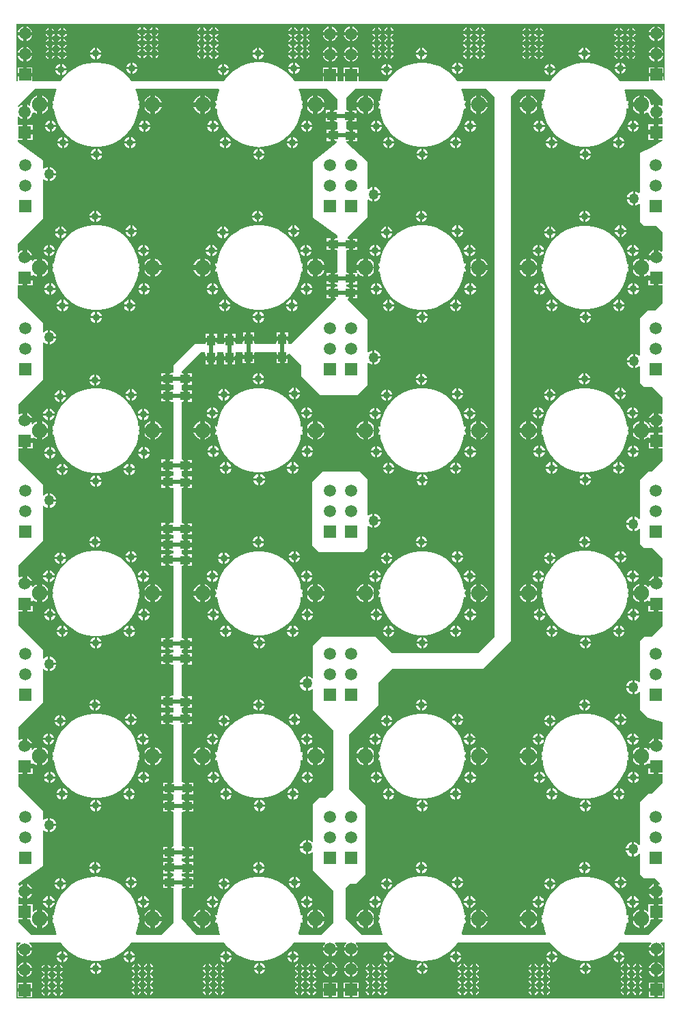
<source format=gtl>
G04*
G04 #@! TF.GenerationSoftware,Altium Limited,Altium Designer,18.1.8 (232)*
G04*
G04 Layer_Physical_Order=1*
G04 Layer_Color=255*
%FSLAX25Y25*%
%MOIN*%
G70*
G01*
G75*
%ADD13C,0.01968*%
%ADD30R,0.04724X0.03937*%
%ADD31R,0.03937X0.04724*%
%ADD32R,0.04035X0.01968*%
%ADD33R,0.01968X0.04035*%
%ADD34R,0.01968X0.04035*%
%ADD35R,0.05906X0.05906*%
%ADD36C,0.05906*%
%ADD37C,0.07480*%
%ADD38C,0.03150*%
%ADD39C,0.03543*%
%ADD40C,0.05000*%
G36*
X317323Y449486D02*
X317134Y449347D01*
X316634Y449600D01*
Y451279D01*
X313091D01*
X309547D01*
Y448819D01*
X295340D01*
X294609Y449837D01*
X292969Y451729D01*
X291111Y453408D01*
X289061Y454846D01*
X286851Y456024D01*
X284514Y456923D01*
X282084Y457530D01*
X279599Y457836D01*
X278346Y457874D01*
X277094Y457836D01*
X274609Y457530D01*
X272179Y456923D01*
X269842Y456024D01*
X267632Y454846D01*
X265582Y453408D01*
X263723Y451729D01*
X262084Y449837D01*
X261353Y448819D01*
X215930Y448819D01*
X215197Y449847D01*
X213549Y451760D01*
X211680Y453456D01*
X209616Y454911D01*
X207390Y456101D01*
X205035Y457010D01*
X202587Y457624D01*
X200081Y457933D01*
X198819Y457972D01*
X197557Y457933D01*
X195051Y457624D01*
X192603Y457010D01*
X190247Y456101D01*
X188021Y454911D01*
X185958Y453456D01*
X184088Y451760D01*
X182440Y449847D01*
X181708Y448819D01*
X167717D01*
Y451181D01*
X164173D01*
X160630D01*
Y448819D01*
X157480D01*
Y451181D01*
X153937D01*
X150394D01*
Y448819D01*
X136574D01*
X135837Y449863D01*
X134178Y451804D01*
X132292Y453526D01*
X130209Y455004D01*
X127960Y456214D01*
X125579Y457137D01*
X123103Y457761D01*
X120568Y458076D01*
X119291Y458115D01*
X118014Y458076D01*
X115480Y457761D01*
X113004Y457137D01*
X110623Y456214D01*
X108373Y455004D01*
X106290Y453526D01*
X104405Y451804D01*
X102746Y449863D01*
X102009Y448819D01*
X56947Y448819D01*
X56213Y449854D01*
X54560Y451779D01*
X52684Y453486D01*
X50612Y454950D01*
X48376Y456149D01*
X46010Y457064D01*
X43550Y457682D01*
X41032Y457993D01*
X39764Y458032D01*
X38495Y457993D01*
X35978Y457682D01*
X33517Y457064D01*
X31151Y456149D01*
X28915Y454950D01*
X26844Y453486D01*
X24967Y451779D01*
X23315Y449854D01*
X22580Y448819D01*
X8661Y448819D01*
Y451279D01*
X5118D01*
X1575D01*
Y448819D01*
X787D01*
Y476772D01*
X317323D01*
Y449486D01*
D02*
G37*
G36*
X234252Y441339D02*
Y177559D01*
X226378Y169685D01*
X183937D01*
X176063Y177559D01*
X150091D01*
X145621Y173090D01*
Y157437D01*
X145121Y157291D01*
X144482Y157782D01*
X143630Y158134D01*
X143217Y158189D01*
Y154724D01*
Y151260D01*
X143630Y151314D01*
X144482Y151667D01*
X145121Y152158D01*
X145621Y152012D01*
Y141693D01*
X155512Y131802D01*
Y102756D01*
X151575Y98819D01*
X148425D01*
X145621Y96015D01*
X145621Y77516D01*
X145121Y77369D01*
X144482Y77860D01*
X143630Y78213D01*
X143217Y78268D01*
Y74803D01*
Y71339D01*
X143630Y71393D01*
X144482Y71746D01*
X145121Y72237D01*
X145621Y72091D01*
Y63434D01*
X155512Y53543D01*
X155512Y37795D01*
X149606Y31890D01*
X138725Y31890D01*
X138383Y32390D01*
X138554Y32831D01*
X139144Y34763D01*
X139540Y36744D01*
X139645Y37804D01*
X140164Y37971D01*
X140551Y37712D01*
Y39764D01*
Y41816D01*
X140164Y41557D01*
X139729Y41688D01*
X139634Y41758D01*
X139370Y43758D01*
X138677Y46344D01*
X137653Y48818D01*
X136314Y51138D01*
X134683Y53262D01*
X132790Y55156D01*
X130665Y56786D01*
X128346Y58125D01*
X125872Y59150D01*
X123285Y59843D01*
X120630Y60192D01*
X119291Y60236D01*
X117952Y60192D01*
X115297Y59843D01*
X112711Y59150D01*
X110237Y58125D01*
X107917Y56786D01*
X105793Y55156D01*
X103899Y53262D01*
X102269Y51138D01*
X100930Y48818D01*
X99905Y46344D01*
X99212Y43758D01*
X98949Y41758D01*
X98854Y41688D01*
X98418Y41557D01*
X98032Y41816D01*
Y39764D01*
Y37712D01*
X98419Y37971D01*
X98938Y37805D01*
X99043Y36744D01*
X99439Y34763D01*
X100028Y32831D01*
X100234Y32302D01*
X99951Y31890D01*
X88583Y31890D01*
X81496Y39854D01*
Y54687D01*
X81887D01*
X82575Y54824D01*
X82969D01*
Y55050D01*
X83306Y55274D01*
X83741Y55926D01*
X83894Y56694D01*
Y57580D01*
Y58662D01*
X83741Y59430D01*
X83306Y60082D01*
X82969Y60307D01*
Y60335D01*
X82926D01*
X82655Y60517D01*
X81887Y60669D01*
X81496D01*
Y61771D01*
X81887D01*
X82575Y61908D01*
X82969D01*
Y62134D01*
X83306Y62359D01*
X83741Y63010D01*
X83894Y63778D01*
Y64664D01*
Y65746D01*
X83741Y66515D01*
X83306Y67166D01*
X82969Y67391D01*
Y67420D01*
X82926D01*
X82655Y67601D01*
X81887Y67753D01*
X81496D01*
Y69245D01*
X81887D01*
X82575Y69382D01*
X82969D01*
Y69608D01*
X83306Y69833D01*
X83741Y70484D01*
X83894Y71253D01*
Y72138D01*
Y73221D01*
X83741Y73989D01*
X83306Y74640D01*
X82969Y74865D01*
Y74894D01*
X82926D01*
X82655Y75075D01*
X81887Y75228D01*
X81496D01*
Y91926D01*
X81887D01*
X82575Y92063D01*
X82969D01*
Y92289D01*
X83306Y92514D01*
X83741Y93165D01*
X83894Y93933D01*
Y94819D01*
Y95901D01*
X83741Y96670D01*
X83306Y97321D01*
X82969Y97546D01*
Y97575D01*
X82926D01*
X82655Y97756D01*
X81887Y97908D01*
X81496D01*
Y100514D01*
X81887D01*
X82575Y100651D01*
X82969D01*
Y100877D01*
X83306Y101102D01*
X83741Y101753D01*
X83894Y102521D01*
Y103407D01*
Y104489D01*
X83741Y105258D01*
X83306Y105909D01*
X82969Y106134D01*
Y106163D01*
X82926D01*
X82655Y106344D01*
X81887Y106497D01*
X81496D01*
Y134739D01*
X81693Y134778D01*
X82087D01*
Y135003D01*
X82423Y135229D01*
X82858Y135880D01*
X83011Y136648D01*
Y137534D01*
Y138616D01*
X82858Y139384D01*
X82423Y140036D01*
X82087Y140261D01*
Y140290D01*
X82043D01*
X81772Y140471D01*
X81496Y140525D01*
Y142848D01*
X81693Y142887D01*
X82087D01*
Y143113D01*
X82423Y143338D01*
X82858Y143989D01*
X83011Y144757D01*
Y145643D01*
Y146726D01*
X82858Y147494D01*
X82423Y148145D01*
X82087Y148370D01*
Y148399D01*
X82043D01*
X81772Y148580D01*
X81496Y148635D01*
Y163973D01*
X81693Y164012D01*
X82087D01*
Y164238D01*
X82423Y164463D01*
X82858Y165114D01*
X83011Y165882D01*
Y166768D01*
Y167851D01*
X82858Y168619D01*
X82423Y169270D01*
X82087Y169495D01*
Y169524D01*
X82043D01*
X81772Y169705D01*
X81496Y169760D01*
Y171213D01*
X81693Y171252D01*
X82087D01*
Y171478D01*
X82423Y171703D01*
X82858Y172354D01*
X83011Y173122D01*
Y174008D01*
Y175091D01*
X82858Y175859D01*
X82423Y176510D01*
X82087Y176735D01*
Y176764D01*
X82043D01*
X81772Y176945D01*
X81496Y177000D01*
Y212170D01*
X81693Y212209D01*
X82087D01*
Y212435D01*
X82423Y212660D01*
X82858Y213311D01*
X83011Y214079D01*
Y214965D01*
Y216048D01*
X82858Y216816D01*
X82423Y217467D01*
X82087Y217692D01*
Y217721D01*
X82043D01*
X81772Y217902D01*
X81496Y217957D01*
Y219695D01*
X81693Y219734D01*
X82087D01*
Y219960D01*
X82423Y220184D01*
X82858Y220836D01*
X83011Y221604D01*
Y222490D01*
Y223572D01*
X82858Y224341D01*
X82423Y224992D01*
X82087Y225217D01*
Y225246D01*
X82043D01*
X81772Y225427D01*
X81496Y225482D01*
Y227421D01*
X81693Y227461D01*
X82087D01*
Y227686D01*
X82423Y227911D01*
X82858Y228563D01*
X83011Y229331D01*
Y230217D01*
Y231299D01*
X82858Y232067D01*
X82423Y232719D01*
X82087Y232944D01*
Y232972D01*
X82043D01*
X81772Y233154D01*
X81496Y233208D01*
Y250240D01*
X81693Y250279D01*
X82087D01*
Y250505D01*
X82423Y250730D01*
X82858Y251381D01*
X83011Y252150D01*
Y253035D01*
Y254118D01*
X82858Y254886D01*
X82423Y255538D01*
X82087Y255762D01*
Y255791D01*
X82043D01*
X81772Y255972D01*
X81496Y256027D01*
Y258414D01*
X81693Y258453D01*
X82087D01*
Y258679D01*
X82423Y258904D01*
X82858Y259555D01*
X83011Y260323D01*
Y261209D01*
Y262292D01*
X82858Y263060D01*
X82423Y263711D01*
X82087Y263936D01*
Y263965D01*
X82043D01*
X81772Y264146D01*
X81496Y264201D01*
Y292294D01*
X81693Y292333D01*
X82087D01*
Y292559D01*
X82423Y292784D01*
X82858Y293435D01*
X83011Y294203D01*
Y295089D01*
Y296171D01*
X82858Y296940D01*
X82423Y297591D01*
X82087Y297816D01*
Y297845D01*
X82043D01*
X81772Y298026D01*
X81496Y298081D01*
Y300650D01*
X81693Y300689D01*
X82087D01*
Y300915D01*
X82423Y301140D01*
X82858Y301791D01*
X83011Y302559D01*
Y303445D01*
Y304528D01*
X82858Y305296D01*
X82423Y305947D01*
X82087Y306172D01*
Y306201D01*
X82043D01*
X81772Y306382D01*
X81496Y306437D01*
Y307087D01*
X90905Y316496D01*
X92965D01*
Y316004D01*
X93102Y315315D01*
Y314921D01*
X93328D01*
X93553Y314585D01*
X94204Y314149D01*
X94972Y313997D01*
X96941D01*
X97709Y314149D01*
X98360Y314585D01*
X98585Y314921D01*
X98614D01*
Y314965D01*
X98795Y315236D01*
X98948Y316004D01*
Y316496D01*
X102003D01*
Y316004D01*
X102140Y315315D01*
Y314921D01*
X102366D01*
X102591Y314585D01*
X103242Y314149D01*
X104010Y313997D01*
X105978D01*
X106746Y314149D01*
X107398Y314585D01*
X107623Y314921D01*
X107651D01*
Y314965D01*
X107833Y315236D01*
X107985Y316004D01*
Y316496D01*
X111209D01*
X111319Y315945D01*
Y315551D01*
X111545D01*
X111770Y315214D01*
X112421Y314779D01*
X113189Y314627D01*
X115157D01*
X115926Y314779D01*
X116577Y315214D01*
X116802Y315551D01*
X116831D01*
Y315595D01*
X117012Y315866D01*
X117137Y316496D01*
X127726D01*
X127835Y315945D01*
Y315551D01*
X128061D01*
X128286Y315214D01*
X128937Y314779D01*
X129705Y314627D01*
X131674D01*
X132442Y314779D01*
X133093Y315214D01*
X133318Y315551D01*
X133347D01*
Y315595D01*
X133425Y315711D01*
X133995Y315847D01*
X139716Y310127D01*
X139716Y304964D01*
X149011Y295669D01*
X167323Y295669D01*
X172244Y300590D01*
Y311325D01*
X172400Y311378D01*
X172744Y311447D01*
X173432Y310919D01*
X174283Y310566D01*
X174697Y310512D01*
Y313976D01*
Y317441D01*
X174283Y317386D01*
X173432Y317034D01*
X172744Y316506D01*
X172400Y316575D01*
X172244Y316628D01*
Y332646D01*
X162556Y342334D01*
X162763Y342834D01*
X162795D01*
Y343060D01*
X163132Y343285D01*
X163567Y343936D01*
X163720Y344704D01*
Y345590D01*
Y346673D01*
X163567Y347441D01*
X163132Y348092D01*
X162795Y348317D01*
Y348346D01*
X162752D01*
X162481Y348527D01*
X161713Y348680D01*
X161713Y349551D01*
X162401Y349688D01*
X162795D01*
Y349914D01*
X163132Y350138D01*
X163567Y350790D01*
X163720Y351558D01*
Y352444D01*
Y353526D01*
X163567Y354294D01*
X163132Y354946D01*
X162795Y355171D01*
Y355200D01*
X162752D01*
X162481Y355381D01*
X161713Y355534D01*
X161713Y366334D01*
X162401Y366471D01*
X162795D01*
Y366696D01*
X163132Y366921D01*
X163567Y367572D01*
X163720Y368341D01*
Y369226D01*
Y370309D01*
X163567Y371077D01*
X163132Y371728D01*
X162795Y371953D01*
Y371982D01*
X162752D01*
X162610Y372077D01*
X162463Y372638D01*
X172244Y382419D01*
Y391050D01*
X172400Y391103D01*
X172744Y391171D01*
X173432Y390644D01*
X174283Y390291D01*
X174697Y390236D01*
Y393701D01*
Y397165D01*
X174283Y397111D01*
X173432Y396758D01*
X172744Y396230D01*
X172400Y396299D01*
X172244Y396352D01*
Y409717D01*
X161713Y418824D01*
Y419450D01*
X161713D01*
X162401Y419587D01*
X162795D01*
Y419812D01*
X163132Y420037D01*
X163567Y420689D01*
X163720Y421457D01*
Y422342D01*
Y423425D01*
X163567Y424193D01*
X163132Y424845D01*
X162795Y425070D01*
Y425098D01*
X162752D01*
X162481Y425280D01*
X161713Y425432D01*
X161713D01*
Y429108D01*
X162008Y429167D01*
X162402D01*
Y429392D01*
X162738Y429617D01*
X163173Y430268D01*
X163326Y431037D01*
Y431922D01*
Y433005D01*
X163173Y433773D01*
X162738Y434424D01*
X162402Y434649D01*
Y434678D01*
X162358D01*
X162087Y434859D01*
X161713Y434934D01*
Y440754D01*
X166235Y445276D01*
X179279Y445276D01*
X179622Y444776D01*
X179451Y444333D01*
X178865Y442401D01*
X178471Y440421D01*
X178379Y439490D01*
X177854Y439256D01*
X177559Y439453D01*
Y437402D01*
Y435350D01*
X177855Y435547D01*
X178388Y435327D01*
X178644Y433388D01*
X179340Y430789D01*
X180370Y428303D01*
X181715Y425973D01*
X183353Y423838D01*
X185256Y421936D01*
X187390Y420298D01*
X189721Y418952D01*
X192207Y417922D01*
X194806Y417226D01*
X197474Y416875D01*
X198819Y416831D01*
X198819Y416831D01*
X198819D01*
X198819Y416831D01*
X199088Y416840D01*
X199286Y416846D01*
X199286Y416846D01*
X200164Y416875D01*
X202832Y417226D01*
X205431Y417922D01*
X207917Y418952D01*
X210247Y420297D01*
X212382Y421936D01*
X214285Y423838D01*
X215923Y425973D01*
X217268Y428303D01*
X218298Y430789D01*
X218994Y433388D01*
X219250Y435327D01*
X219783Y435547D01*
X220079Y435350D01*
Y437402D01*
Y439453D01*
X219784Y439256D01*
X219258Y439490D01*
X219167Y440421D01*
X218773Y442401D01*
X218186Y444333D01*
X217982Y444863D01*
X218265Y445276D01*
X230315Y445276D01*
X234252Y441339D01*
D02*
G37*
G36*
X316082Y440324D02*
Y437046D01*
X315582Y436818D01*
X314977Y437283D01*
X314272Y437575D01*
Y434016D01*
Y430457D01*
X314977Y430749D01*
X315582Y431213D01*
X316082Y430986D01*
Y427756D01*
X314272D01*
Y424016D01*
Y420276D01*
X316082D01*
Y419720D01*
X311019Y416500D01*
X305113Y413815D01*
X305113Y394442D01*
X304613Y394243D01*
X304029Y394691D01*
X303177Y395044D01*
X302764Y395098D01*
Y391634D01*
Y388170D01*
X303177Y388224D01*
X304029Y388577D01*
X304613Y389025D01*
X305113Y388825D01*
Y380350D01*
X307082Y378382D01*
X312987D01*
X316082Y375287D01*
Y365884D01*
X315582Y365657D01*
X314977Y366121D01*
X314272Y366413D01*
Y362854D01*
X313091D01*
Y361673D01*
X309531D01*
X309771Y361095D01*
X309334Y360843D01*
X309135Y361103D01*
X308189Y361829D01*
X307087Y362285D01*
X307087Y362285D01*
Y357874D01*
Y353463D01*
X307087Y353463D01*
X308189Y353919D01*
X308850Y354427D01*
X309350Y354180D01*
Y354035D01*
X313091D01*
Y352854D01*
X314272D01*
Y349114D01*
X316082D01*
Y340532D01*
X312594Y337043D01*
X309050D01*
X305113Y333106D01*
Y315013D01*
X304613Y314814D01*
X304029Y315262D01*
X303177Y315615D01*
X302764Y315669D01*
Y312205D01*
Y308740D01*
X303177Y308795D01*
X304029Y309148D01*
X304613Y309596D01*
X305113Y309396D01*
Y301610D01*
X307082Y299641D01*
X311019D01*
X316082Y294578D01*
Y286451D01*
X315582Y286205D01*
X315075Y286594D01*
X314370Y286886D01*
Y283327D01*
Y279768D01*
X315075Y280060D01*
X315582Y280449D01*
X316082Y280202D01*
Y277067D01*
X314370D01*
Y273327D01*
Y269587D01*
X316082D01*
Y263367D01*
X311019Y258303D01*
X309050D01*
X305113Y254366D01*
Y235150D01*
X304613Y234980D01*
X304465Y235173D01*
X303734Y235734D01*
X302882Y236087D01*
X302468Y236141D01*
Y232677D01*
Y229213D01*
X302882Y229267D01*
X303734Y229620D01*
X304465Y230181D01*
X304613Y230374D01*
X305113Y230205D01*
Y222870D01*
X307082Y220901D01*
X311019D01*
X316082Y215838D01*
Y206731D01*
X315582Y206503D01*
X314977Y206968D01*
X314272Y207260D01*
Y203701D01*
X313090D01*
Y202520D01*
X309531D01*
X309682Y202156D01*
X309245Y201903D01*
X309135Y202048D01*
X308189Y202774D01*
X307087Y203230D01*
X307087Y203230D01*
Y198819D01*
Y194408D01*
X307087Y194408D01*
X308189Y194864D01*
X308850Y195372D01*
X309350Y195125D01*
Y194882D01*
X313090D01*
Y193701D01*
X314272D01*
Y189961D01*
X316082D01*
Y182658D01*
X311019Y177594D01*
X307082D01*
X305113Y175626D01*
Y155425D01*
X304613Y155256D01*
X304465Y155449D01*
X303734Y156010D01*
X302882Y156363D01*
X302468Y156417D01*
Y152953D01*
Y149488D01*
X302882Y149543D01*
X303734Y149896D01*
X304465Y150457D01*
X304613Y150650D01*
X305113Y150480D01*
Y141768D01*
X309050Y137830D01*
X316082Y135955D01*
Y127302D01*
X315582Y127074D01*
X314977Y127539D01*
X314272Y127831D01*
Y124272D01*
X313091D01*
Y123091D01*
X309531D01*
X309771Y122513D01*
X309334Y122260D01*
X309135Y122520D01*
X308189Y123246D01*
X307087Y123702D01*
X307087Y123703D01*
Y119291D01*
Y114880D01*
X307087Y114880D01*
X308189Y115337D01*
X308850Y115844D01*
X309350Y115598D01*
Y115453D01*
X313091D01*
Y114272D01*
X314272D01*
Y110531D01*
X316082D01*
Y105886D01*
X311019Y100823D01*
X309050D01*
X305113Y96886D01*
Y75937D01*
X304613Y75767D01*
X304268Y76217D01*
X303537Y76778D01*
X302685Y77130D01*
X302272Y77185D01*
Y73721D01*
Y70256D01*
X302685Y70311D01*
X303537Y70663D01*
X304268Y71224D01*
X304613Y71674D01*
X305113Y71504D01*
Y61453D01*
X307082Y59484D01*
X312495D01*
X314952Y57027D01*
X314669Y56603D01*
X314272Y56768D01*
Y53209D01*
Y49650D01*
X314977Y49942D01*
X315582Y50406D01*
X316082Y50179D01*
X316082Y46949D01*
X314272D01*
Y43209D01*
Y39469D01*
X316082D01*
Y38818D01*
X309189Y31925D01*
X297791Y31925D01*
X297449Y32425D01*
X297620Y32867D01*
X298210Y34799D01*
X298605Y36779D01*
X298706Y37796D01*
X299225Y37967D01*
X299606Y37712D01*
Y39764D01*
Y41816D01*
X299233Y41566D01*
X298772Y41713D01*
X298703Y41767D01*
X298435Y43796D01*
X297742Y46385D01*
X296716Y48860D01*
X295376Y51181D01*
X293745Y53307D01*
X291850Y55202D01*
X289724Y56834D01*
X287403Y58174D01*
X284927Y59199D01*
X282338Y59893D01*
X279681Y60243D01*
X278342Y60286D01*
X277002Y60243D01*
X274345Y59893D01*
X271756Y59199D01*
X269280Y58174D01*
X266959Y56834D01*
X264833Y55202D01*
X262938Y53307D01*
X261307Y51181D01*
X259967Y48860D01*
X258941Y46385D01*
X258248Y43796D01*
X257981Y41773D01*
X257928Y41730D01*
X257451Y41572D01*
X257087Y41816D01*
Y39764D01*
Y37712D01*
X257458Y37960D01*
X257978Y37783D01*
X258078Y36779D01*
X258473Y34799D01*
X259062Y32867D01*
X259267Y32337D01*
X258985Y31925D01*
X218515Y31925D01*
X218171Y32425D01*
X218341Y32868D01*
X218923Y34800D01*
X219314Y36781D01*
X219391Y37570D01*
X219918Y37820D01*
X220079Y37712D01*
Y39764D01*
Y41816D01*
X219921Y41710D01*
X219385Y41954D01*
X219137Y43841D01*
X218435Y46459D01*
X217398Y48964D01*
X216043Y51311D01*
X214393Y53461D01*
X212476Y55378D01*
X210326Y57028D01*
X207979Y58383D01*
X205474Y59420D01*
X202856Y60122D01*
X200169Y60475D01*
X198814Y60520D01*
X197459Y60475D01*
X194772Y60122D01*
X192153Y59420D01*
X189649Y58383D01*
X187302Y57028D01*
X185152Y55378D01*
X183235Y53461D01*
X181585Y51311D01*
X180230Y48963D01*
X179193Y46459D01*
X178491Y43841D01*
X178244Y41960D01*
X177707Y41717D01*
X177559Y41816D01*
Y39764D01*
Y37712D01*
X177711Y37813D01*
X178238Y37564D01*
X178314Y36781D01*
X178705Y34801D01*
X179287Y32868D01*
X179490Y32337D01*
X179207Y31925D01*
X169286Y31925D01*
X161412Y39799D01*
Y54853D01*
X163381Y56821D01*
X166623D01*
X171255Y61453D01*
Y94917D01*
X163072Y103085D01*
Y129549D01*
X177672Y144130D01*
Y155183D01*
X184335Y161846D01*
X228382Y161846D01*
X242121Y175586D01*
X242121Y441374D01*
X245646Y444899D01*
X258745D01*
X259095Y444398D01*
X258950Y444002D01*
X258423Y442167D01*
X258069Y440292D01*
X257983Y439375D01*
X257465Y439201D01*
X257087Y439453D01*
Y437402D01*
Y435350D01*
X257473Y435608D01*
X257909Y435477D01*
X258004Y435407D01*
X258262Y433443D01*
X258956Y430856D01*
X259980Y428382D01*
X261319Y426063D01*
X262949Y423938D01*
X264843Y422045D01*
X266968Y420414D01*
X269287Y419076D01*
X271761Y418051D01*
X274347Y417358D01*
X277003Y417008D01*
X278342Y416964D01*
X279680Y417008D01*
X282335Y417358D01*
X284922Y418051D01*
X287396Y419076D01*
X289715Y420414D01*
X291840Y422045D01*
X293734Y423938D01*
X295364Y426063D01*
X296703Y428382D01*
X297727Y430856D01*
X298421Y433443D01*
X298680Y435413D01*
X298794Y435494D01*
X299211Y435614D01*
X299606Y435350D01*
Y437402D01*
Y439453D01*
X299219Y439194D01*
X298701Y439362D01*
X298614Y440292D01*
X298260Y442167D01*
X297733Y444002D01*
X297555Y444489D01*
X297842Y444899D01*
X311508Y444899D01*
X316082Y440324D01*
D02*
G37*
G36*
X20502Y444776D02*
X20332Y444333D01*
X19748Y442401D01*
X19355Y440420D01*
X19269Y439544D01*
X18742Y439294D01*
X18504Y439453D01*
Y437402D01*
Y435350D01*
X18744Y435510D01*
X19281Y435267D01*
X19529Y433377D01*
X20228Y430770D01*
X21261Y428277D01*
X22610Y425940D01*
X24253Y423799D01*
X26161Y421890D01*
X28302Y420248D01*
X30639Y418898D01*
X33132Y417866D01*
X35739Y417167D01*
X38414Y416815D01*
X39764Y416771D01*
X41113Y416815D01*
X43789Y417167D01*
X46395Y417866D01*
X48888Y418898D01*
X51226Y420248D01*
X53367Y421890D01*
X55275Y423799D01*
X56918Y425940D01*
X58267Y428277D01*
X59300Y430770D01*
X59998Y433377D01*
X60247Y435267D01*
X60783Y435510D01*
X61024Y435350D01*
Y437402D01*
Y439453D01*
X60786Y439294D01*
X60259Y439544D01*
X60173Y440420D01*
X59780Y442401D01*
X59196Y444333D01*
X58991Y444863D01*
X59275Y445276D01*
X99598Y445276D01*
X99942Y444776D01*
X99772Y444333D01*
X99190Y442400D01*
X98799Y440420D01*
X98719Y439596D01*
X98192Y439346D01*
X98032Y439453D01*
Y437402D01*
Y435350D01*
X98195Y435459D01*
X98732Y435216D01*
X98976Y433360D01*
X99677Y430743D01*
X100714Y428240D01*
X102069Y425894D01*
X103718Y423744D01*
X105634Y421828D01*
X107783Y420179D01*
X110130Y418824D01*
X112633Y417787D01*
X115250Y417086D01*
X117937Y416733D01*
X119291Y416688D01*
X120646Y416733D01*
X123332Y417086D01*
X125950Y417787D01*
X128453Y418824D01*
X130799Y420179D01*
X132949Y421828D01*
X134865Y423744D01*
X136514Y425893D01*
X137869Y428240D01*
X138906Y430743D01*
X139607Y433360D01*
X139851Y435216D01*
X140387Y435459D01*
X140551Y435350D01*
Y437402D01*
Y439453D01*
X140391Y439347D01*
X139865Y439596D01*
X139784Y440420D01*
X139393Y442400D01*
X138811Y444333D01*
X138607Y444864D01*
X138891Y445276D01*
X152585D01*
X157480Y440380D01*
X157480Y435012D01*
X157283D01*
X156515Y434859D01*
X156392Y434777D01*
X156201D01*
Y434650D01*
X155864Y434424D01*
X155429Y433773D01*
X155276Y433005D01*
Y432021D01*
Y431037D01*
X155429Y430268D01*
X155864Y429617D01*
X156201Y429392D01*
Y429265D01*
X156392D01*
X156515Y429182D01*
X157283Y429030D01*
X157480D01*
X157480Y425393D01*
X156909Y425280D01*
X156785Y425197D01*
X156595D01*
Y425070D01*
X156258Y424845D01*
X155823Y424193D01*
X155670Y423425D01*
Y422441D01*
Y421457D01*
X155823Y420689D01*
X156258Y420037D01*
X156595Y419812D01*
Y419685D01*
X156785D01*
X156909Y419602D01*
X157147Y419555D01*
X157282Y419019D01*
X145669Y409449D01*
Y382154D01*
X157480Y373474D01*
Y372277D01*
X156909Y372163D01*
X156785Y372081D01*
X156595D01*
Y371953D01*
X156258Y371728D01*
X155823Y371077D01*
X155670Y370309D01*
Y369325D01*
Y368341D01*
X155823Y367572D01*
X156258Y366921D01*
X156595Y366696D01*
Y366569D01*
X156785D01*
X156909Y366486D01*
X157480Y366373D01*
X157480Y355494D01*
X156909Y355381D01*
X156785Y355298D01*
X156595D01*
Y355171D01*
X156258Y354946D01*
X155823Y354294D01*
X155670Y353526D01*
Y352542D01*
Y351558D01*
X155823Y350790D01*
X156258Y350138D01*
X156595Y349914D01*
Y349786D01*
X156785D01*
X156909Y349704D01*
X157480Y349590D01*
Y348641D01*
X156909Y348527D01*
X156785Y348444D01*
X156595D01*
Y348317D01*
X156258Y348092D01*
X155823Y347441D01*
X155670Y346673D01*
Y345689D01*
Y344704D01*
X155823Y343936D01*
X156258Y343285D01*
X156595Y343060D01*
Y342933D01*
X156736D01*
X156801Y342854D01*
X156893Y342382D01*
X134983Y320472D01*
X133681D01*
Y320669D01*
X133528Y321437D01*
X133446Y321561D01*
Y321752D01*
X133318D01*
X133093Y322089D01*
X132442Y322524D01*
X131674Y322676D01*
X129705D01*
X128937Y322524D01*
X128286Y322089D01*
X128061Y321752D01*
X127934Y321867D01*
Y321561D01*
X127851Y321437D01*
X127698Y320669D01*
Y320472D01*
X117165Y320472D01*
Y320669D01*
X117012Y321437D01*
X116929Y321561D01*
Y321752D01*
X116802D01*
X116577Y322089D01*
X115926Y322524D01*
X115157Y322676D01*
X113189D01*
X112421Y322524D01*
X111770Y322089D01*
X111545Y321752D01*
X111417Y321867D01*
Y321561D01*
X111335Y321437D01*
X111182Y320669D01*
Y320472D01*
X107899D01*
X107833Y320807D01*
X107750Y320931D01*
Y321122D01*
X107623D01*
X107398Y321459D01*
X106746Y321894D01*
X105978Y322047D01*
X104010D01*
X103242Y321894D01*
X102591Y321459D01*
X102366Y321122D01*
X102238Y321237D01*
Y320931D01*
X102155Y320807D01*
X102089Y320472D01*
X98862D01*
X98795Y320807D01*
X98713Y320931D01*
Y321122D01*
X98585D01*
X98360Y321459D01*
X97709Y321894D01*
X96941Y322047D01*
X94972D01*
X94204Y321894D01*
X93553Y321459D01*
X93328Y321122D01*
X93201Y321237D01*
Y320931D01*
X93118Y320807D01*
X93051Y320473D01*
X87795Y320473D01*
X77559Y310236D01*
Y306535D01*
X76968D01*
X76200Y306382D01*
X76077Y306299D01*
X75886D01*
Y306172D01*
X75549Y305947D01*
X75114Y305296D01*
X74961Y304528D01*
Y303543D01*
Y302559D01*
X75114Y301791D01*
X75549Y301140D01*
X75886Y300915D01*
Y300787D01*
X76077D01*
X76200Y300705D01*
X76968Y300552D01*
X77559D01*
Y298179D01*
X76968D01*
X76200Y298026D01*
X76077Y297943D01*
X75886D01*
Y297816D01*
X75549Y297591D01*
X75114Y296940D01*
X74961Y296171D01*
Y295187D01*
Y294203D01*
X75114Y293435D01*
X75549Y292784D01*
X75886Y292559D01*
Y292431D01*
X76077D01*
X76200Y292349D01*
X76968Y292196D01*
X77559D01*
Y264299D01*
X76968D01*
X76200Y264146D01*
X76077Y264063D01*
X75886D01*
Y263936D01*
X75549Y263711D01*
X75114Y263060D01*
X74961Y262292D01*
Y261307D01*
Y260323D01*
X75114Y259555D01*
X75549Y258904D01*
X75886Y258679D01*
Y258551D01*
X76077D01*
X76200Y258469D01*
X76968Y258316D01*
X77559D01*
Y256125D01*
X76968D01*
X76200Y255972D01*
X76077Y255890D01*
X75886D01*
Y255762D01*
X75549Y255538D01*
X75114Y254886D01*
X74961Y254118D01*
Y253134D01*
Y252150D01*
X75114Y251381D01*
X75549Y250730D01*
X75886Y250505D01*
Y250378D01*
X76077D01*
X76200Y250295D01*
X76968Y250143D01*
X77559D01*
Y233306D01*
X76968D01*
X76200Y233154D01*
X76077Y233071D01*
X75886D01*
Y232944D01*
X75549Y232719D01*
X75114Y232067D01*
X74961Y231299D01*
Y230315D01*
Y229331D01*
X75114Y228563D01*
X75549Y227911D01*
X75886Y227686D01*
Y227559D01*
X76077D01*
X76200Y227476D01*
X76968Y227324D01*
X77559D01*
Y225579D01*
X76968D01*
X76200Y225427D01*
X76077Y225344D01*
X75886D01*
Y225217D01*
X75549Y224992D01*
X75114Y224341D01*
X74961Y223572D01*
Y222588D01*
Y221604D01*
X75114Y220836D01*
X75549Y220184D01*
X75886Y219960D01*
Y219832D01*
X76077D01*
X76200Y219750D01*
X76968Y219597D01*
X77559D01*
Y218055D01*
X76968D01*
X76200Y217902D01*
X76077Y217820D01*
X75886D01*
Y217692D01*
X75549Y217467D01*
X75114Y216816D01*
X74961Y216048D01*
Y215064D01*
Y214079D01*
X75114Y213311D01*
X75549Y212660D01*
X75886Y212435D01*
Y212308D01*
X76077D01*
X76200Y212225D01*
X76968Y212072D01*
X77559D01*
Y177098D01*
X76968D01*
X76200Y176945D01*
X76077Y176862D01*
X75886D01*
Y176735D01*
X75549Y176510D01*
X75114Y175859D01*
X74961Y175091D01*
Y174106D01*
Y173122D01*
X75114Y172354D01*
X75549Y171703D01*
X75886Y171478D01*
Y171350D01*
X76077D01*
X76200Y171268D01*
X76968Y171115D01*
X77559D01*
Y169858D01*
X76968D01*
X76200Y169705D01*
X76077Y169622D01*
X75886D01*
Y169495D01*
X75549Y169270D01*
X75114Y168619D01*
X74961Y167851D01*
Y166866D01*
Y165882D01*
X75114Y165114D01*
X75549Y164463D01*
X75886Y164238D01*
Y164110D01*
X76077D01*
X76200Y164028D01*
X76968Y163875D01*
X77559D01*
Y148733D01*
X76968D01*
X76200Y148580D01*
X76077Y148497D01*
X75886D01*
Y148370D01*
X75549Y148145D01*
X75114Y147494D01*
X74961Y146726D01*
Y145742D01*
Y144757D01*
X75114Y143989D01*
X75549Y143338D01*
X75886Y143113D01*
Y142986D01*
X76077D01*
X76200Y142903D01*
X76968Y142750D01*
X77559D01*
Y140623D01*
X76968D01*
X76200Y140471D01*
X76077Y140388D01*
X75886D01*
Y140261D01*
X75549Y140036D01*
X75114Y139384D01*
X74961Y138616D01*
Y137632D01*
Y136648D01*
X75114Y135880D01*
X75549Y135229D01*
X75886Y135003D01*
Y134876D01*
X76077D01*
X76200Y134794D01*
X76968Y134641D01*
X77559D01*
Y106438D01*
X77083Y106344D01*
X76959Y106261D01*
X76768D01*
Y106134D01*
X76432Y105909D01*
X75997Y105258D01*
X75844Y104489D01*
Y103505D01*
Y102521D01*
X75997Y101753D01*
X76432Y101102D01*
X76768Y100877D01*
Y100749D01*
X76959D01*
X77083Y100667D01*
X77559Y100572D01*
Y97850D01*
X77083Y97756D01*
X76959Y97673D01*
X76768D01*
Y97546D01*
X76432Y97321D01*
X75997Y96670D01*
X75844Y95901D01*
Y94917D01*
Y93933D01*
X75997Y93165D01*
X76432Y92514D01*
X76768Y92289D01*
Y92161D01*
X76959D01*
X77083Y92079D01*
X77559Y91984D01*
Y75170D01*
X77083Y75075D01*
X76959Y74993D01*
X76768D01*
Y74865D01*
X76432Y74640D01*
X75997Y73989D01*
X75844Y73221D01*
Y72237D01*
Y71253D01*
X75997Y70484D01*
X76432Y69833D01*
X76768Y69608D01*
Y69481D01*
X76959D01*
X77083Y69398D01*
X77559Y69304D01*
Y67695D01*
X77083Y67601D01*
X76959Y67518D01*
X76768D01*
Y67391D01*
X76432Y67166D01*
X75997Y66515D01*
X75844Y65746D01*
Y64762D01*
Y63778D01*
X75997Y63010D01*
X76432Y62359D01*
X76768Y62134D01*
Y62006D01*
X76959D01*
X77083Y61924D01*
X77559Y61829D01*
Y60611D01*
X77083Y60517D01*
X76959Y60434D01*
X76768D01*
Y60307D01*
X76432Y60082D01*
X75997Y59430D01*
X75844Y58662D01*
Y57678D01*
Y56694D01*
X75997Y55926D01*
X76432Y55274D01*
X76768Y55050D01*
Y54922D01*
X76959D01*
X77083Y54839D01*
X77559Y54745D01*
Y37795D01*
X71803Y32039D01*
X59428D01*
X59082Y32539D01*
X59242Y32965D01*
X59805Y34862D01*
X60182Y36805D01*
X60260Y37621D01*
X60787Y37870D01*
X61024Y37712D01*
Y39764D01*
Y41816D01*
X60783Y41655D01*
X60247Y41898D01*
X59998Y43789D01*
X59300Y46395D01*
X58267Y48888D01*
X56918Y51226D01*
X55275Y53367D01*
X53367Y55275D01*
X51226Y56918D01*
X48888Y58267D01*
X46395Y59300D01*
X43789Y59998D01*
X41113Y60350D01*
X39764Y60395D01*
X38414Y60350D01*
X35739Y59998D01*
X33132Y59300D01*
X30639Y58267D01*
X28302Y56918D01*
X26161Y55275D01*
X24253Y53367D01*
X22610Y51226D01*
X21261Y48888D01*
X20228Y46395D01*
X19529Y43789D01*
X19281Y41898D01*
X18744Y41655D01*
X18504Y41816D01*
Y39764D01*
Y37712D01*
X18742Y37871D01*
X19268Y37621D01*
X19346Y36805D01*
X19724Y34863D01*
X20285Y32965D01*
X20479Y32450D01*
X20195Y32039D01*
X8282Y32039D01*
X8133Y31890D01*
X2023Y38000D01*
Y39469D01*
X3839D01*
Y43209D01*
Y46949D01*
X2023D01*
X2023Y50187D01*
X2523Y50410D01*
X3133Y49942D01*
X3839Y49650D01*
Y53209D01*
Y56768D01*
X3133Y56476D01*
X2523Y56007D01*
X2023Y56230D01*
Y57147D01*
X13780Y65413D01*
X13780Y82979D01*
X13936Y83032D01*
X14279Y83100D01*
X14967Y82573D01*
X15819Y82220D01*
X16232Y82165D01*
Y85630D01*
Y89094D01*
X15819Y89040D01*
X14967Y88687D01*
X14279Y88160D01*
X13936Y88228D01*
X13780Y88281D01*
Y92520D01*
X2023Y104276D01*
Y110531D01*
X3839D01*
Y114272D01*
X5020D01*
Y115453D01*
X8760D01*
Y115598D01*
X9260Y115844D01*
X9921Y115337D01*
X11023Y114880D01*
X11024Y114880D01*
Y119291D01*
Y123703D01*
X11023Y123702D01*
X9921Y123246D01*
X8976Y122520D01*
X8776Y122260D01*
X8339Y122513D01*
X8579Y123091D01*
X5020D01*
Y124272D01*
X3839D01*
Y127831D01*
X3133Y127539D01*
X2523Y127070D01*
X2023Y127293D01*
Y133641D01*
X13780Y145397D01*
X13780Y161719D01*
X13936Y161772D01*
X14279Y161840D01*
X14967Y161313D01*
X15819Y160960D01*
X16232Y160906D01*
Y164370D01*
Y167834D01*
X15819Y167780D01*
X14967Y167427D01*
X14279Y166900D01*
X13936Y166968D01*
X13780Y167021D01*
Y171260D01*
X2023Y183016D01*
Y189961D01*
X3839D01*
Y193701D01*
X5020D01*
Y194882D01*
X8760D01*
Y195125D01*
X9260Y195372D01*
X9921Y194864D01*
X11023Y194408D01*
X11024Y194408D01*
Y198819D01*
Y203230D01*
X11023Y203230D01*
X9921Y202774D01*
X8976Y202048D01*
X8865Y201903D01*
X8428Y202156D01*
X8579Y202520D01*
X5020D01*
Y203701D01*
X3839D01*
Y207260D01*
X3133Y206968D01*
X2523Y206499D01*
X2023Y206722D01*
Y212653D01*
X13780Y224409D01*
Y241443D01*
X13936Y241496D01*
X14279Y241565D01*
X14967Y241037D01*
X15819Y240685D01*
X16232Y240630D01*
Y244094D01*
Y247559D01*
X15819Y247504D01*
X14967Y247152D01*
X14279Y246624D01*
X13936Y246693D01*
X13780Y246746D01*
Y251969D01*
X2023Y263725D01*
Y269587D01*
X3839D01*
Y273327D01*
X5020D01*
Y274508D01*
X8760D01*
Y274653D01*
X9260Y274899D01*
X9921Y274392D01*
X11023Y273935D01*
X11024Y273935D01*
Y278346D01*
Y282758D01*
X11023Y282757D01*
X9921Y282301D01*
X8976Y281576D01*
X8776Y281315D01*
X8339Y281568D01*
X8579Y282146D01*
X5020D01*
Y283327D01*
X3839D01*
Y286886D01*
X3133Y286594D01*
X2523Y286125D01*
X2023Y286348D01*
Y291092D01*
X13780Y302849D01*
Y321168D01*
X13936Y321221D01*
X14279Y321289D01*
X14967Y320762D01*
X15819Y320409D01*
X16232Y320355D01*
Y323819D01*
Y327283D01*
X15819Y327229D01*
X14967Y326876D01*
X14279Y326348D01*
X13936Y326417D01*
X13780Y326470D01*
Y330727D01*
X1575Y342874D01*
Y349114D01*
X3839D01*
Y352854D01*
X5020D01*
Y354035D01*
X8760D01*
Y354180D01*
X9260Y354427D01*
X9921Y353919D01*
X11023Y353463D01*
X11024Y353463D01*
Y357874D01*
Y362285D01*
X11023Y362285D01*
X9921Y361829D01*
X8976Y361103D01*
X8776Y360843D01*
X8339Y361095D01*
X8579Y361673D01*
X5020D01*
Y362854D01*
X3839D01*
Y366413D01*
X3133Y366121D01*
X2352Y365522D01*
X2075Y365160D01*
X1575Y365330D01*
Y369685D01*
X13780Y381890D01*
Y400892D01*
X13936Y400945D01*
X14279Y401014D01*
X14967Y400486D01*
X15819Y400133D01*
X16232Y400079D01*
Y403543D01*
Y407008D01*
X15819Y406953D01*
X14967Y406601D01*
X14279Y406073D01*
X13936Y406142D01*
X13780Y406194D01*
Y410236D01*
X1575Y419162D01*
Y420177D01*
X3839D01*
Y423917D01*
Y427658D01*
X1575D01*
Y431442D01*
X2075Y431611D01*
X2352Y431250D01*
X3133Y430650D01*
X3839Y430358D01*
Y433917D01*
Y437476D01*
X3133Y437184D01*
X2352Y436585D01*
X2075Y436223D01*
X1575Y436393D01*
Y437040D01*
X9810Y445276D01*
X20159D01*
X20502Y444776D01*
D02*
G37*
G36*
X317323Y787D02*
X787D01*
Y28346D01*
X2713D01*
X2883Y27847D01*
X2493Y27547D01*
X1925Y26807D01*
X1568Y25945D01*
X1550Y25807D01*
X5020D01*
X8490D01*
X8472Y25945D01*
X8115Y26807D01*
X7547Y27547D01*
X7156Y27847D01*
X7326Y28346D01*
X22111D01*
X22580Y28346D01*
D01*
X22580D01*
X23315Y27312D01*
X24967Y25387D01*
X26844Y23680D01*
X28915Y22215D01*
X31151Y21017D01*
X33517Y20101D01*
X35978Y19483D01*
X38495Y19172D01*
X39764Y19133D01*
X41032Y19172D01*
X43550Y19483D01*
X46010Y20101D01*
X48376Y21017D01*
X50612Y22215D01*
X52684Y23680D01*
X54560Y25387D01*
X56213Y27312D01*
X56947Y28346D01*
X101830Y28346D01*
X102298Y28346D01*
D01*
X102298D01*
X103028Y27329D01*
X104668Y25436D01*
X106527Y23758D01*
X108577Y22319D01*
X110787Y21141D01*
X113124Y20242D01*
X115554Y19635D01*
X118039Y19330D01*
X119291Y19291D01*
X120544Y19330D01*
X123029Y19635D01*
X125459Y20242D01*
X127796Y21141D01*
X130006Y22319D01*
X132056Y23758D01*
X133914Y25436D01*
X135554Y27329D01*
X136284Y28346D01*
X151502D01*
X151672Y27846D01*
X151410Y27645D01*
X150842Y26905D01*
X150485Y26043D01*
X150467Y25905D01*
X153937D01*
X157407D01*
X157389Y26043D01*
X157032Y26905D01*
X156464Y27645D01*
X156202Y27846D01*
X156372Y28346D01*
X161739Y28346D01*
X161908Y27846D01*
X161646Y27645D01*
X161078Y26905D01*
X160721Y26043D01*
X160703Y25905D01*
X164173D01*
X167643D01*
X167625Y26043D01*
X167268Y26905D01*
X166700Y27645D01*
X166438Y27846D01*
X166608Y28346D01*
X181527D01*
X182264Y27302D01*
X183924Y25359D01*
X185810Y23635D01*
X187895Y22157D01*
X190145Y20946D01*
X192527Y20021D01*
X195005Y19397D01*
X197541Y19082D01*
X198819Y19043D01*
X200097Y19082D01*
X202632Y19397D01*
X205111Y20021D01*
X207493Y20946D01*
X209743Y22157D01*
X211827Y23635D01*
X213714Y25359D01*
X215373Y27302D01*
X216110Y28346D01*
X261335D01*
X262066Y27327D01*
X263707Y25431D01*
X265567Y23750D01*
X267619Y22309D01*
X269832Y21129D01*
X272172Y20229D01*
X274604Y19621D01*
X277093Y19315D01*
X278346Y19276D01*
X279600Y19315D01*
X282089Y19621D01*
X284521Y20229D01*
X286861Y21129D01*
X289074Y22309D01*
X291126Y23750D01*
X292986Y25431D01*
X294627Y27327D01*
X295358Y28346D01*
X310656D01*
X310826Y27847D01*
X310563Y27645D01*
X309996Y26905D01*
X309639Y26043D01*
X309620Y25905D01*
X313091D01*
X316561D01*
X316543Y26043D01*
X316186Y26905D01*
X315618Y27645D01*
X315355Y27847D01*
X315525Y28346D01*
X317323D01*
Y787D01*
D02*
G37*
%LPC*%
G36*
X68898Y475283D02*
Y473819D01*
X70362D01*
X70335Y473953D01*
X69813Y474735D01*
X69032Y475257D01*
X68898Y475283D01*
D02*
G37*
G36*
X62992D02*
Y473819D01*
X64457D01*
X64430Y473953D01*
X63908Y474735D01*
X63126Y475257D01*
X62992Y475283D01*
D02*
G37*
G36*
X61417D02*
X61283Y475257D01*
X60502Y474735D01*
X59980Y473953D01*
X59953Y473819D01*
X61417D01*
Y475283D01*
D02*
G37*
G36*
X67323Y475283D02*
X67189Y475257D01*
X66407Y474735D01*
X65885Y473953D01*
X65858Y473819D01*
X67323D01*
Y475283D01*
D02*
G37*
G36*
X227953Y475086D02*
Y473622D01*
X229417D01*
X229391Y473756D01*
X228868Y474538D01*
X228087Y475060D01*
X227953Y475086D01*
D02*
G37*
G36*
X222047D02*
Y473622D01*
X223512D01*
X223485Y473756D01*
X222963Y474538D01*
X222182Y475060D01*
X222047Y475086D01*
D02*
G37*
G36*
X183465D02*
Y473622D01*
X184929D01*
X184902Y473756D01*
X184380Y474538D01*
X183599Y475060D01*
X183465Y475086D01*
D02*
G37*
G36*
X142520D02*
Y473622D01*
X143984D01*
X143957Y473756D01*
X143435Y474538D01*
X142654Y475060D01*
X142520Y475086D01*
D02*
G37*
G36*
X92126D02*
Y473622D01*
X93590D01*
X93564Y473756D01*
X93042Y474538D01*
X92260Y475060D01*
X92126Y475086D01*
D02*
G37*
G36*
X98032Y475086D02*
Y473622D01*
X99496D01*
X99469Y473756D01*
X98947Y474538D01*
X98166Y475060D01*
X98032Y475086D01*
D02*
G37*
G36*
X136614D02*
Y473622D01*
X138079D01*
X138052Y473756D01*
X137530Y474538D01*
X136749Y475060D01*
X136614Y475086D01*
D02*
G37*
G36*
X177559D02*
Y473622D01*
X179024D01*
X178997Y473756D01*
X178475Y474538D01*
X177693Y475060D01*
X177559Y475086D01*
D02*
G37*
G36*
X96457Y475086D02*
X96322Y475060D01*
X95541Y474538D01*
X95019Y473756D01*
X94992Y473622D01*
X96457D01*
Y475086D01*
D02*
G37*
G36*
X175984D02*
X175850Y475060D01*
X175069Y474538D01*
X174547Y473756D01*
X174520Y473622D01*
X175984D01*
Y475086D01*
D02*
G37*
G36*
X135039D02*
X134905Y475060D01*
X134124Y474538D01*
X133602Y473756D01*
X133575Y473622D01*
X135039D01*
Y475086D01*
D02*
G37*
G36*
X220472D02*
X220338Y475060D01*
X219557Y474538D01*
X219035Y473756D01*
X219008Y473622D01*
X220472D01*
Y475086D01*
D02*
G37*
G36*
X181890D02*
X181755Y475060D01*
X180974Y474538D01*
X180452Y473756D01*
X180425Y473622D01*
X181890D01*
Y475086D01*
D02*
G37*
G36*
X140945D02*
X140811Y475060D01*
X140029Y474538D01*
X139507Y473756D01*
X139480Y473622D01*
X140945D01*
Y475086D01*
D02*
G37*
G36*
X90551D02*
X90417Y475060D01*
X89635Y474538D01*
X89113Y473756D01*
X89087Y473622D01*
X90551D01*
Y475086D01*
D02*
G37*
G36*
X226378Y475086D02*
X226244Y475060D01*
X225462Y474538D01*
X224940Y473756D01*
X224914Y473622D01*
X226378D01*
Y475086D01*
D02*
G37*
G36*
X256693Y474890D02*
Y473425D01*
X258157D01*
X258131Y473560D01*
X257609Y474341D01*
X256827Y474863D01*
X256693Y474890D01*
D02*
G37*
G36*
X301575D02*
Y473425D01*
X303039D01*
X303013Y473560D01*
X302490Y474341D01*
X301709Y474863D01*
X301575Y474890D01*
D02*
G37*
G36*
X24016D02*
Y473425D01*
X25480D01*
X25453Y473560D01*
X24931Y474341D01*
X24150Y474863D01*
X24016Y474890D01*
D02*
G37*
G36*
X18110D02*
Y473425D01*
X19575D01*
X19548Y473560D01*
X19026Y474341D01*
X18245Y474863D01*
X18110Y474890D01*
D02*
G37*
G36*
X250787Y474890D02*
Y473425D01*
X252252D01*
X252225Y473560D01*
X251703Y474341D01*
X250922Y474863D01*
X250787Y474890D01*
D02*
G37*
G36*
X295669D02*
Y473425D01*
X297134D01*
X297107Y473560D01*
X296585Y474341D01*
X295804Y474863D01*
X295669Y474890D01*
D02*
G37*
G36*
X294094Y474890D02*
X293960Y474863D01*
X293179Y474341D01*
X292657Y473560D01*
X292630Y473425D01*
X294094D01*
Y474890D01*
D02*
G37*
G36*
X249213D02*
X249078Y474863D01*
X248297Y474341D01*
X247775Y473560D01*
X247748Y473425D01*
X249213D01*
Y474890D01*
D02*
G37*
G36*
X255118D02*
X254984Y474863D01*
X254203Y474341D01*
X253680Y473560D01*
X253654Y473425D01*
X255118D01*
Y474890D01*
D02*
G37*
G36*
X300000D02*
X299866Y474863D01*
X299084Y474341D01*
X298562Y473560D01*
X298535Y473425D01*
X300000D01*
Y474890D01*
D02*
G37*
G36*
X16535D02*
X16401Y474863D01*
X15620Y474341D01*
X15098Y473560D01*
X15071Y473425D01*
X16535D01*
Y474890D01*
D02*
G37*
G36*
X22441D02*
X22307Y474863D01*
X21525Y474341D01*
X21003Y473560D01*
X20977Y473425D01*
X22441D01*
Y474890D01*
D02*
G37*
G36*
X5906Y475537D02*
Y472854D01*
X8588D01*
X8570Y472992D01*
X8213Y473854D01*
X7645Y474594D01*
X6905Y475162D01*
X6043Y475519D01*
X5906Y475537D01*
D02*
G37*
G36*
X4331Y475537D02*
X4193Y475519D01*
X3331Y475162D01*
X2591Y474594D01*
X2023Y473854D01*
X1666Y472992D01*
X1648Y472854D01*
X4331D01*
Y475537D01*
D02*
G37*
G36*
X313878Y475537D02*
Y472854D01*
X316561D01*
X316543Y472992D01*
X316186Y473854D01*
X315618Y474594D01*
X314878Y475162D01*
X314016Y475519D01*
X313878Y475537D01*
D02*
G37*
G36*
X312303Y475537D02*
X312166Y475519D01*
X311304Y475162D01*
X310563Y474594D01*
X309996Y473854D01*
X309639Y472992D01*
X309620Y472854D01*
X312303D01*
Y475537D01*
D02*
G37*
G36*
X154724Y475439D02*
Y472756D01*
X157407D01*
X157389Y472893D01*
X157032Y473755D01*
X156464Y474496D01*
X155724Y475064D01*
X154862Y475421D01*
X154724Y475439D01*
D02*
G37*
G36*
X153150Y475439D02*
X153012Y475421D01*
X152150Y475064D01*
X151410Y474496D01*
X150842Y473755D01*
X150485Y472893D01*
X150467Y472756D01*
X153150D01*
Y475439D01*
D02*
G37*
G36*
X164961D02*
Y472756D01*
X167643D01*
X167625Y472893D01*
X167268Y473755D01*
X166700Y474496D01*
X165960Y475064D01*
X165098Y475421D01*
X164961Y475439D01*
D02*
G37*
G36*
X163386Y475439D02*
X163248Y475421D01*
X162386Y475064D01*
X161646Y474496D01*
X161078Y473755D01*
X160721Y472893D01*
X160703Y472756D01*
X163386D01*
Y475439D01*
D02*
G37*
G36*
X70362Y472244D02*
X68898D01*
Y470780D01*
X69032Y470806D01*
X69813Y471328D01*
X70335Y472110D01*
X70362Y472244D01*
D02*
G37*
G36*
X64457D02*
X62992D01*
Y470780D01*
X63126Y470806D01*
X63908Y471328D01*
X64430Y472110D01*
X64457Y472244D01*
D02*
G37*
G36*
X61417D02*
X59953D01*
X59980Y472110D01*
X60502Y471328D01*
X61283Y470806D01*
X61417Y470780D01*
Y472244D01*
D02*
G37*
G36*
X67323D02*
X65858D01*
X65885Y472110D01*
X66407Y471328D01*
X67189Y470806D01*
X67323Y470780D01*
Y472244D01*
D02*
G37*
G36*
X229417Y472047D02*
X227953D01*
Y470583D01*
X228087Y470610D01*
X228868Y471132D01*
X229391Y471913D01*
X229417Y472047D01*
D02*
G37*
G36*
X175984D02*
X174520D01*
X174547Y471913D01*
X175069Y471132D01*
X175850Y470610D01*
X175984Y470583D01*
Y472047D01*
D02*
G37*
G36*
X135039D02*
X133575D01*
X133602Y471913D01*
X134124Y471132D01*
X134905Y470610D01*
X135039Y470583D01*
Y472047D01*
D02*
G37*
G36*
X96457D02*
X94992D01*
X95019Y471913D01*
X95541Y471132D01*
X96322Y470610D01*
X96457Y470583D01*
Y472047D01*
D02*
G37*
G36*
X223512D02*
X222047D01*
Y470583D01*
X222182Y470610D01*
X222963Y471132D01*
X223485Y471913D01*
X223512Y472047D01*
D02*
G37*
G36*
X184929D02*
X183465D01*
Y470583D01*
X183599Y470610D01*
X184380Y471132D01*
X184902Y471913D01*
X184929Y472047D01*
D02*
G37*
G36*
X143984D02*
X142520D01*
Y470583D01*
X142654Y470610D01*
X143435Y471132D01*
X143957Y471913D01*
X143984Y472047D01*
D02*
G37*
G36*
X93590D02*
X92126D01*
Y470583D01*
X92260Y470610D01*
X93042Y471132D01*
X93564Y471913D01*
X93590Y472047D01*
D02*
G37*
G36*
X220472D02*
X219008D01*
X219035Y471913D01*
X219557Y471132D01*
X220338Y470610D01*
X220472Y470583D01*
Y472047D01*
D02*
G37*
G36*
X181890D02*
X180425D01*
X180452Y471913D01*
X180974Y471132D01*
X181755Y470610D01*
X181890Y470583D01*
Y472047D01*
D02*
G37*
G36*
X140945D02*
X139480D01*
X139507Y471913D01*
X140029Y471132D01*
X140811Y470610D01*
X140945Y470583D01*
Y472047D01*
D02*
G37*
G36*
X90551D02*
X89087D01*
X89113Y471913D01*
X89635Y471132D01*
X90417Y470610D01*
X90551Y470583D01*
Y472047D01*
D02*
G37*
G36*
X179024D02*
X177559D01*
Y470583D01*
X177693Y470610D01*
X178475Y471132D01*
X178997Y471913D01*
X179024Y472047D01*
D02*
G37*
G36*
X138079D02*
X136614D01*
Y470583D01*
X136749Y470610D01*
X137530Y471132D01*
X138052Y471913D01*
X138079Y472047D01*
D02*
G37*
G36*
X99496D02*
X98032D01*
Y470583D01*
X98166Y470610D01*
X98947Y471132D01*
X99469Y471913D01*
X99496Y472047D01*
D02*
G37*
G36*
X226378D02*
X224914D01*
X224940Y471913D01*
X225462Y471132D01*
X226244Y470610D01*
X226378Y470583D01*
Y472047D01*
D02*
G37*
G36*
X294094Y471850D02*
X292630D01*
X292657Y471716D01*
X293179Y470935D01*
X293960Y470413D01*
X294094Y470386D01*
Y471850D01*
D02*
G37*
G36*
X249213D02*
X247748D01*
X247775Y471716D01*
X248297Y470935D01*
X249078Y470413D01*
X249213Y470386D01*
Y471850D01*
D02*
G37*
G36*
X303039D02*
X301575D01*
Y470386D01*
X301709Y470413D01*
X302490Y470935D01*
X303013Y471716D01*
X303039Y471850D01*
D02*
G37*
G36*
X258157D02*
X256693D01*
Y470386D01*
X256827Y470413D01*
X257609Y470935D01*
X258131Y471716D01*
X258157Y471850D01*
D02*
G37*
G36*
X25480D02*
X24016D01*
Y470386D01*
X24150Y470413D01*
X24931Y470935D01*
X25453Y471716D01*
X25480Y471850D01*
D02*
G37*
G36*
X19575D02*
X18110D01*
Y470386D01*
X18245Y470413D01*
X19026Y470935D01*
X19548Y471716D01*
X19575Y471850D01*
D02*
G37*
G36*
X300000D02*
X298535D01*
X298562Y471716D01*
X299084Y470935D01*
X299866Y470413D01*
X300000Y470386D01*
Y471850D01*
D02*
G37*
G36*
X255118D02*
X253654D01*
X253680Y471716D01*
X254203Y470935D01*
X254984Y470413D01*
X255118Y470386D01*
Y471850D01*
D02*
G37*
G36*
X22441D02*
X20977D01*
X21003Y471716D01*
X21525Y470935D01*
X22307Y470413D01*
X22441Y470386D01*
Y471850D01*
D02*
G37*
G36*
X16535D02*
X15071D01*
X15098Y471716D01*
X15620Y470935D01*
X16401Y470413D01*
X16535Y470386D01*
Y471850D01*
D02*
G37*
G36*
X297134D02*
X295669D01*
Y470386D01*
X295804Y470413D01*
X296585Y470935D01*
X297107Y471716D01*
X297134Y471850D01*
D02*
G37*
G36*
X252252D02*
X250787D01*
Y470386D01*
X250922Y470413D01*
X251703Y470935D01*
X252225Y471716D01*
X252252Y471850D01*
D02*
G37*
G36*
X316561Y471279D02*
X313878D01*
Y468597D01*
X314016Y468615D01*
X314878Y468972D01*
X315618Y469540D01*
X316186Y470280D01*
X316543Y471142D01*
X316561Y471279D01*
D02*
G37*
G36*
X8588Y471279D02*
X5906D01*
Y468597D01*
X6043Y468615D01*
X6905Y468972D01*
X7645Y469540D01*
X8213Y470280D01*
X8570Y471142D01*
X8588Y471279D01*
D02*
G37*
G36*
X4331D02*
X1648D01*
X1666Y471142D01*
X2023Y470280D01*
X2591Y469540D01*
X3331Y468972D01*
X4193Y468615D01*
X4331Y468597D01*
Y471279D01*
D02*
G37*
G36*
X312303Y471279D02*
X309620D01*
X309639Y471142D01*
X309996Y470280D01*
X310563Y469540D01*
X311304Y468972D01*
X312166Y468615D01*
X312303Y468597D01*
Y471279D01*
D02*
G37*
G36*
X68898Y469968D02*
Y468504D01*
X70362D01*
X70335Y468638D01*
X69813Y469420D01*
X69032Y469942D01*
X68898Y469968D01*
D02*
G37*
G36*
X62992D02*
Y468504D01*
X64457D01*
X64430Y468638D01*
X63908Y469420D01*
X63126Y469942D01*
X62992Y469968D01*
D02*
G37*
G36*
X61417D02*
X61283Y469942D01*
X60502Y469420D01*
X59980Y468638D01*
X59953Y468504D01*
X61417D01*
Y469968D01*
D02*
G37*
G36*
X67323Y469968D02*
X67189Y469942D01*
X66407Y469420D01*
X65885Y468638D01*
X65858Y468504D01*
X67323D01*
Y469968D01*
D02*
G37*
G36*
X167643Y471181D02*
X164961D01*
Y468498D01*
X165098Y468516D01*
X165960Y468873D01*
X166700Y469441D01*
X167268Y470182D01*
X167625Y471043D01*
X167643Y471181D01*
D02*
G37*
G36*
X153150Y471181D02*
X150467D01*
X150485Y471043D01*
X150842Y470182D01*
X151410Y469441D01*
X152150Y468873D01*
X153012Y468516D01*
X153150Y468498D01*
Y471181D01*
D02*
G37*
G36*
X157407D02*
X154724D01*
Y468498D01*
X154862Y468516D01*
X155724Y468873D01*
X156464Y469441D01*
X157032Y470182D01*
X157389Y471043D01*
X157407Y471181D01*
D02*
G37*
G36*
X163386Y471181D02*
X160703D01*
X160721Y471043D01*
X161078Y470182D01*
X161646Y469441D01*
X162386Y468873D01*
X163248Y468516D01*
X163386Y468498D01*
Y471181D01*
D02*
G37*
G36*
X227953Y469771D02*
Y468307D01*
X229417D01*
X229391Y468441D01*
X228868Y469223D01*
X228087Y469745D01*
X227953Y469771D01*
D02*
G37*
G36*
X222047D02*
Y468307D01*
X223512D01*
X223485Y468441D01*
X222963Y469223D01*
X222182Y469745D01*
X222047Y469771D01*
D02*
G37*
G36*
X183465D02*
Y468307D01*
X184929D01*
X184902Y468441D01*
X184380Y469223D01*
X183599Y469745D01*
X183465Y469771D01*
D02*
G37*
G36*
X142520D02*
Y468307D01*
X143984D01*
X143957Y468441D01*
X143435Y469223D01*
X142654Y469745D01*
X142520Y469771D01*
D02*
G37*
G36*
X92126D02*
Y468307D01*
X93590D01*
X93564Y468441D01*
X93042Y469223D01*
X92260Y469745D01*
X92126Y469771D01*
D02*
G37*
G36*
X98032Y469772D02*
Y468307D01*
X99496D01*
X99469Y468441D01*
X98947Y469223D01*
X98166Y469745D01*
X98032Y469772D01*
D02*
G37*
G36*
X136614D02*
Y468307D01*
X138079D01*
X138052Y468441D01*
X137530Y469223D01*
X136749Y469745D01*
X136614Y469772D01*
D02*
G37*
G36*
X177559D02*
Y468307D01*
X179024D01*
X178997Y468441D01*
X178475Y469223D01*
X177693Y469745D01*
X177559Y469772D01*
D02*
G37*
G36*
X96457Y469771D02*
X96322Y469745D01*
X95541Y469223D01*
X95019Y468441D01*
X94992Y468307D01*
X96457D01*
Y469771D01*
D02*
G37*
G36*
X175984D02*
X175850Y469745D01*
X175069Y469223D01*
X174547Y468441D01*
X174520Y468307D01*
X175984D01*
Y469771D01*
D02*
G37*
G36*
X135039D02*
X134905Y469745D01*
X134124Y469223D01*
X133602Y468441D01*
X133575Y468307D01*
X135039D01*
Y469771D01*
D02*
G37*
G36*
X220472D02*
X220338Y469745D01*
X219557Y469223D01*
X219035Y468441D01*
X219008Y468307D01*
X220472D01*
Y469771D01*
D02*
G37*
G36*
X181890D02*
X181755Y469745D01*
X180974Y469223D01*
X180452Y468441D01*
X180425Y468307D01*
X181890D01*
Y469771D01*
D02*
G37*
G36*
X140945D02*
X140811Y469745D01*
X140029Y469223D01*
X139507Y468441D01*
X139480Y468307D01*
X140945D01*
Y469771D01*
D02*
G37*
G36*
X90551D02*
X90417Y469745D01*
X89635Y469223D01*
X89113Y468441D01*
X89087Y468307D01*
X90551D01*
Y469771D01*
D02*
G37*
G36*
X226378Y469772D02*
X226244Y469745D01*
X225462Y469223D01*
X224940Y468441D01*
X224914Y468307D01*
X226378D01*
Y469772D01*
D02*
G37*
G36*
X256693Y469575D02*
Y468110D01*
X258157D01*
X258131Y468245D01*
X257609Y469026D01*
X256827Y469548D01*
X256693Y469575D01*
D02*
G37*
G36*
X301575D02*
Y468110D01*
X303039D01*
X303013Y468245D01*
X302490Y469026D01*
X301709Y469548D01*
X301575Y469575D01*
D02*
G37*
G36*
X24016D02*
Y468110D01*
X25480D01*
X25453Y468245D01*
X24931Y469026D01*
X24150Y469548D01*
X24016Y469575D01*
D02*
G37*
G36*
X18110D02*
Y468110D01*
X19575D01*
X19548Y468245D01*
X19026Y469026D01*
X18245Y469548D01*
X18110Y469575D01*
D02*
G37*
G36*
X250787Y469575D02*
Y468110D01*
X252252D01*
X252225Y468245D01*
X251703Y469026D01*
X250922Y469548D01*
X250787Y469575D01*
D02*
G37*
G36*
X295669D02*
Y468110D01*
X297134D01*
X297107Y468245D01*
X296585Y469026D01*
X295804Y469548D01*
X295669Y469575D01*
D02*
G37*
G36*
X294094Y469575D02*
X293960Y469548D01*
X293179Y469026D01*
X292657Y468245D01*
X292630Y468110D01*
X294094D01*
Y469575D01*
D02*
G37*
G36*
X249213D02*
X249078Y469548D01*
X248297Y469026D01*
X247775Y468245D01*
X247748Y468110D01*
X249213D01*
Y469575D01*
D02*
G37*
G36*
X255118D02*
X254984Y469548D01*
X254203Y469026D01*
X253680Y468245D01*
X253654Y468110D01*
X255118D01*
Y469575D01*
D02*
G37*
G36*
X300000D02*
X299866Y469548D01*
X299084Y469026D01*
X298562Y468245D01*
X298535Y468110D01*
X300000D01*
Y469575D01*
D02*
G37*
G36*
X16535D02*
X16401Y469548D01*
X15620Y469026D01*
X15098Y468245D01*
X15071Y468110D01*
X16535D01*
Y469575D01*
D02*
G37*
G36*
X22441D02*
X22307Y469548D01*
X21525Y469026D01*
X21003Y468245D01*
X20977Y468110D01*
X22441D01*
Y469575D01*
D02*
G37*
G36*
X70362Y466929D02*
X68898D01*
Y465465D01*
X69032Y465491D01*
X69813Y466013D01*
X70335Y466795D01*
X70362Y466929D01*
D02*
G37*
G36*
X64457D02*
X62992D01*
Y465465D01*
X63126Y465491D01*
X63908Y466013D01*
X64430Y466795D01*
X64457Y466929D01*
D02*
G37*
G36*
X61417D02*
X59953D01*
X59980Y466795D01*
X60502Y466013D01*
X61283Y465491D01*
X61417Y465465D01*
Y466929D01*
D02*
G37*
G36*
X67323D02*
X65858D01*
X65885Y466795D01*
X66407Y466013D01*
X67189Y465491D01*
X67323Y465465D01*
Y466929D01*
D02*
G37*
G36*
X229417Y466732D02*
X227953D01*
Y465268D01*
X228087Y465295D01*
X228868Y465817D01*
X229391Y466598D01*
X229417Y466732D01*
D02*
G37*
G36*
X175984D02*
X174520D01*
X174547Y466598D01*
X175069Y465817D01*
X175850Y465295D01*
X175984Y465268D01*
Y466732D01*
D02*
G37*
G36*
X135039D02*
X133575D01*
X133602Y466598D01*
X134124Y465817D01*
X134905Y465295D01*
X135039Y465268D01*
Y466732D01*
D02*
G37*
G36*
X96457D02*
X94992D01*
X95019Y466598D01*
X95541Y465817D01*
X96322Y465295D01*
X96457Y465268D01*
Y466732D01*
D02*
G37*
G36*
X223512D02*
X222047D01*
Y465268D01*
X222182Y465295D01*
X222963Y465817D01*
X223485Y466598D01*
X223512Y466732D01*
D02*
G37*
G36*
X184929D02*
X183465D01*
Y465268D01*
X183599Y465295D01*
X184380Y465817D01*
X184902Y466598D01*
X184929Y466732D01*
D02*
G37*
G36*
X143984D02*
X142520D01*
Y465268D01*
X142654Y465295D01*
X143435Y465817D01*
X143957Y466598D01*
X143984Y466732D01*
D02*
G37*
G36*
X93590D02*
X92126D01*
Y465268D01*
X92260Y465295D01*
X93042Y465817D01*
X93564Y466598D01*
X93590Y466732D01*
D02*
G37*
G36*
X220472D02*
X219008D01*
X219035Y466598D01*
X219557Y465817D01*
X220338Y465295D01*
X220472Y465268D01*
Y466732D01*
D02*
G37*
G36*
X181890D02*
X180425D01*
X180452Y466598D01*
X180974Y465817D01*
X181755Y465295D01*
X181890Y465268D01*
Y466732D01*
D02*
G37*
G36*
X140945D02*
X139480D01*
X139507Y466598D01*
X140029Y465817D01*
X140811Y465295D01*
X140945Y465268D01*
Y466732D01*
D02*
G37*
G36*
X90551D02*
X89087D01*
X89113Y466598D01*
X89635Y465817D01*
X90417Y465295D01*
X90551Y465268D01*
Y466732D01*
D02*
G37*
G36*
X179024D02*
X177559D01*
Y465268D01*
X177693Y465295D01*
X178475Y465817D01*
X178997Y466598D01*
X179024Y466732D01*
D02*
G37*
G36*
X138079D02*
X136614D01*
Y465268D01*
X136749Y465295D01*
X137530Y465817D01*
X138052Y466598D01*
X138079Y466732D01*
D02*
G37*
G36*
X99496D02*
X98032D01*
Y465268D01*
X98166Y465295D01*
X98947Y465817D01*
X99469Y466598D01*
X99496Y466732D01*
D02*
G37*
G36*
X226378D02*
X224914D01*
X224940Y466598D01*
X225462Y465817D01*
X226244Y465295D01*
X226378Y465268D01*
Y466732D01*
D02*
G37*
G36*
X294094Y466535D02*
X292630D01*
X292657Y466401D01*
X293179Y465620D01*
X293960Y465098D01*
X294094Y465071D01*
Y466535D01*
D02*
G37*
G36*
X249213D02*
X247748D01*
X247775Y466401D01*
X248297Y465620D01*
X249078Y465098D01*
X249213Y465071D01*
Y466535D01*
D02*
G37*
G36*
X303039D02*
X301575D01*
Y465071D01*
X301709Y465098D01*
X302490Y465620D01*
X303013Y466401D01*
X303039Y466535D01*
D02*
G37*
G36*
X258157D02*
X256693D01*
Y465071D01*
X256827Y465098D01*
X257609Y465620D01*
X258131Y466401D01*
X258157Y466535D01*
D02*
G37*
G36*
X25480D02*
X24016D01*
Y465071D01*
X24150Y465098D01*
X24931Y465620D01*
X25453Y466401D01*
X25480Y466535D01*
D02*
G37*
G36*
X19575D02*
X18110D01*
Y465071D01*
X18245Y465098D01*
X19026Y465620D01*
X19548Y466401D01*
X19575Y466535D01*
D02*
G37*
G36*
X300000D02*
X298535D01*
X298562Y466401D01*
X299084Y465620D01*
X299866Y465098D01*
X300000Y465071D01*
Y466535D01*
D02*
G37*
G36*
X255118D02*
X253654D01*
X253680Y466401D01*
X254203Y465620D01*
X254984Y465098D01*
X255118Y465071D01*
Y466535D01*
D02*
G37*
G36*
X22441D02*
X20977D01*
X21003Y466401D01*
X21525Y465620D01*
X22307Y465098D01*
X22441Y465071D01*
Y466535D01*
D02*
G37*
G36*
X16535D02*
X15071D01*
X15098Y466401D01*
X15620Y465620D01*
X16401Y465098D01*
X16535Y465071D01*
Y466535D01*
D02*
G37*
G36*
X297134D02*
X295669D01*
Y465071D01*
X295804Y465098D01*
X296585Y465620D01*
X297107Y466401D01*
X297134Y466535D01*
D02*
G37*
G36*
X252252D02*
X250787D01*
Y465071D01*
X250922Y465098D01*
X251703Y465620D01*
X252225Y466401D01*
X252252Y466535D01*
D02*
G37*
G36*
X68898Y464653D02*
Y463189D01*
X70362D01*
X70335Y463323D01*
X69813Y464105D01*
X69032Y464627D01*
X68898Y464653D01*
D02*
G37*
G36*
X62992D02*
Y463189D01*
X64457D01*
X64430Y463323D01*
X63908Y464105D01*
X63126Y464627D01*
X62992Y464653D01*
D02*
G37*
G36*
X61417D02*
X61283Y464627D01*
X60502Y464105D01*
X59980Y463323D01*
X59953Y463189D01*
X61417D01*
Y464653D01*
D02*
G37*
G36*
X67323Y464653D02*
X67189Y464627D01*
X66407Y464105D01*
X65885Y463323D01*
X65858Y463189D01*
X67323D01*
Y464653D01*
D02*
G37*
G36*
X227953Y464457D02*
Y462992D01*
X229417D01*
X229391Y463126D01*
X228868Y463908D01*
X228087Y464430D01*
X227953Y464457D01*
D02*
G37*
G36*
X222047D02*
Y462992D01*
X223512D01*
X223485Y463126D01*
X222963Y463908D01*
X222182Y464430D01*
X222047Y464457D01*
D02*
G37*
G36*
X183465D02*
Y462992D01*
X184929D01*
X184902Y463126D01*
X184380Y463908D01*
X183599Y464430D01*
X183465Y464457D01*
D02*
G37*
G36*
X142520D02*
Y462992D01*
X143984D01*
X143957Y463126D01*
X143435Y463908D01*
X142654Y464430D01*
X142520Y464457D01*
D02*
G37*
G36*
X92126D02*
Y462992D01*
X93590D01*
X93564Y463126D01*
X93042Y463908D01*
X92260Y464430D01*
X92126Y464457D01*
D02*
G37*
G36*
X98032Y464457D02*
Y462992D01*
X99496D01*
X99469Y463126D01*
X98947Y463908D01*
X98166Y464430D01*
X98032Y464457D01*
D02*
G37*
G36*
X136614D02*
Y462992D01*
X138079D01*
X138052Y463126D01*
X137530Y463908D01*
X136749Y464430D01*
X136614Y464457D01*
D02*
G37*
G36*
X177559D02*
Y462992D01*
X179024D01*
X178997Y463126D01*
X178475Y463908D01*
X177693Y464430D01*
X177559Y464457D01*
D02*
G37*
G36*
X96457Y464457D02*
X96322Y464430D01*
X95541Y463908D01*
X95019Y463126D01*
X94992Y462992D01*
X96457D01*
Y464457D01*
D02*
G37*
G36*
X175984D02*
X175850Y464430D01*
X175069Y463908D01*
X174547Y463126D01*
X174520Y462992D01*
X175984D01*
Y464457D01*
D02*
G37*
G36*
X135039D02*
X134905Y464430D01*
X134124Y463908D01*
X133602Y463126D01*
X133575Y462992D01*
X135039D01*
Y464457D01*
D02*
G37*
G36*
X220472D02*
X220338Y464430D01*
X219557Y463908D01*
X219035Y463126D01*
X219008Y462992D01*
X220472D01*
Y464457D01*
D02*
G37*
G36*
X181890D02*
X181755Y464430D01*
X180974Y463908D01*
X180452Y463126D01*
X180425Y462992D01*
X181890D01*
Y464457D01*
D02*
G37*
G36*
X140945D02*
X140811Y464430D01*
X140029Y463908D01*
X139507Y463126D01*
X139480Y462992D01*
X140945D01*
Y464457D01*
D02*
G37*
G36*
X90551D02*
X90417Y464430D01*
X89635Y463908D01*
X89113Y463126D01*
X89087Y462992D01*
X90551D01*
Y464457D01*
D02*
G37*
G36*
X226378Y464457D02*
X226244Y464430D01*
X225462Y463908D01*
X224940Y463126D01*
X224914Y462992D01*
X226378D01*
Y464457D01*
D02*
G37*
G36*
X119291Y465133D02*
Y462903D01*
X121521D01*
X121492Y463126D01*
X121212Y463801D01*
X120768Y464380D01*
X120189Y464824D01*
X119515Y465103D01*
X119291Y465133D01*
D02*
G37*
G36*
X118291D02*
X118068Y465103D01*
X117394Y464824D01*
X116815Y464380D01*
X116370Y463801D01*
X116091Y463126D01*
X116062Y462903D01*
X118291D01*
Y465133D01*
D02*
G37*
G36*
X278559Y465132D02*
Y462903D01*
X280789D01*
X280759Y463126D01*
X280480Y463800D01*
X280036Y464379D01*
X279457Y464824D01*
X278783Y465103D01*
X278559Y465132D01*
D02*
G37*
G36*
X277559D02*
X277336Y465103D01*
X276661Y464824D01*
X276082Y464379D01*
X275638Y463800D01*
X275359Y463126D01*
X275329Y462903D01*
X277559D01*
Y465132D01*
D02*
G37*
G36*
X199031Y465131D02*
Y462902D01*
X201261D01*
X201232Y463125D01*
X200953Y463799D01*
X200508Y464378D01*
X199929Y464823D01*
X199255Y465102D01*
X199031Y465131D01*
D02*
G37*
G36*
X198031D02*
X197808Y465102D01*
X197134Y464823D01*
X196555Y464378D01*
X196110Y463799D01*
X195831Y463125D01*
X195802Y462902D01*
X198031D01*
Y465131D01*
D02*
G37*
G36*
X40094D02*
Y462902D01*
X42323D01*
X42294Y463125D01*
X42015Y463799D01*
X41570Y464378D01*
X40991Y464823D01*
X40317Y465102D01*
X40094Y465131D01*
D02*
G37*
G36*
X39094D02*
X38870Y465102D01*
X38196Y464823D01*
X37617Y464378D01*
X37173Y463799D01*
X36893Y463125D01*
X36864Y462902D01*
X39094D01*
Y465131D01*
D02*
G37*
G36*
X5906Y465537D02*
Y462854D01*
X8588D01*
X8570Y462992D01*
X8213Y463854D01*
X7645Y464594D01*
X6905Y465162D01*
X6043Y465519D01*
X5906Y465537D01*
D02*
G37*
G36*
X4331Y465537D02*
X4193Y465519D01*
X3331Y465162D01*
X2591Y464594D01*
X2023Y463854D01*
X1666Y462992D01*
X1648Y462854D01*
X4331D01*
Y465537D01*
D02*
G37*
G36*
X313878Y465537D02*
Y462854D01*
X316561D01*
X316543Y462992D01*
X316186Y463854D01*
X315618Y464594D01*
X314878Y465162D01*
X314016Y465519D01*
X313878Y465537D01*
D02*
G37*
G36*
X312303Y465537D02*
X312166Y465519D01*
X311304Y465162D01*
X310563Y464594D01*
X309996Y463854D01*
X309639Y462992D01*
X309620Y462854D01*
X312303D01*
Y465537D01*
D02*
G37*
G36*
X256693Y464260D02*
Y462795D01*
X258157D01*
X258131Y462930D01*
X257609Y463711D01*
X256827Y464233D01*
X256693Y464260D01*
D02*
G37*
G36*
X301575D02*
Y462795D01*
X303039D01*
X303013Y462930D01*
X302490Y463711D01*
X301709Y464233D01*
X301575Y464260D01*
D02*
G37*
G36*
X24016D02*
Y462795D01*
X25480D01*
X25453Y462930D01*
X24931Y463711D01*
X24150Y464233D01*
X24016Y464260D01*
D02*
G37*
G36*
X18110D02*
Y462795D01*
X19575D01*
X19548Y462930D01*
X19026Y463711D01*
X18245Y464233D01*
X18110Y464260D01*
D02*
G37*
G36*
X250787Y464260D02*
Y462795D01*
X252252D01*
X252225Y462930D01*
X251703Y463711D01*
X250922Y464233D01*
X250787Y464260D01*
D02*
G37*
G36*
X295669D02*
Y462795D01*
X297134D01*
X297107Y462930D01*
X296585Y463711D01*
X295804Y464233D01*
X295669Y464260D01*
D02*
G37*
G36*
X294094Y464260D02*
X293960Y464233D01*
X293179Y463711D01*
X292657Y462930D01*
X292630Y462795D01*
X294094D01*
Y464260D01*
D02*
G37*
G36*
X249213D02*
X249078Y464233D01*
X248297Y463711D01*
X247775Y462930D01*
X247748Y462795D01*
X249213D01*
Y464260D01*
D02*
G37*
G36*
X255118D02*
X254984Y464233D01*
X254203Y463711D01*
X253680Y462930D01*
X253654Y462795D01*
X255118D01*
Y464260D01*
D02*
G37*
G36*
X300000D02*
X299866Y464233D01*
X299084Y463711D01*
X298562Y462930D01*
X298535Y462795D01*
X300000D01*
Y464260D01*
D02*
G37*
G36*
X16535D02*
X16401Y464233D01*
X15620Y463711D01*
X15098Y462930D01*
X15071Y462795D01*
X16535D01*
Y464260D01*
D02*
G37*
G36*
X22441D02*
X22307Y464233D01*
X21525Y463711D01*
X21003Y462930D01*
X20977Y462795D01*
X22441D01*
Y464260D01*
D02*
G37*
G36*
X154724Y465439D02*
Y462756D01*
X157407D01*
X157389Y462893D01*
X157032Y463755D01*
X156464Y464496D01*
X155724Y465064D01*
X154862Y465421D01*
X154724Y465439D01*
D02*
G37*
G36*
X153150Y465439D02*
X153012Y465421D01*
X152150Y465064D01*
X151410Y464496D01*
X150842Y463755D01*
X150485Y462893D01*
X150467Y462756D01*
X153150D01*
Y465439D01*
D02*
G37*
G36*
X164961D02*
Y462756D01*
X167643D01*
X167625Y462893D01*
X167268Y463755D01*
X166700Y464496D01*
X165960Y465064D01*
X165098Y465421D01*
X164961Y465439D01*
D02*
G37*
G36*
X163386Y465439D02*
X163248Y465421D01*
X162386Y465064D01*
X161646Y464496D01*
X161078Y463755D01*
X160721Y462893D01*
X160703Y462756D01*
X163386D01*
Y465439D01*
D02*
G37*
G36*
X70362Y461614D02*
X68898D01*
Y460150D01*
X69032Y460176D01*
X69813Y460699D01*
X70335Y461480D01*
X70362Y461614D01*
D02*
G37*
G36*
X64457D02*
X62992D01*
Y460150D01*
X63126Y460176D01*
X63908Y460699D01*
X64430Y461480D01*
X64457Y461614D01*
D02*
G37*
G36*
X61417D02*
X59953D01*
X59980Y461480D01*
X60502Y460699D01*
X61283Y460176D01*
X61417Y460150D01*
Y461614D01*
D02*
G37*
G36*
X67323D02*
X65858D01*
X65885Y461480D01*
X66407Y460699D01*
X67189Y460176D01*
X67323Y460150D01*
Y461614D01*
D02*
G37*
G36*
X229417Y461417D02*
X227953D01*
Y459953D01*
X228087Y459980D01*
X228868Y460502D01*
X229391Y461283D01*
X229417Y461417D01*
D02*
G37*
G36*
X175984D02*
X174520D01*
X174547Y461283D01*
X175069Y460502D01*
X175850Y459980D01*
X175984Y459953D01*
Y461417D01*
D02*
G37*
G36*
X135039D02*
X133575D01*
X133602Y461283D01*
X134124Y460502D01*
X134905Y459980D01*
X135039Y459953D01*
Y461417D01*
D02*
G37*
G36*
X96457D02*
X94992D01*
X95019Y461283D01*
X95541Y460502D01*
X96322Y459980D01*
X96457Y459953D01*
Y461417D01*
D02*
G37*
G36*
X223512D02*
X222047D01*
Y459953D01*
X222182Y459980D01*
X222963Y460502D01*
X223485Y461283D01*
X223512Y461417D01*
D02*
G37*
G36*
X184929D02*
X183465D01*
Y459953D01*
X183599Y459980D01*
X184380Y460502D01*
X184902Y461283D01*
X184929Y461417D01*
D02*
G37*
G36*
X143984D02*
X142520D01*
Y459953D01*
X142654Y459980D01*
X143435Y460502D01*
X143957Y461283D01*
X143984Y461417D01*
D02*
G37*
G36*
X93590D02*
X92126D01*
Y459953D01*
X92260Y459980D01*
X93042Y460502D01*
X93564Y461283D01*
X93590Y461417D01*
D02*
G37*
G36*
X220472D02*
X219008D01*
X219035Y461283D01*
X219557Y460502D01*
X220338Y459980D01*
X220472Y459953D01*
Y461417D01*
D02*
G37*
G36*
X181890D02*
X180425D01*
X180452Y461283D01*
X180974Y460502D01*
X181755Y459980D01*
X181890Y459953D01*
Y461417D01*
D02*
G37*
G36*
X140945D02*
X139480D01*
X139507Y461283D01*
X140029Y460502D01*
X140811Y459980D01*
X140945Y459953D01*
Y461417D01*
D02*
G37*
G36*
X90551D02*
X89087D01*
X89113Y461283D01*
X89635Y460502D01*
X90417Y459980D01*
X90551Y459953D01*
Y461417D01*
D02*
G37*
G36*
X179024D02*
X177559D01*
Y459953D01*
X177693Y459980D01*
X178475Y460502D01*
X178997Y461283D01*
X179024Y461417D01*
D02*
G37*
G36*
X138079D02*
X136614D01*
Y459953D01*
X136749Y459980D01*
X137530Y460502D01*
X138052Y461283D01*
X138079Y461417D01*
D02*
G37*
G36*
X99496D02*
X98032D01*
Y459953D01*
X98166Y459980D01*
X98947Y460502D01*
X99469Y461283D01*
X99496Y461417D01*
D02*
G37*
G36*
X226378D02*
X224914D01*
X224940Y461283D01*
X225462Y460502D01*
X226244Y459980D01*
X226378Y459953D01*
Y461417D01*
D02*
G37*
G36*
X294094Y461220D02*
X292630D01*
X292657Y461086D01*
X293179Y460305D01*
X293960Y459783D01*
X294094Y459756D01*
Y461220D01*
D02*
G37*
G36*
X249213D02*
X247748D01*
X247775Y461086D01*
X248297Y460305D01*
X249078Y459783D01*
X249213Y459756D01*
Y461220D01*
D02*
G37*
G36*
X303039D02*
X301575D01*
Y459756D01*
X301709Y459783D01*
X302490Y460305D01*
X303013Y461086D01*
X303039Y461220D01*
D02*
G37*
G36*
X258157D02*
X256693D01*
Y459756D01*
X256827Y459783D01*
X257609Y460305D01*
X258131Y461086D01*
X258157Y461220D01*
D02*
G37*
G36*
X25480D02*
X24016D01*
Y459756D01*
X24150Y459783D01*
X24931Y460305D01*
X25453Y461086D01*
X25480Y461220D01*
D02*
G37*
G36*
X19575D02*
X18110D01*
Y459756D01*
X18245Y459783D01*
X19026Y460305D01*
X19548Y461086D01*
X19575Y461220D01*
D02*
G37*
G36*
X300000D02*
X298535D01*
X298562Y461086D01*
X299084Y460305D01*
X299866Y459783D01*
X300000Y459756D01*
Y461220D01*
D02*
G37*
G36*
X255118D02*
X253654D01*
X253680Y461086D01*
X254203Y460305D01*
X254984Y459783D01*
X255118Y459756D01*
Y461220D01*
D02*
G37*
G36*
X22441D02*
X20977D01*
X21003Y461086D01*
X21525Y460305D01*
X22307Y459783D01*
X22441Y459756D01*
Y461220D01*
D02*
G37*
G36*
X16535D02*
X15071D01*
X15098Y461086D01*
X15620Y460305D01*
X16401Y459783D01*
X16535Y459756D01*
Y461220D01*
D02*
G37*
G36*
X297134D02*
X295669D01*
Y459756D01*
X295804Y459783D01*
X296585Y460305D01*
X297107Y461086D01*
X297134Y461220D01*
D02*
G37*
G36*
X252252D02*
X250787D01*
Y459756D01*
X250922Y459783D01*
X251703Y460305D01*
X252225Y461086D01*
X252252Y461220D01*
D02*
G37*
G36*
X121521Y461903D02*
X119291D01*
Y459673D01*
X119515Y459702D01*
X120189Y459982D01*
X120768Y460426D01*
X121212Y461005D01*
X121492Y461679D01*
X121521Y461903D01*
D02*
G37*
G36*
X118291D02*
X116062D01*
X116091Y461679D01*
X116370Y461005D01*
X116815Y460426D01*
X117394Y459982D01*
X118068Y459702D01*
X118291Y459673D01*
Y461903D01*
D02*
G37*
G36*
X280789Y461903D02*
X278559D01*
Y459673D01*
X278783Y459702D01*
X279457Y459982D01*
X280036Y460426D01*
X280480Y461005D01*
X280759Y461679D01*
X280789Y461903D01*
D02*
G37*
G36*
X277559D02*
X275329D01*
X275359Y461679D01*
X275638Y461005D01*
X276082Y460426D01*
X276661Y459982D01*
X277336Y459702D01*
X277559Y459673D01*
Y461903D01*
D02*
G37*
G36*
X201261Y461902D02*
X199031D01*
Y459672D01*
X199255Y459701D01*
X199929Y459981D01*
X200508Y460425D01*
X200953Y461004D01*
X201232Y461678D01*
X201261Y461902D01*
D02*
G37*
G36*
X198031D02*
X195802D01*
X195831Y461678D01*
X196110Y461004D01*
X196555Y460425D01*
X197134Y459981D01*
X197808Y459701D01*
X198031Y459672D01*
Y461902D01*
D02*
G37*
G36*
X42323D02*
X40094D01*
Y459672D01*
X40317Y459701D01*
X40991Y459981D01*
X41570Y460425D01*
X42015Y461004D01*
X42294Y461678D01*
X42323Y461902D01*
D02*
G37*
G36*
X39094D02*
X36864D01*
X36893Y461678D01*
X37173Y461004D01*
X37617Y460425D01*
X38196Y459981D01*
X38870Y459701D01*
X39094Y459672D01*
Y461902D01*
D02*
G37*
G36*
X316561Y461279D02*
X313878D01*
Y458597D01*
X314016Y458615D01*
X314878Y458972D01*
X315618Y459540D01*
X316186Y460280D01*
X316543Y461142D01*
X316561Y461279D01*
D02*
G37*
G36*
X8588Y461279D02*
X5906D01*
Y458597D01*
X6043Y458615D01*
X6905Y458972D01*
X7645Y459540D01*
X8213Y460280D01*
X8570Y461142D01*
X8588Y461279D01*
D02*
G37*
G36*
X4331D02*
X1648D01*
X1666Y461142D01*
X2023Y460280D01*
X2591Y459540D01*
X3331Y458972D01*
X4193Y458615D01*
X4331Y458597D01*
Y461279D01*
D02*
G37*
G36*
X312303Y461279D02*
X309620D01*
X309639Y461142D01*
X309996Y460280D01*
X310563Y459540D01*
X311304Y458972D01*
X312166Y458615D01*
X312303Y458597D01*
Y461279D01*
D02*
G37*
G36*
X167643Y461181D02*
X164961D01*
Y458498D01*
X165098Y458516D01*
X165960Y458873D01*
X166700Y459441D01*
X167268Y460182D01*
X167625Y461044D01*
X167643Y461181D01*
D02*
G37*
G36*
X153150Y461181D02*
X150467D01*
X150485Y461044D01*
X150842Y460182D01*
X151410Y459441D01*
X152150Y458873D01*
X153012Y458516D01*
X153150Y458498D01*
Y461181D01*
D02*
G37*
G36*
X157407D02*
X154724D01*
Y458498D01*
X154862Y458516D01*
X155724Y458873D01*
X156464Y459441D01*
X157032Y460182D01*
X157389Y461044D01*
X157407Y461181D01*
D02*
G37*
G36*
X163386Y461181D02*
X160703D01*
X160721Y461044D01*
X161078Y460182D01*
X161646Y459441D01*
X162386Y458873D01*
X163248Y458516D01*
X163386Y458498D01*
Y461181D01*
D02*
G37*
G36*
X136839Y457973D02*
Y455744D01*
X139069D01*
X139039Y455967D01*
X138760Y456641D01*
X138316Y457220D01*
X137737Y457665D01*
X137063Y457944D01*
X136839Y457973D01*
D02*
G37*
G36*
X135839D02*
X135615Y457944D01*
X134941Y457665D01*
X134362Y457220D01*
X133918Y456641D01*
X133639Y455967D01*
X133609Y455744D01*
X135839D01*
Y457973D01*
D02*
G37*
G36*
X296107Y457973D02*
Y455743D01*
X298336D01*
X298307Y455967D01*
X298028Y456641D01*
X297583Y457220D01*
X297004Y457664D01*
X296330Y457944D01*
X296107Y457973D01*
D02*
G37*
G36*
X295107D02*
X294883Y457944D01*
X294209Y457664D01*
X293630Y457220D01*
X293186Y456641D01*
X292906Y455967D01*
X292877Y455743D01*
X295107D01*
Y457973D01*
D02*
G37*
G36*
X216579Y457972D02*
Y455742D01*
X218809D01*
X218779Y455966D01*
X218500Y456640D01*
X218056Y457219D01*
X217477Y457663D01*
X216803Y457943D01*
X216579Y457972D01*
D02*
G37*
G36*
X215579D02*
X215355Y457943D01*
X214681Y457663D01*
X214102Y457219D01*
X213658Y456640D01*
X213379Y455966D01*
X213349Y455742D01*
X215579D01*
Y457972D01*
D02*
G37*
G36*
X57641D02*
Y455742D01*
X59871D01*
X59842Y455966D01*
X59562Y456640D01*
X59118Y457219D01*
X58539Y457663D01*
X57865Y457943D01*
X57641Y457972D01*
D02*
G37*
G36*
X56641D02*
X56418Y457943D01*
X55743Y457663D01*
X55164Y457219D01*
X54720Y456640D01*
X54441Y455966D01*
X54412Y455742D01*
X56641D01*
Y457972D01*
D02*
G37*
G36*
X102362Y457323D02*
Y455093D01*
X104592D01*
X104562Y455317D01*
X104283Y455991D01*
X103839Y456570D01*
X103260Y457015D01*
X102586Y457294D01*
X102362Y457323D01*
D02*
G37*
G36*
X101362D02*
X101139Y457294D01*
X100464Y457015D01*
X99885Y456570D01*
X99441Y455991D01*
X99162Y455317D01*
X99133Y455093D01*
X101362D01*
Y457323D01*
D02*
G37*
G36*
X261630Y457323D02*
Y455093D01*
X263860D01*
X263830Y455317D01*
X263551Y455991D01*
X263107Y456570D01*
X262528Y457014D01*
X261854Y457294D01*
X261630Y457323D01*
D02*
G37*
G36*
X260630D02*
X260406Y457294D01*
X259732Y457014D01*
X259153Y456570D01*
X258709Y455991D01*
X258430Y455317D01*
X258400Y455093D01*
X260630D01*
Y457323D01*
D02*
G37*
G36*
X182102Y457322D02*
Y455092D01*
X184332D01*
X184303Y455316D01*
X184023Y455990D01*
X183579Y456569D01*
X183000Y457013D01*
X182326Y457293D01*
X182102Y457322D01*
D02*
G37*
G36*
X181102D02*
X180879Y457293D01*
X180205Y457013D01*
X179626Y456569D01*
X179181Y455990D01*
X178902Y455316D01*
X178873Y455092D01*
X181102D01*
Y457322D01*
D02*
G37*
G36*
X23165D02*
Y455092D01*
X25394D01*
X25365Y455316D01*
X25085Y455990D01*
X24641Y456569D01*
X24062Y457013D01*
X23388Y457293D01*
X23165Y457322D01*
D02*
G37*
G36*
X22164D02*
X21941Y457293D01*
X21267Y457013D01*
X20688Y456569D01*
X20244Y455990D01*
X19964Y455316D01*
X19935Y455092D01*
X22164D01*
Y457322D01*
D02*
G37*
G36*
X8661Y455610D02*
X5906D01*
Y452854D01*
X8661D01*
Y455610D01*
D02*
G37*
G36*
X4331D02*
X1575D01*
Y452854D01*
X4331D01*
Y455610D01*
D02*
G37*
G36*
X316634D02*
X313878D01*
Y452854D01*
X316634D01*
Y455610D01*
D02*
G37*
G36*
X312303D02*
X309547D01*
Y452854D01*
X312303D01*
Y455610D01*
D02*
G37*
G36*
X157480Y455512D02*
X154724D01*
Y452756D01*
X157480D01*
Y455512D01*
D02*
G37*
G36*
X153150D02*
X150394D01*
Y452756D01*
X153150D01*
Y455512D01*
D02*
G37*
G36*
X167717D02*
X164961D01*
Y452756D01*
X167717D01*
Y455512D01*
D02*
G37*
G36*
X163386D02*
X160630D01*
Y452756D01*
X163386D01*
Y455512D01*
D02*
G37*
G36*
X139069Y454743D02*
X136839D01*
Y452514D01*
X137063Y452543D01*
X137737Y452822D01*
X138316Y453267D01*
X138760Y453846D01*
X139039Y454520D01*
X139069Y454743D01*
D02*
G37*
G36*
X135839D02*
X133609D01*
X133639Y454520D01*
X133918Y453846D01*
X134362Y453267D01*
X134941Y452822D01*
X135615Y452543D01*
X135839Y452514D01*
Y454743D01*
D02*
G37*
G36*
X298336Y454743D02*
X296107D01*
Y452514D01*
X296330Y452543D01*
X297004Y452822D01*
X297583Y453267D01*
X298028Y453846D01*
X298307Y454520D01*
X298336Y454743D01*
D02*
G37*
G36*
X295107D02*
X292877D01*
X292906Y454520D01*
X293186Y453846D01*
X293630Y453267D01*
X294209Y452822D01*
X294883Y452543D01*
X295107Y452514D01*
Y454743D01*
D02*
G37*
G36*
X218809Y454742D02*
X216579D01*
Y452513D01*
X216803Y452542D01*
X217477Y452821D01*
X218056Y453266D01*
X218500Y453844D01*
X218779Y454519D01*
X218809Y454742D01*
D02*
G37*
G36*
X215579D02*
X213349D01*
X213379Y454519D01*
X213658Y453844D01*
X214102Y453266D01*
X214681Y452821D01*
X215355Y452542D01*
X215579Y452513D01*
Y454742D01*
D02*
G37*
G36*
X59871D02*
X57641D01*
Y452513D01*
X57865Y452542D01*
X58539Y452821D01*
X59118Y453266D01*
X59562Y453844D01*
X59842Y454519D01*
X59871Y454742D01*
D02*
G37*
G36*
X56641D02*
X54412D01*
X54441Y454519D01*
X54720Y453844D01*
X55164Y453266D01*
X55743Y452821D01*
X56418Y452542D01*
X56641Y452513D01*
Y454742D01*
D02*
G37*
G36*
X104592Y454094D02*
X102362D01*
Y451864D01*
X102586Y451893D01*
X103260Y452172D01*
X103839Y452617D01*
X104283Y453196D01*
X104562Y453870D01*
X104592Y454094D01*
D02*
G37*
G36*
X101362D02*
X99133D01*
X99162Y453870D01*
X99441Y453196D01*
X99885Y452617D01*
X100464Y452172D01*
X101139Y451893D01*
X101362Y451864D01*
Y454094D01*
D02*
G37*
G36*
X263860Y454093D02*
X261630D01*
Y451864D01*
X261854Y451893D01*
X262528Y452172D01*
X263107Y452617D01*
X263551Y453195D01*
X263830Y453870D01*
X263860Y454093D01*
D02*
G37*
G36*
X260630D02*
X258400D01*
X258430Y453870D01*
X258709Y453195D01*
X259153Y452617D01*
X259732Y452172D01*
X260406Y451893D01*
X260630Y451864D01*
Y454093D01*
D02*
G37*
G36*
X184332Y454092D02*
X182102D01*
Y451862D01*
X182326Y451892D01*
X183000Y452171D01*
X183579Y452615D01*
X184023Y453195D01*
X184303Y453869D01*
X184332Y454092D01*
D02*
G37*
G36*
X181102D02*
X178873D01*
X178902Y453869D01*
X179181Y453195D01*
X179626Y452615D01*
X180205Y452171D01*
X180879Y451892D01*
X181102Y451862D01*
Y454092D01*
D02*
G37*
G36*
X25394D02*
X23165D01*
Y451862D01*
X23388Y451892D01*
X24062Y452171D01*
X24641Y452615D01*
X25085Y453195D01*
X25365Y453869D01*
X25394Y454092D01*
D02*
G37*
G36*
X22164D02*
X19935D01*
X19964Y453869D01*
X20244Y453195D01*
X20688Y452615D01*
X21267Y452171D01*
X21941Y451892D01*
X22164Y451862D01*
Y454092D01*
D02*
G37*
G36*
X227559Y441813D02*
Y438583D01*
X230789D01*
X230789Y438584D01*
X230333Y439685D01*
X229607Y440631D01*
X228661Y441356D01*
X227560Y441813D01*
X227559Y441813D01*
D02*
G37*
G36*
X170079D02*
X170078Y441813D01*
X168976Y441356D01*
X168031Y440631D01*
X167305Y439685D01*
X166849Y438584D01*
X166849Y438583D01*
X170079D01*
Y441813D01*
D02*
G37*
G36*
X166732Y434678D02*
X164764D01*
Y433104D01*
X166732D01*
Y434678D01*
D02*
G37*
G36*
X230789Y436221D02*
X227559D01*
Y432990D01*
X227560Y432991D01*
X228661Y433447D01*
X229607Y434172D01*
X230333Y435118D01*
X230789Y436220D01*
X230789Y436221D01*
D02*
G37*
G36*
X225197Y441813D02*
X225196Y441813D01*
X224095Y441356D01*
X223149Y440631D01*
X222441Y439708D01*
Y437402D01*
Y435095D01*
X223149Y434172D01*
X224095Y433447D01*
X225196Y432991D01*
X225197Y432990D01*
Y437402D01*
Y441813D01*
D02*
G37*
G36*
X172441D02*
Y437402D01*
Y432990D01*
X172442Y432991D01*
X173543Y433447D01*
X174489Y434172D01*
X175197Y435095D01*
Y437402D01*
Y439708D01*
X174489Y440631D01*
X173543Y441356D01*
X172442Y441813D01*
X172441Y441813D01*
D02*
G37*
G36*
X170079Y436221D02*
X166849D01*
X166849Y436220D01*
X167305Y435118D01*
X168031Y434172D01*
X168976Y433447D01*
X170078Y432991D01*
X170079Y432990D01*
Y436221D01*
D02*
G37*
G36*
X166732Y430741D02*
X164764D01*
Y429167D01*
X166732D01*
Y430741D01*
D02*
G37*
G36*
X222844Y429698D02*
Y427468D01*
X225074D01*
X225044Y427692D01*
X224765Y428366D01*
X224321Y428945D01*
X223742Y429389D01*
X223067Y429669D01*
X222844Y429698D01*
D02*
G37*
G36*
X221844D02*
X221620Y429669D01*
X220946Y429389D01*
X220367Y428945D01*
X219923Y428366D01*
X219643Y427692D01*
X219614Y427468D01*
X221844D01*
Y429698D01*
D02*
G37*
G36*
X176984D02*
Y427468D01*
X179214D01*
X179185Y427692D01*
X178905Y428366D01*
X178461Y428945D01*
X177882Y429389D01*
X177208Y429669D01*
X176984Y429698D01*
D02*
G37*
G36*
X175984D02*
X175761Y429669D01*
X175086Y429389D01*
X174507Y428945D01*
X174063Y428366D01*
X173784Y427692D01*
X173755Y427468D01*
X175984D01*
Y429698D01*
D02*
G37*
G36*
X225074Y426469D02*
X222844D01*
Y424239D01*
X223067Y424268D01*
X223742Y424547D01*
X224321Y424992D01*
X224765Y425571D01*
X225044Y426245D01*
X225074Y426469D01*
D02*
G37*
G36*
X221844D02*
X219614D01*
X219643Y426245D01*
X219923Y425571D01*
X220367Y424992D01*
X220946Y424547D01*
X221620Y424268D01*
X221844Y424239D01*
Y426469D01*
D02*
G37*
G36*
X179214D02*
X176984D01*
Y424239D01*
X177208Y424268D01*
X177882Y424547D01*
X178461Y424992D01*
X178905Y425571D01*
X179185Y426245D01*
X179214Y426469D01*
D02*
G37*
G36*
X175984D02*
X173755D01*
X173784Y426245D01*
X174063Y425571D01*
X174507Y424992D01*
X175086Y424547D01*
X175761Y424268D01*
X175984Y424239D01*
Y426469D01*
D02*
G37*
G36*
X167126Y425098D02*
X165157D01*
Y423524D01*
X167126D01*
Y425098D01*
D02*
G37*
G36*
Y421161D02*
X165157D01*
Y419587D01*
X167126D01*
Y421161D01*
D02*
G37*
G36*
X215764Y421615D02*
Y419386D01*
X217993D01*
X217964Y419609D01*
X217685Y420284D01*
X217241Y420862D01*
X216662Y421307D01*
X215987Y421586D01*
X215764Y421615D01*
D02*
G37*
G36*
X214764D02*
X214540Y421586D01*
X213866Y421307D01*
X213287Y420862D01*
X212843Y420284D01*
X212563Y419609D01*
X212534Y419386D01*
X214764D01*
Y421615D01*
D02*
G37*
G36*
X183010D02*
Y419386D01*
X185240D01*
X185210Y419609D01*
X184931Y420284D01*
X184487Y420862D01*
X183908Y421307D01*
X183234Y421586D01*
X183010Y421615D01*
D02*
G37*
G36*
X182010D02*
X181787Y421586D01*
X181112Y421307D01*
X180533Y420862D01*
X180089Y420284D01*
X179810Y419609D01*
X179780Y419386D01*
X182010D01*
Y421615D01*
D02*
G37*
G36*
X217993Y418386D02*
X215764D01*
Y416156D01*
X215987Y416185D01*
X216662Y416465D01*
X217241Y416909D01*
X217685Y417488D01*
X217964Y418162D01*
X217993Y418386D01*
D02*
G37*
G36*
X214764D02*
X212534D01*
X212563Y418162D01*
X212843Y417488D01*
X213287Y416909D01*
X213866Y416465D01*
X214540Y416185D01*
X214764Y416156D01*
Y418386D01*
D02*
G37*
G36*
X185240D02*
X183010D01*
Y416156D01*
X183234Y416185D01*
X183908Y416465D01*
X184487Y416909D01*
X184931Y417488D01*
X185210Y418162D01*
X185240Y418386D01*
D02*
G37*
G36*
X182010D02*
X179780D01*
X179810Y418162D01*
X180089Y417488D01*
X180533Y416909D01*
X181112Y416465D01*
X181787Y416185D01*
X182010Y416156D01*
Y418386D01*
D02*
G37*
G36*
X199425Y415919D02*
Y413689D01*
X201655D01*
X201625Y413912D01*
X201346Y414587D01*
X200902Y415166D01*
X200323Y415610D01*
X199649Y415889D01*
X199425Y415919D01*
D02*
G37*
G36*
X198425D02*
X198202Y415889D01*
X197527Y415610D01*
X196948Y415166D01*
X196504Y414587D01*
X196225Y413912D01*
X196195Y413689D01*
X198425D01*
Y415919D01*
D02*
G37*
G36*
X201655Y412689D02*
X199425D01*
Y410459D01*
X199649Y410489D01*
X200323Y410768D01*
X200902Y411212D01*
X201346Y411791D01*
X201625Y412465D01*
X201655Y412689D01*
D02*
G37*
G36*
X198425D02*
X196195D01*
X196225Y412465D01*
X196504Y411791D01*
X196948Y411212D01*
X197527Y410768D01*
X198202Y410489D01*
X198425Y410459D01*
Y412689D01*
D02*
G37*
G36*
X175697Y397165D02*
Y394201D01*
X178661D01*
X178607Y394615D01*
X178254Y395466D01*
X177693Y396197D01*
X176962Y396758D01*
X176110Y397111D01*
X175697Y397165D01*
D02*
G37*
G36*
X178661Y393201D02*
X175697D01*
Y390236D01*
X176110Y390291D01*
X176962Y390644D01*
X177693Y391205D01*
X178254Y391936D01*
X178607Y392787D01*
X178661Y393201D01*
D02*
G37*
G36*
X199031Y385604D02*
Y383374D01*
X201261D01*
X201232Y383598D01*
X200953Y384272D01*
X200508Y384851D01*
X199929Y385295D01*
X199255Y385574D01*
X199031Y385604D01*
D02*
G37*
G36*
X198031D02*
X197808Y385574D01*
X197134Y385295D01*
X196555Y384851D01*
X196110Y384272D01*
X195831Y383598D01*
X195802Y383374D01*
X198031D01*
Y385604D01*
D02*
G37*
G36*
X201261Y382374D02*
X199031D01*
Y380144D01*
X199255Y380174D01*
X199929Y380453D01*
X200508Y380897D01*
X200953Y381476D01*
X201232Y382151D01*
X201261Y382374D01*
D02*
G37*
G36*
X198031D02*
X195802D01*
X195831Y382151D01*
X196110Y381476D01*
X196555Y380897D01*
X197134Y380453D01*
X197808Y380174D01*
X198031Y380144D01*
Y382374D01*
D02*
G37*
G36*
X216579Y378445D02*
Y376215D01*
X218809D01*
X218779Y376438D01*
X218500Y377113D01*
X218056Y377692D01*
X217477Y378136D01*
X216803Y378415D01*
X216579Y378445D01*
D02*
G37*
G36*
X215579D02*
X215355Y378415D01*
X214681Y378136D01*
X214102Y377692D01*
X213658Y377113D01*
X213379Y376438D01*
X213349Y376215D01*
X215579D01*
Y378445D01*
D02*
G37*
G36*
X182102Y377795D02*
Y375565D01*
X184332D01*
X184303Y375788D01*
X184023Y376463D01*
X183579Y377042D01*
X183000Y377486D01*
X182326Y377765D01*
X182102Y377795D01*
D02*
G37*
G36*
X181102D02*
X180879Y377765D01*
X180205Y377486D01*
X179626Y377042D01*
X179181Y376463D01*
X178902Y375788D01*
X178873Y375565D01*
X181102D01*
Y377795D01*
D02*
G37*
G36*
X218809Y375215D02*
X216579D01*
Y372985D01*
X216803Y373014D01*
X217477Y373294D01*
X218056Y373738D01*
X218500Y374317D01*
X218779Y374991D01*
X218809Y375215D01*
D02*
G37*
G36*
X215579D02*
X213349D01*
X213379Y374991D01*
X213658Y374317D01*
X214102Y373738D01*
X214681Y373294D01*
X215355Y373014D01*
X215579Y372985D01*
Y375215D01*
D02*
G37*
G36*
X184332Y374565D02*
X182102D01*
Y372335D01*
X182326Y372364D01*
X183000Y372644D01*
X183579Y373088D01*
X184023Y373667D01*
X184303Y374341D01*
X184332Y374565D01*
D02*
G37*
G36*
X181102D02*
X178873D01*
X178902Y374341D01*
X179181Y373667D01*
X179626Y373088D01*
X180205Y372644D01*
X180879Y372364D01*
X181102Y372335D01*
Y374565D01*
D02*
G37*
G36*
X167126Y371982D02*
X165157D01*
Y370408D01*
X167126D01*
Y371982D01*
D02*
G37*
G36*
X222538Y368871D02*
Y366642D01*
X224768D01*
X224739Y366865D01*
X224459Y367540D01*
X224015Y368119D01*
X223436Y368563D01*
X222762Y368842D01*
X222538Y368871D01*
D02*
G37*
G36*
X221538D02*
X221315Y368842D01*
X220640Y368563D01*
X220061Y368119D01*
X219617Y367540D01*
X219338Y366865D01*
X219309Y366642D01*
X221538D01*
Y368871D01*
D02*
G37*
G36*
X176484D02*
Y366642D01*
X178714D01*
X178685Y366865D01*
X178405Y367540D01*
X177961Y368119D01*
X177382Y368563D01*
X176708Y368842D01*
X176484Y368871D01*
D02*
G37*
G36*
X175484D02*
X175261Y368842D01*
X174586Y368563D01*
X174007Y368119D01*
X173563Y367540D01*
X173284Y366865D01*
X173255Y366642D01*
X175484D01*
Y368871D01*
D02*
G37*
G36*
X167126Y368045D02*
X165157D01*
Y366471D01*
X167126D01*
Y368045D01*
D02*
G37*
G36*
X224768Y365642D02*
X222538D01*
Y363412D01*
X222762Y363441D01*
X223436Y363721D01*
X224015Y364165D01*
X224459Y364744D01*
X224739Y365418D01*
X224768Y365642D01*
D02*
G37*
G36*
X221538D02*
X219309D01*
X219338Y365418D01*
X219617Y364744D01*
X220061Y364165D01*
X220640Y363721D01*
X221315Y363441D01*
X221538Y363412D01*
Y365642D01*
D02*
G37*
G36*
X178714D02*
X176484D01*
Y363412D01*
X176708Y363441D01*
X177382Y363721D01*
X177961Y364165D01*
X178405Y364744D01*
X178685Y365418D01*
X178714Y365642D01*
D02*
G37*
G36*
X175484D02*
X173255D01*
X173284Y365418D01*
X173563Y364744D01*
X174007Y364165D01*
X174586Y363721D01*
X175261Y363441D01*
X175484Y363412D01*
Y365642D01*
D02*
G37*
G36*
X200167Y378441D02*
X197471D01*
X194798Y378089D01*
X192194Y377391D01*
X189703Y376359D01*
X187368Y375011D01*
X185229Y373370D01*
X183323Y371464D01*
X181682Y369325D01*
X180333Y366990D01*
X179302Y364499D01*
X178604Y361895D01*
X178354Y359996D01*
X177818Y359753D01*
X177559Y359926D01*
Y357874D01*
Y355822D01*
X177818Y355995D01*
X178354Y355752D01*
X178604Y353853D01*
X179302Y351249D01*
X180333Y348758D01*
X181682Y346423D01*
X183323Y344284D01*
X185229Y342378D01*
X187368Y340737D01*
X189703Y339389D01*
X192194Y338357D01*
X194798Y337659D01*
X197471Y337307D01*
X200167D01*
X202840Y337659D01*
X205444Y338357D01*
X207935Y339389D01*
X210270Y340737D01*
X212409Y342378D01*
X214315Y344284D01*
X215956Y346423D01*
X217304Y348758D01*
X218336Y351249D01*
X219034Y353853D01*
X219284Y355752D01*
X219820Y355995D01*
X220079Y355822D01*
Y357874D01*
Y359926D01*
X219820Y359753D01*
X219284Y359996D01*
X219034Y361895D01*
X218336Y364499D01*
X217304Y366990D01*
X215956Y369325D01*
X214315Y371464D01*
X212409Y373370D01*
X210270Y375011D01*
X207935Y376359D01*
X205444Y377391D01*
X202840Y378089D01*
X200167Y378441D01*
D02*
G37*
G36*
X227559Y362285D02*
Y359055D01*
X230789D01*
X230789Y359056D01*
X230333Y360157D01*
X229607Y361103D01*
X228661Y361829D01*
X227560Y362285D01*
X227559Y362285D01*
D02*
G37*
G36*
X170079D02*
X170078Y362285D01*
X168976Y361829D01*
X168031Y361103D01*
X167305Y360157D01*
X166849Y359056D01*
X166849Y359055D01*
X170079D01*
Y362285D01*
D02*
G37*
G36*
X230789Y356693D02*
X227559D01*
Y353463D01*
X227560Y353463D01*
X228661Y353919D01*
X229607Y354645D01*
X230333Y355591D01*
X230789Y356692D01*
X230789Y356693D01*
D02*
G37*
G36*
X172441Y362285D02*
Y357874D01*
Y353463D01*
X172442Y353463D01*
X173543Y353919D01*
X174489Y354645D01*
X175197Y355568D01*
Y357874D01*
Y360180D01*
X174489Y361103D01*
X173543Y361829D01*
X172442Y362285D01*
X172441Y362285D01*
D02*
G37*
G36*
X225197D02*
X225196Y362285D01*
X224095Y361829D01*
X223149Y361103D01*
X222441Y360180D01*
Y357874D01*
Y355568D01*
X223149Y354645D01*
X224095Y353919D01*
X225196Y353463D01*
X225197Y353463D01*
Y357874D01*
Y362285D01*
D02*
G37*
G36*
X170079Y356693D02*
X166849D01*
X166849Y356692D01*
X167288Y355633D01*
X167181Y355443D01*
X166975Y355200D01*
X166715Y355200D01*
X165157D01*
Y353625D01*
X167126D01*
Y354758D01*
X167126Y354985D01*
X167129Y355003D01*
X167626Y355172D01*
X168031Y354645D01*
X168976Y353919D01*
X170078Y353463D01*
X170079Y353463D01*
Y356693D01*
D02*
G37*
G36*
X167126Y351263D02*
X165157D01*
Y349688D01*
X167126D01*
Y351263D01*
D02*
G37*
G36*
X222844Y350171D02*
Y347941D01*
X225074D01*
X225044Y348165D01*
X224765Y348839D01*
X224321Y349418D01*
X223742Y349862D01*
X223067Y350141D01*
X222844Y350171D01*
D02*
G37*
G36*
X221844D02*
X221620Y350141D01*
X220946Y349862D01*
X220367Y349418D01*
X219923Y348839D01*
X219643Y348165D01*
X219614Y347941D01*
X221844D01*
Y350171D01*
D02*
G37*
G36*
X176984D02*
Y347941D01*
X179214D01*
X179185Y348165D01*
X178905Y348839D01*
X178461Y349418D01*
X177882Y349862D01*
X177208Y350141D01*
X176984Y350171D01*
D02*
G37*
G36*
X175984D02*
X175761Y350141D01*
X175086Y349862D01*
X174507Y349418D01*
X174063Y348839D01*
X173784Y348165D01*
X173755Y347941D01*
X175984D01*
Y350171D01*
D02*
G37*
G36*
X167126Y348346D02*
X165157D01*
Y346771D01*
X167126D01*
Y348346D01*
D02*
G37*
G36*
X225074Y346941D02*
X222844D01*
Y344711D01*
X223067Y344741D01*
X223742Y345020D01*
X224321Y345464D01*
X224765Y346043D01*
X225044Y346717D01*
X225074Y346941D01*
D02*
G37*
G36*
X221844D02*
X219614D01*
X219643Y346717D01*
X219923Y346043D01*
X220367Y345464D01*
X220946Y345020D01*
X221620Y344741D01*
X221844Y344711D01*
Y346941D01*
D02*
G37*
G36*
X179214D02*
X176984D01*
Y344711D01*
X177208Y344741D01*
X177882Y345020D01*
X178461Y345464D01*
X178905Y346043D01*
X179185Y346717D01*
X179214Y346941D01*
D02*
G37*
G36*
X175984D02*
X173755D01*
X173784Y346717D01*
X174063Y346043D01*
X174507Y345464D01*
X175086Y345020D01*
X175761Y344741D01*
X175984Y344711D01*
Y346941D01*
D02*
G37*
G36*
X167126Y344409D02*
X165157D01*
Y342834D01*
X167126D01*
Y344409D01*
D02*
G37*
G36*
X215764Y342088D02*
Y339858D01*
X217993D01*
X217964Y340082D01*
X217685Y340756D01*
X217241Y341335D01*
X216662Y341779D01*
X215987Y342058D01*
X215764Y342088D01*
D02*
G37*
G36*
X214764D02*
X214540Y342058D01*
X213866Y341779D01*
X213287Y341335D01*
X212843Y340756D01*
X212563Y340082D01*
X212534Y339858D01*
X214764D01*
Y342088D01*
D02*
G37*
G36*
X183010D02*
Y339858D01*
X185240D01*
X185210Y340082D01*
X184931Y340756D01*
X184487Y341335D01*
X183908Y341779D01*
X183234Y342058D01*
X183010Y342088D01*
D02*
G37*
G36*
X182010D02*
X181787Y342058D01*
X181112Y341779D01*
X180533Y341335D01*
X180089Y340756D01*
X179810Y340082D01*
X179780Y339858D01*
X182010D01*
Y342088D01*
D02*
G37*
G36*
X217993Y338858D02*
X215764D01*
Y336628D01*
X215987Y336658D01*
X216662Y336937D01*
X217241Y337381D01*
X217685Y337960D01*
X217964Y338635D01*
X217993Y338858D01*
D02*
G37*
G36*
X214764D02*
X212534D01*
X212563Y338635D01*
X212843Y337960D01*
X213287Y337381D01*
X213866Y336937D01*
X214540Y336658D01*
X214764Y336628D01*
Y338858D01*
D02*
G37*
G36*
X185240D02*
X183010D01*
Y336628D01*
X183234Y336658D01*
X183908Y336937D01*
X184487Y337381D01*
X184931Y337960D01*
X185210Y338635D01*
X185240Y338858D01*
D02*
G37*
G36*
X182010D02*
X179780D01*
X179810Y338635D01*
X180089Y337960D01*
X180533Y337381D01*
X181112Y336937D01*
X181787Y336658D01*
X182010Y336628D01*
Y338858D01*
D02*
G37*
G36*
X199425Y336391D02*
Y334161D01*
X201655D01*
X201625Y334385D01*
X201346Y335059D01*
X200902Y335638D01*
X200323Y336083D01*
X199649Y336362D01*
X199425Y336391D01*
D02*
G37*
G36*
X198425D02*
X198202Y336362D01*
X197527Y336083D01*
X196948Y335638D01*
X196504Y335059D01*
X196225Y334385D01*
X196195Y334161D01*
X198425D01*
Y336391D01*
D02*
G37*
G36*
X201655Y333161D02*
X199425D01*
Y330932D01*
X199649Y330961D01*
X200323Y331240D01*
X200902Y331685D01*
X201346Y332264D01*
X201625Y332938D01*
X201655Y333161D01*
D02*
G37*
G36*
X198425D02*
X196195D01*
X196225Y332938D01*
X196504Y332264D01*
X196948Y331685D01*
X197527Y331240D01*
X198202Y330961D01*
X198425Y330932D01*
Y333161D01*
D02*
G37*
G36*
X175697Y317441D02*
Y314476D01*
X178661D01*
X178607Y314890D01*
X178254Y315741D01*
X177693Y316473D01*
X176962Y317034D01*
X176110Y317386D01*
X175697Y317441D01*
D02*
G37*
G36*
X133347Y313189D02*
X131772D01*
Y311221D01*
X133347D01*
Y313189D01*
D02*
G37*
G36*
X129410D02*
X127835D01*
Y311221D01*
X129410D01*
Y313189D01*
D02*
G37*
G36*
X116831D02*
X115256D01*
Y311221D01*
X116831D01*
Y313189D01*
D02*
G37*
G36*
X112894D02*
X111319D01*
Y311221D01*
X112894D01*
Y313189D01*
D02*
G37*
G36*
X107651Y312559D02*
X106077D01*
Y310591D01*
X107651D01*
Y312559D01*
D02*
G37*
G36*
X103715D02*
X102140D01*
Y310591D01*
X103715D01*
Y312559D01*
D02*
G37*
G36*
X98614D02*
X97039D01*
Y310591D01*
X98614D01*
Y312559D01*
D02*
G37*
G36*
X94677D02*
X93102D01*
Y310591D01*
X94677D01*
Y312559D01*
D02*
G37*
G36*
X178661Y313476D02*
X175697D01*
Y310512D01*
X176110Y310566D01*
X176962Y310919D01*
X177693Y311480D01*
X178254Y312211D01*
X178607Y313063D01*
X178661Y313476D01*
D02*
G37*
G36*
X86417Y306201D02*
X84449D01*
Y304626D01*
X86417D01*
Y306201D01*
D02*
G37*
G36*
X119504Y306273D02*
Y304043D01*
X121734D01*
X121704Y304267D01*
X121425Y304941D01*
X120981Y305520D01*
X120402Y305964D01*
X119728Y306244D01*
X119504Y306273D01*
D02*
G37*
G36*
X118504D02*
X118280Y306244D01*
X117606Y305964D01*
X117027Y305520D01*
X116583Y304941D01*
X116304Y304267D01*
X116274Y304043D01*
X118504D01*
Y306273D01*
D02*
G37*
G36*
X199031Y306076D02*
Y303847D01*
X201261D01*
X201232Y304070D01*
X200953Y304744D01*
X200508Y305323D01*
X199929Y305767D01*
X199255Y306047D01*
X199031Y306076D01*
D02*
G37*
G36*
X198031D02*
X197808Y306047D01*
X197134Y305767D01*
X196555Y305323D01*
X196110Y304744D01*
X195831Y304070D01*
X195802Y303847D01*
X198031D01*
Y306076D01*
D02*
G37*
G36*
X121734Y303043D02*
X119504D01*
Y300814D01*
X119728Y300843D01*
X120402Y301122D01*
X120981Y301567D01*
X121425Y302146D01*
X121704Y302820D01*
X121734Y303043D01*
D02*
G37*
G36*
X118504D02*
X116274D01*
X116304Y302820D01*
X116583Y302146D01*
X117027Y301567D01*
X117606Y301122D01*
X118280Y300843D01*
X118504Y300814D01*
Y303043D01*
D02*
G37*
G36*
X86417Y302264D02*
X84449D01*
Y300689D01*
X86417D01*
Y302264D01*
D02*
G37*
G36*
X201261Y302847D02*
X199031D01*
Y300617D01*
X199255Y300646D01*
X199929Y300925D01*
X200508Y301370D01*
X200953Y301949D01*
X201232Y302623D01*
X201261Y302847D01*
D02*
G37*
G36*
X198031D02*
X195802D01*
X195831Y302623D01*
X196110Y301949D01*
X196555Y301370D01*
X197134Y300925D01*
X197808Y300646D01*
X198031Y300617D01*
Y302847D01*
D02*
G37*
G36*
X137051Y299114D02*
Y296884D01*
X139281D01*
X139252Y297108D01*
X138973Y297782D01*
X138528Y298361D01*
X137949Y298805D01*
X137275Y299084D01*
X137051Y299114D01*
D02*
G37*
G36*
X136051D02*
X135828Y299084D01*
X135154Y298805D01*
X134575Y298361D01*
X134131Y297782D01*
X133851Y297108D01*
X133822Y296884D01*
X136051D01*
Y299114D01*
D02*
G37*
G36*
X216579Y298917D02*
Y296687D01*
X218809D01*
X218779Y296911D01*
X218500Y297585D01*
X218056Y298164D01*
X217477Y298608D01*
X216803Y298887D01*
X216579Y298917D01*
D02*
G37*
G36*
X215579D02*
X215355Y298887D01*
X214681Y298608D01*
X214102Y298164D01*
X213658Y297585D01*
X213379Y296911D01*
X213349Y296687D01*
X215579D01*
Y298917D01*
D02*
G37*
G36*
X86417Y297845D02*
X84449D01*
Y296270D01*
X86417D01*
Y297845D01*
D02*
G37*
G36*
X102575Y298464D02*
Y296234D01*
X104805D01*
X104775Y296458D01*
X104496Y297132D01*
X104052Y297711D01*
X103473Y298155D01*
X102798Y298434D01*
X102575Y298464D01*
D02*
G37*
G36*
X101575D02*
X101351Y298434D01*
X100677Y298155D01*
X100098Y297711D01*
X99654Y297132D01*
X99375Y296458D01*
X99345Y296234D01*
X101575D01*
Y298464D01*
D02*
G37*
G36*
X182102Y298267D02*
Y296037D01*
X184332D01*
X184303Y296261D01*
X184023Y296935D01*
X183579Y297514D01*
X183000Y297958D01*
X182326Y298237D01*
X182102Y298267D01*
D02*
G37*
G36*
X181102D02*
X180879Y298237D01*
X180205Y297958D01*
X179626Y297514D01*
X179181Y296935D01*
X178902Y296261D01*
X178873Y296037D01*
X181102D01*
Y298267D01*
D02*
G37*
G36*
X139281Y295884D02*
X137051D01*
Y293654D01*
X137275Y293684D01*
X137949Y293963D01*
X138528Y294407D01*
X138973Y294986D01*
X139252Y295660D01*
X139281Y295884D01*
D02*
G37*
G36*
X136051D02*
X133822D01*
X133851Y295660D01*
X134131Y294986D01*
X134575Y294407D01*
X135154Y293963D01*
X135828Y293684D01*
X136051Y293654D01*
Y295884D01*
D02*
G37*
G36*
X218809Y295687D02*
X216579D01*
Y293458D01*
X216803Y293487D01*
X217477Y293766D01*
X218056Y294210D01*
X218500Y294789D01*
X218779Y295464D01*
X218809Y295687D01*
D02*
G37*
G36*
X215579D02*
X213349D01*
X213379Y295464D01*
X213658Y294789D01*
X214102Y294210D01*
X214681Y293766D01*
X215355Y293487D01*
X215579Y293458D01*
Y295687D01*
D02*
G37*
G36*
X104805Y295234D02*
X102575D01*
Y293004D01*
X102798Y293034D01*
X103473Y293313D01*
X104052Y293757D01*
X104496Y294336D01*
X104775Y295010D01*
X104805Y295234D01*
D02*
G37*
G36*
X101575D02*
X99345D01*
X99375Y295010D01*
X99654Y294336D01*
X100098Y293757D01*
X100677Y293313D01*
X101351Y293034D01*
X101575Y293004D01*
Y295234D01*
D02*
G37*
G36*
X184332Y295037D02*
X182102D01*
Y292807D01*
X182326Y292837D01*
X183000Y293116D01*
X183579Y293560D01*
X184023Y294139D01*
X184303Y294814D01*
X184332Y295037D01*
D02*
G37*
G36*
X181102D02*
X178873D01*
X178902Y294814D01*
X179181Y294139D01*
X179626Y293560D01*
X180205Y293116D01*
X180879Y292837D01*
X181102Y292807D01*
Y295037D01*
D02*
G37*
G36*
X86417Y293908D02*
X84449D01*
Y292333D01*
X86417D01*
Y293908D01*
D02*
G37*
G36*
X143011Y289541D02*
Y287311D01*
X145240D01*
X145211Y287535D01*
X144932Y288209D01*
X144488Y288788D01*
X143909Y289232D01*
X143234Y289511D01*
X143011Y289541D01*
D02*
G37*
G36*
X142011D02*
X141787Y289511D01*
X141113Y289232D01*
X140534Y288788D01*
X140090Y288209D01*
X139810Y287535D01*
X139781Y287311D01*
X142011D01*
Y289541D01*
D02*
G37*
G36*
X96957D02*
Y287311D01*
X99186D01*
X99157Y287535D01*
X98878Y288209D01*
X98434Y288788D01*
X97855Y289232D01*
X97180Y289511D01*
X96957Y289541D01*
D02*
G37*
G36*
X95957D02*
X95733Y289511D01*
X95059Y289232D01*
X94480Y288788D01*
X94036Y288209D01*
X93756Y287535D01*
X93727Y287311D01*
X95957D01*
Y289541D01*
D02*
G37*
G36*
X222538Y289344D02*
Y287114D01*
X224768D01*
X224739Y287338D01*
X224459Y288012D01*
X224015Y288591D01*
X223436Y289035D01*
X222762Y289315D01*
X222538Y289344D01*
D02*
G37*
G36*
X221538D02*
X221315Y289315D01*
X220640Y289035D01*
X220061Y288591D01*
X219617Y288012D01*
X219338Y287338D01*
X219309Y287114D01*
X221538D01*
Y289344D01*
D02*
G37*
G36*
X176484D02*
Y287114D01*
X178714D01*
X178685Y287338D01*
X178405Y288012D01*
X177961Y288591D01*
X177382Y289035D01*
X176708Y289315D01*
X176484Y289344D01*
D02*
G37*
G36*
X175484D02*
X175261Y289315D01*
X174586Y289035D01*
X174007Y288591D01*
X173563Y288012D01*
X173284Y287338D01*
X173255Y287114D01*
X175484D01*
Y289344D01*
D02*
G37*
G36*
X145240Y286311D02*
X143011D01*
Y284081D01*
X143234Y284111D01*
X143909Y284390D01*
X144488Y284834D01*
X144932Y285413D01*
X145211Y286087D01*
X145240Y286311D01*
D02*
G37*
G36*
X142011D02*
X139781D01*
X139810Y286087D01*
X140090Y285413D01*
X140534Y284834D01*
X141113Y284390D01*
X141787Y284111D01*
X142011Y284081D01*
Y286311D01*
D02*
G37*
G36*
X99186D02*
X96957D01*
Y284081D01*
X97180Y284111D01*
X97855Y284390D01*
X98434Y284834D01*
X98878Y285413D01*
X99157Y286087D01*
X99186Y286311D01*
D02*
G37*
G36*
X95957D02*
X93727D01*
X93756Y286087D01*
X94036Y285413D01*
X94480Y284834D01*
X95059Y284390D01*
X95733Y284111D01*
X95957Y284081D01*
Y286311D01*
D02*
G37*
G36*
X224768Y286114D02*
X222538D01*
Y283884D01*
X222762Y283914D01*
X223436Y284193D01*
X224015Y284637D01*
X224459Y285216D01*
X224739Y285891D01*
X224768Y286114D01*
D02*
G37*
G36*
X221538D02*
X219309D01*
X219338Y285891D01*
X219617Y285216D01*
X220061Y284637D01*
X220640Y284193D01*
X221315Y283914D01*
X221538Y283884D01*
Y286114D01*
D02*
G37*
G36*
X178714D02*
X176484D01*
Y283884D01*
X176708Y283914D01*
X177382Y284193D01*
X177961Y284637D01*
X178405Y285216D01*
X178685Y285891D01*
X178714Y286114D01*
D02*
G37*
G36*
X175484D02*
X173255D01*
X173284Y285891D01*
X173563Y285216D01*
X174007Y284637D01*
X174586Y284193D01*
X175261Y283914D01*
X175484Y283884D01*
Y286114D01*
D02*
G37*
G36*
X200161Y298827D02*
X197477D01*
X194815Y298476D01*
X192222Y297781D01*
X189741Y296754D01*
X187416Y295411D01*
X185286Y293777D01*
X183388Y291879D01*
X181754Y289749D01*
X180412Y287424D01*
X179384Y284944D01*
X178689Y282350D01*
X178429Y280373D01*
X178412Y280357D01*
X177898Y280172D01*
X177559Y280398D01*
Y278346D01*
Y276295D01*
X177898Y276521D01*
X178412Y276336D01*
X178429Y276320D01*
X178689Y274342D01*
X179384Y271749D01*
X180412Y269269D01*
X181754Y266944D01*
X183388Y264814D01*
X185286Y262916D01*
X187416Y261281D01*
X189741Y259939D01*
X192222Y258912D01*
X194815Y258217D01*
X197477Y257866D01*
X200161D01*
X202823Y258217D01*
X205416Y258912D01*
X207896Y259939D01*
X210221Y261281D01*
X212351Y262916D01*
X214250Y264814D01*
X215884Y266944D01*
X217226Y269269D01*
X218254Y271749D01*
X218949Y274342D01*
X219209Y276320D01*
X219226Y276336D01*
X219740Y276521D01*
X220079Y276295D01*
Y278346D01*
Y280398D01*
X219740Y280172D01*
X219226Y280357D01*
X219209Y280373D01*
X218949Y282350D01*
X218254Y284944D01*
X217226Y287424D01*
X215884Y289749D01*
X214250Y291879D01*
X212351Y293777D01*
X210221Y295411D01*
X207896Y296754D01*
X205416Y297781D01*
X202823Y298476D01*
X200161Y298827D01*
D02*
G37*
G36*
X120633Y298819D02*
X117949D01*
X115289Y298469D01*
X112697Y297774D01*
X110217Y296747D01*
X107893Y295405D01*
X105764Y293772D01*
X103866Y291874D01*
X102233Y289745D01*
X100891Y287421D01*
X99864Y284941D01*
X99169Y282349D01*
X98908Y280368D01*
X98882Y280344D01*
X98378Y280167D01*
X98032Y280398D01*
Y278346D01*
Y276295D01*
X98378Y276526D01*
X98882Y276349D01*
X98908Y276325D01*
X99169Y274344D01*
X99864Y271752D01*
X100891Y269272D01*
X102233Y266948D01*
X103866Y264819D01*
X105764Y262921D01*
X107893Y261288D01*
X110217Y259946D01*
X112697Y258919D01*
X115289Y258224D01*
X117949Y257874D01*
X120633D01*
X123294Y258224D01*
X125886Y258919D01*
X128366Y259946D01*
X130690Y261288D01*
X132819Y262921D01*
X134716Y264819D01*
X136350Y266948D01*
X137692Y269272D01*
X138719Y271752D01*
X139413Y274344D01*
X139674Y276325D01*
X139701Y276349D01*
X140205Y276526D01*
X140551Y276295D01*
Y278346D01*
Y280398D01*
X140205Y280167D01*
X139701Y280344D01*
X139674Y280368D01*
X139413Y282349D01*
X138719Y284941D01*
X137692Y287421D01*
X136350Y289745D01*
X134716Y291874D01*
X132819Y293772D01*
X130690Y295405D01*
X128366Y296747D01*
X125886Y297774D01*
X123294Y298469D01*
X120633Y298819D01*
D02*
G37*
G36*
X148031Y282758D02*
Y279528D01*
X151261D01*
X151261Y279528D01*
X150805Y280630D01*
X150080Y281576D01*
X149134Y282301D01*
X148032Y282757D01*
X148031Y282758D01*
D02*
G37*
G36*
X227559D02*
Y279528D01*
X230789D01*
X230789Y279528D01*
X230333Y280630D01*
X229607Y281576D01*
X228661Y282301D01*
X227560Y282757D01*
X227559Y282758D01*
D02*
G37*
G36*
X170079D02*
X170078Y282757D01*
X168976Y282301D01*
X168031Y281576D01*
X167305Y280630D01*
X166849Y279528D01*
X166849Y279528D01*
X170079D01*
Y282758D01*
D02*
G37*
G36*
X90551D02*
X90550Y282757D01*
X89449Y282301D01*
X88503Y281576D01*
X87778Y280630D01*
X87321Y279528D01*
X87321Y279528D01*
X90551D01*
Y282758D01*
D02*
G37*
G36*
X230789Y277165D02*
X227559D01*
Y273935D01*
X227560Y273935D01*
X228661Y274392D01*
X229607Y275117D01*
X230333Y276063D01*
X230789Y277165D01*
X230789Y277165D01*
D02*
G37*
G36*
X172441Y282758D02*
Y278346D01*
Y273935D01*
X172442Y273935D01*
X173543Y274392D01*
X174489Y275117D01*
X175197Y276040D01*
Y278346D01*
Y280653D01*
X174489Y281576D01*
X173543Y282301D01*
X172442Y282757D01*
X172441Y282758D01*
D02*
G37*
G36*
X151261Y277165D02*
X148031D01*
Y273935D01*
X148032Y273935D01*
X149134Y274392D01*
X150080Y275117D01*
X150805Y276063D01*
X151261Y277165D01*
X151261Y277165D01*
D02*
G37*
G36*
X92913Y282758D02*
Y278346D01*
Y273935D01*
X92914Y273935D01*
X94016Y274392D01*
X94961Y275117D01*
X95669Y276040D01*
Y278346D01*
Y280653D01*
X94961Y281576D01*
X94016Y282301D01*
X92914Y282757D01*
X92913Y282758D01*
D02*
G37*
G36*
X225197D02*
X225196Y282757D01*
X224095Y282301D01*
X223149Y281576D01*
X222441Y280653D01*
Y278346D01*
Y276040D01*
X223149Y275117D01*
X224095Y274392D01*
X225196Y273935D01*
X225197Y273935D01*
Y278346D01*
Y282758D01*
D02*
G37*
G36*
X170079Y277165D02*
X166849D01*
X166849Y277165D01*
X167305Y276063D01*
X168031Y275117D01*
X168976Y274392D01*
X170078Y273935D01*
X170079Y273935D01*
Y277165D01*
D02*
G37*
G36*
X145669Y282758D02*
X145668Y282757D01*
X144567Y282301D01*
X143621Y281576D01*
X142913Y280653D01*
Y278346D01*
Y276040D01*
X143621Y275117D01*
X144567Y274392D01*
X145668Y273935D01*
X145669Y273935D01*
Y278346D01*
Y282758D01*
D02*
G37*
G36*
X90551Y277165D02*
X87321D01*
X87321Y277165D01*
X87778Y276063D01*
X88503Y275117D01*
X89449Y274392D01*
X90550Y273935D01*
X90551Y273935D01*
Y277165D01*
D02*
G37*
G36*
X143316Y270840D02*
Y268610D01*
X145546D01*
X145517Y268834D01*
X145237Y269508D01*
X144793Y270087D01*
X144214Y270531D01*
X143540Y270811D01*
X143316Y270840D01*
D02*
G37*
G36*
X142316D02*
X142093Y270811D01*
X141418Y270531D01*
X140839Y270087D01*
X140395Y269508D01*
X140116Y268834D01*
X140086Y268610D01*
X142316D01*
Y270840D01*
D02*
G37*
G36*
X97457D02*
Y268610D01*
X99686D01*
X99657Y268834D01*
X99378Y269508D01*
X98934Y270087D01*
X98355Y270531D01*
X97680Y270811D01*
X97457Y270840D01*
D02*
G37*
G36*
X96457D02*
X96233Y270811D01*
X95559Y270531D01*
X94980Y270087D01*
X94536Y269508D01*
X94256Y268834D01*
X94227Y268610D01*
X96457D01*
Y270840D01*
D02*
G37*
G36*
X222844Y270643D02*
Y268413D01*
X225074D01*
X225044Y268637D01*
X224765Y269311D01*
X224321Y269890D01*
X223742Y270334D01*
X223067Y270614D01*
X222844Y270643D01*
D02*
G37*
G36*
X221844D02*
X221620Y270614D01*
X220946Y270334D01*
X220367Y269890D01*
X219923Y269311D01*
X219643Y268637D01*
X219614Y268413D01*
X221844D01*
Y270643D01*
D02*
G37*
G36*
X176984D02*
Y268413D01*
X179214D01*
X179185Y268637D01*
X178905Y269311D01*
X178461Y269890D01*
X177882Y270334D01*
X177208Y270614D01*
X176984Y270643D01*
D02*
G37*
G36*
X175984D02*
X175761Y270614D01*
X175086Y270334D01*
X174507Y269890D01*
X174063Y269311D01*
X173784Y268637D01*
X173755Y268413D01*
X175984D01*
Y270643D01*
D02*
G37*
G36*
X145546Y267610D02*
X143316D01*
Y265381D01*
X143540Y265410D01*
X144214Y265689D01*
X144793Y266133D01*
X145237Y266712D01*
X145517Y267387D01*
X145546Y267610D01*
D02*
G37*
G36*
X142316D02*
X140086D01*
X140116Y267387D01*
X140395Y266712D01*
X140839Y266133D01*
X141418Y265689D01*
X142093Y265410D01*
X142316Y265381D01*
Y267610D01*
D02*
G37*
G36*
X99686D02*
X97457D01*
Y265381D01*
X97680Y265410D01*
X98355Y265689D01*
X98934Y266133D01*
X99378Y266712D01*
X99657Y267387D01*
X99686Y267610D01*
D02*
G37*
G36*
X96457D02*
X94227D01*
X94256Y267387D01*
X94536Y266712D01*
X94980Y266133D01*
X95559Y265689D01*
X96233Y265410D01*
X96457Y265381D01*
Y267610D01*
D02*
G37*
G36*
X225074Y267413D02*
X222844D01*
Y265184D01*
X223067Y265213D01*
X223742Y265492D01*
X224321Y265937D01*
X224765Y266516D01*
X225044Y267190D01*
X225074Y267413D01*
D02*
G37*
G36*
X221844D02*
X219614D01*
X219643Y267190D01*
X219923Y266516D01*
X220367Y265937D01*
X220946Y265492D01*
X221620Y265213D01*
X221844Y265184D01*
Y267413D01*
D02*
G37*
G36*
X179214D02*
X176984D01*
Y265184D01*
X177208Y265213D01*
X177882Y265492D01*
X178461Y265937D01*
X178905Y266516D01*
X179185Y267190D01*
X179214Y267413D01*
D02*
G37*
G36*
X175984D02*
X173755D01*
X173784Y267190D01*
X174063Y266516D01*
X174507Y265937D01*
X175086Y265492D01*
X175761Y265213D01*
X175984Y265184D01*
Y267413D01*
D02*
G37*
G36*
X86417Y263965D02*
X84449D01*
Y262390D01*
X86417D01*
Y263965D01*
D02*
G37*
G36*
X136236Y262757D02*
Y260527D01*
X138466D01*
X138436Y260751D01*
X138157Y261425D01*
X137713Y262004D01*
X137134Y262449D01*
X136460Y262728D01*
X136236Y262757D01*
D02*
G37*
G36*
X135236D02*
X135013Y262728D01*
X134338Y262449D01*
X133759Y262004D01*
X133315Y261425D01*
X133036Y260751D01*
X133007Y260527D01*
X135236D01*
Y262757D01*
D02*
G37*
G36*
X103482D02*
Y260527D01*
X105712D01*
X105683Y260751D01*
X105403Y261425D01*
X104959Y262004D01*
X104380Y262449D01*
X103706Y262728D01*
X103482Y262757D01*
D02*
G37*
G36*
X102482D02*
X102259Y262728D01*
X101585Y262449D01*
X101006Y262004D01*
X100561Y261425D01*
X100282Y260751D01*
X100253Y260527D01*
X102482D01*
Y262757D01*
D02*
G37*
G36*
X215764Y262560D02*
Y260331D01*
X217993D01*
X217964Y260554D01*
X217685Y261228D01*
X217241Y261807D01*
X216662Y262252D01*
X215987Y262531D01*
X215764Y262560D01*
D02*
G37*
G36*
X214764D02*
X214540Y262531D01*
X213866Y262252D01*
X213287Y261807D01*
X212843Y261228D01*
X212563Y260554D01*
X212534Y260331D01*
X214764D01*
Y262560D01*
D02*
G37*
G36*
X183010D02*
Y260331D01*
X185240D01*
X185210Y260554D01*
X184931Y261228D01*
X184487Y261807D01*
X183908Y262252D01*
X183234Y262531D01*
X183010Y262560D01*
D02*
G37*
G36*
X182010D02*
X181787Y262531D01*
X181112Y262252D01*
X180533Y261807D01*
X180089Y261228D01*
X179810Y260554D01*
X179780Y260331D01*
X182010D01*
Y262560D01*
D02*
G37*
G36*
X86417Y260028D02*
X84449D01*
Y258453D01*
X86417D01*
Y260028D01*
D02*
G37*
G36*
X138466Y259527D02*
X136236D01*
Y257298D01*
X136460Y257327D01*
X137134Y257606D01*
X137713Y258051D01*
X138157Y258630D01*
X138436Y259304D01*
X138466Y259527D01*
D02*
G37*
G36*
X135236D02*
X133007D01*
X133036Y259304D01*
X133315Y258630D01*
X133759Y258051D01*
X134338Y257606D01*
X135013Y257327D01*
X135236Y257298D01*
Y259527D01*
D02*
G37*
G36*
X105712D02*
X103482D01*
Y257298D01*
X103706Y257327D01*
X104380Y257606D01*
X104959Y258051D01*
X105403Y258630D01*
X105683Y259304D01*
X105712Y259527D01*
D02*
G37*
G36*
X102482D02*
X100253D01*
X100282Y259304D01*
X100561Y258630D01*
X101006Y258051D01*
X101585Y257606D01*
X102259Y257327D01*
X102482Y257298D01*
Y259527D01*
D02*
G37*
G36*
X217993Y259331D02*
X215764D01*
Y257101D01*
X215987Y257130D01*
X216662Y257410D01*
X217241Y257854D01*
X217685Y258433D01*
X217964Y259107D01*
X217993Y259331D01*
D02*
G37*
G36*
X214764D02*
X212534D01*
X212563Y259107D01*
X212843Y258433D01*
X213287Y257854D01*
X213866Y257410D01*
X214540Y257130D01*
X214764Y257101D01*
Y259331D01*
D02*
G37*
G36*
X185240D02*
X183010D01*
Y257101D01*
X183234Y257130D01*
X183908Y257410D01*
X184487Y257854D01*
X184931Y258433D01*
X185210Y259107D01*
X185240Y259331D01*
D02*
G37*
G36*
X182010D02*
X179780D01*
X179810Y259107D01*
X180089Y258433D01*
X180533Y257854D01*
X181112Y257410D01*
X181787Y257130D01*
X182010Y257101D01*
Y259331D01*
D02*
G37*
G36*
X119898Y257061D02*
Y254831D01*
X122127D01*
X122098Y255054D01*
X121819Y255729D01*
X121374Y256308D01*
X120795Y256752D01*
X120121Y257031D01*
X119898Y257061D01*
D02*
G37*
G36*
X118898D02*
X118674Y257031D01*
X118000Y256752D01*
X117421Y256308D01*
X116977Y255729D01*
X116697Y255054D01*
X116668Y254831D01*
X118898D01*
Y257061D01*
D02*
G37*
G36*
X199425Y256864D02*
Y254634D01*
X201655D01*
X201625Y254857D01*
X201346Y255532D01*
X200902Y256111D01*
X200323Y256555D01*
X199649Y256834D01*
X199425Y256864D01*
D02*
G37*
G36*
X198425D02*
X198202Y256834D01*
X197527Y256555D01*
X196948Y256111D01*
X196504Y255532D01*
X196225Y254857D01*
X196195Y254634D01*
X198425D01*
Y256864D01*
D02*
G37*
G36*
X86417Y255791D02*
X84449D01*
Y254217D01*
X86417D01*
Y255791D01*
D02*
G37*
G36*
X122127Y253831D02*
X119898D01*
Y251601D01*
X120121Y251630D01*
X120795Y251910D01*
X121374Y252354D01*
X121819Y252933D01*
X122098Y253607D01*
X122127Y253831D01*
D02*
G37*
G36*
X118898D02*
X116668D01*
X116697Y253607D01*
X116977Y252933D01*
X117421Y252354D01*
X118000Y251910D01*
X118674Y251630D01*
X118898Y251601D01*
Y253831D01*
D02*
G37*
G36*
X201655Y253634D02*
X199425D01*
Y251404D01*
X199649Y251434D01*
X200323Y251713D01*
X200902Y252157D01*
X201346Y252736D01*
X201625Y253410D01*
X201655Y253634D01*
D02*
G37*
G36*
X198425D02*
X196195D01*
X196225Y253410D01*
X196504Y252736D01*
X196948Y252157D01*
X197527Y251713D01*
X198202Y251434D01*
X198425Y251404D01*
Y253634D01*
D02*
G37*
G36*
X86417Y251854D02*
X84449D01*
Y250279D01*
X86417D01*
Y251854D01*
D02*
G37*
G36*
X175697Y237716D02*
Y234752D01*
X178661D01*
X178607Y235166D01*
X178254Y236017D01*
X177693Y236748D01*
X176962Y237309D01*
X176110Y237662D01*
X175697Y237716D01*
D02*
G37*
G36*
X86417Y232972D02*
X84449D01*
Y231398D01*
X86417D01*
Y232972D01*
D02*
G37*
G36*
X178661Y233752D02*
X175697D01*
Y230788D01*
X176110Y230842D01*
X176962Y231195D01*
X177693Y231756D01*
X178254Y232487D01*
X178607Y233338D01*
X178661Y233752D01*
D02*
G37*
G36*
X168439Y258268D02*
X150361Y258268D01*
X145360Y253266D01*
X145360Y222160D01*
X148622Y218898D01*
X170276Y218898D01*
X172244Y220866D01*
Y231601D01*
X172400Y231654D01*
X172744Y231722D01*
X173432Y231195D01*
X174283Y230842D01*
X174697Y230788D01*
Y234252D01*
Y237716D01*
X174283Y237662D01*
X173432Y237309D01*
X172744Y236782D01*
X172400Y236850D01*
X172244Y236903D01*
X172244Y254463D01*
X168439Y258268D01*
D02*
G37*
G36*
X86417Y229035D02*
X84449D01*
Y227461D01*
X86417D01*
Y229035D01*
D02*
G37*
G36*
X199031Y226549D02*
Y224319D01*
X201261D01*
X201232Y224542D01*
X200953Y225217D01*
X200508Y225796D01*
X199929Y226240D01*
X199255Y226519D01*
X199031Y226549D01*
D02*
G37*
G36*
X198031D02*
X197808Y226519D01*
X197134Y226240D01*
X196555Y225796D01*
X196110Y225217D01*
X195831Y224542D01*
X195802Y224319D01*
X198031D01*
Y226549D01*
D02*
G37*
G36*
X119504D02*
Y224319D01*
X121734D01*
X121704Y224542D01*
X121425Y225217D01*
X120981Y225796D01*
X120402Y226240D01*
X119728Y226519D01*
X119504Y226549D01*
D02*
G37*
G36*
X118504D02*
X118280Y226519D01*
X117606Y226240D01*
X117027Y225796D01*
X116583Y225217D01*
X116304Y224542D01*
X116274Y224319D01*
X118504D01*
Y226549D01*
D02*
G37*
G36*
X86417Y225246D02*
X84449D01*
Y223671D01*
X86417D01*
Y225246D01*
D02*
G37*
G36*
X201261Y223319D02*
X199031D01*
Y221089D01*
X199255Y221119D01*
X199929Y221398D01*
X200508Y221842D01*
X200953Y222421D01*
X201232Y223095D01*
X201261Y223319D01*
D02*
G37*
G36*
X198031D02*
X195802D01*
X195831Y223095D01*
X196110Y222421D01*
X196555Y221842D01*
X197134Y221398D01*
X197808Y221119D01*
X198031Y221089D01*
Y223319D01*
D02*
G37*
G36*
X121734D02*
X119504D01*
Y221089D01*
X119728Y221119D01*
X120402Y221398D01*
X120981Y221842D01*
X121425Y222421D01*
X121704Y223095D01*
X121734Y223319D01*
D02*
G37*
G36*
X118504D02*
X116274D01*
X116304Y223095D01*
X116583Y222421D01*
X117027Y221842D01*
X117606Y221398D01*
X118280Y221119D01*
X118504Y221089D01*
Y223319D01*
D02*
G37*
G36*
X86417Y221309D02*
X84449D01*
Y219734D01*
X86417D01*
Y221309D01*
D02*
G37*
G36*
X216579Y219389D02*
Y217160D01*
X218809D01*
X218779Y217383D01*
X218500Y218057D01*
X218056Y218636D01*
X217477Y219081D01*
X216803Y219360D01*
X216579Y219389D01*
D02*
G37*
G36*
X215579D02*
X215355Y219360D01*
X214681Y219081D01*
X214102Y218636D01*
X213658Y218057D01*
X213379Y217383D01*
X213349Y217160D01*
X215579D01*
Y219389D01*
D02*
G37*
G36*
X137051D02*
Y217160D01*
X139281D01*
X139252Y217383D01*
X138973Y218057D01*
X138528Y218636D01*
X137949Y219081D01*
X137275Y219360D01*
X137051Y219389D01*
D02*
G37*
G36*
X136051D02*
X135828Y219360D01*
X135154Y219081D01*
X134575Y218636D01*
X134131Y218057D01*
X133851Y217383D01*
X133822Y217160D01*
X136051D01*
Y219389D01*
D02*
G37*
G36*
X182102Y218739D02*
Y216510D01*
X184332D01*
X184303Y216733D01*
X184023Y217407D01*
X183579Y217986D01*
X183000Y218431D01*
X182326Y218710D01*
X182102Y218739D01*
D02*
G37*
G36*
X181102D02*
X180879Y218710D01*
X180205Y218431D01*
X179626Y217986D01*
X179181Y217407D01*
X178902Y216733D01*
X178873Y216510D01*
X181102D01*
Y218739D01*
D02*
G37*
G36*
X102575D02*
Y216510D01*
X104805D01*
X104775Y216733D01*
X104496Y217407D01*
X104052Y217986D01*
X103473Y218431D01*
X102798Y218710D01*
X102575Y218739D01*
D02*
G37*
G36*
X101575D02*
X101351Y218710D01*
X100677Y218431D01*
X100098Y217986D01*
X99654Y217407D01*
X99375Y216733D01*
X99345Y216510D01*
X101575D01*
Y218739D01*
D02*
G37*
G36*
X86417Y217721D02*
X84449D01*
Y216146D01*
X86417D01*
Y217721D01*
D02*
G37*
G36*
X218809Y216160D02*
X216579D01*
Y213930D01*
X216803Y213959D01*
X217477Y214239D01*
X218056Y214683D01*
X218500Y215262D01*
X218779Y215936D01*
X218809Y216160D01*
D02*
G37*
G36*
X215579D02*
X213349D01*
X213379Y215936D01*
X213658Y215262D01*
X214102Y214683D01*
X214681Y214239D01*
X215355Y213959D01*
X215579Y213930D01*
Y216160D01*
D02*
G37*
G36*
X139281D02*
X137051D01*
Y213930D01*
X137275Y213959D01*
X137949Y214239D01*
X138528Y214683D01*
X138973Y215262D01*
X139252Y215936D01*
X139281Y216160D01*
D02*
G37*
G36*
X136051D02*
X133822D01*
X133851Y215936D01*
X134131Y215262D01*
X134575Y214683D01*
X135154Y214239D01*
X135828Y213959D01*
X136051Y213930D01*
Y216160D01*
D02*
G37*
G36*
X184332Y215510D02*
X182102D01*
Y213280D01*
X182326Y213309D01*
X183000Y213589D01*
X183579Y214033D01*
X184023Y214612D01*
X184303Y215286D01*
X184332Y215510D01*
D02*
G37*
G36*
X181102D02*
X178873D01*
X178902Y215286D01*
X179181Y214612D01*
X179626Y214033D01*
X180205Y213589D01*
X180879Y213309D01*
X181102Y213280D01*
Y215510D01*
D02*
G37*
G36*
X104805D02*
X102575D01*
Y213280D01*
X102798Y213309D01*
X103473Y213589D01*
X104052Y214033D01*
X104496Y214612D01*
X104775Y215286D01*
X104805Y215510D01*
D02*
G37*
G36*
X101575D02*
X99345D01*
X99375Y215286D01*
X99654Y214612D01*
X100098Y214033D01*
X100677Y213589D01*
X101351Y213309D01*
X101575Y213280D01*
Y215510D01*
D02*
G37*
G36*
X86417Y213784D02*
X84449D01*
Y212209D01*
X86417D01*
Y213784D01*
D02*
G37*
G36*
X222538Y209816D02*
Y207587D01*
X224768D01*
X224739Y207810D01*
X224459Y208484D01*
X224015Y209063D01*
X223436Y209508D01*
X222762Y209787D01*
X222538Y209816D01*
D02*
G37*
G36*
X221538D02*
X221315Y209787D01*
X220640Y209508D01*
X220061Y209063D01*
X219617Y208484D01*
X219338Y207810D01*
X219309Y207587D01*
X221538D01*
Y209816D01*
D02*
G37*
G36*
X176484D02*
Y207587D01*
X178714D01*
X178685Y207810D01*
X178405Y208484D01*
X177961Y209063D01*
X177382Y209508D01*
X176708Y209787D01*
X176484Y209816D01*
D02*
G37*
G36*
X175484D02*
X175261Y209787D01*
X174586Y209508D01*
X174007Y209063D01*
X173563Y208484D01*
X173284Y207810D01*
X173255Y207587D01*
X175484D01*
Y209816D01*
D02*
G37*
G36*
X143011D02*
Y207587D01*
X145240D01*
X145211Y207810D01*
X144932Y208484D01*
X144488Y209063D01*
X143909Y209508D01*
X143234Y209787D01*
X143011Y209816D01*
D02*
G37*
G36*
X142011D02*
X141787Y209787D01*
X141113Y209508D01*
X140534Y209063D01*
X140090Y208484D01*
X139810Y207810D01*
X139781Y207587D01*
X142011D01*
Y209816D01*
D02*
G37*
G36*
X96957D02*
Y207587D01*
X99186D01*
X99157Y207810D01*
X98878Y208484D01*
X98434Y209063D01*
X97855Y209508D01*
X97180Y209787D01*
X96957Y209816D01*
D02*
G37*
G36*
X95957D02*
X95733Y209787D01*
X95059Y209508D01*
X94480Y209063D01*
X94036Y208484D01*
X93756Y207810D01*
X93727Y207587D01*
X95957D01*
Y209816D01*
D02*
G37*
G36*
X224768Y206587D02*
X222538D01*
Y204357D01*
X222762Y204386D01*
X223436Y204666D01*
X224015Y205110D01*
X224459Y205689D01*
X224739Y206363D01*
X224768Y206587D01*
D02*
G37*
G36*
X221538D02*
X219309D01*
X219338Y206363D01*
X219617Y205689D01*
X220061Y205110D01*
X220640Y204666D01*
X221315Y204386D01*
X221538Y204357D01*
Y206587D01*
D02*
G37*
G36*
X178714D02*
X176484D01*
Y204357D01*
X176708Y204386D01*
X177382Y204666D01*
X177961Y205110D01*
X178405Y205689D01*
X178685Y206363D01*
X178714Y206587D01*
D02*
G37*
G36*
X175484D02*
X173255D01*
X173284Y206363D01*
X173563Y205689D01*
X174007Y205110D01*
X174586Y204666D01*
X175261Y204386D01*
X175484Y204357D01*
Y206587D01*
D02*
G37*
G36*
X145240D02*
X143011D01*
Y204357D01*
X143234Y204386D01*
X143909Y204666D01*
X144488Y205110D01*
X144932Y205689D01*
X145211Y206363D01*
X145240Y206587D01*
D02*
G37*
G36*
X142011D02*
X139781D01*
X139810Y206363D01*
X140090Y205689D01*
X140534Y205110D01*
X141113Y204666D01*
X141787Y204386D01*
X142011Y204357D01*
Y206587D01*
D02*
G37*
G36*
X99186D02*
X96957D01*
Y204357D01*
X97180Y204386D01*
X97855Y204666D01*
X98434Y205110D01*
X98878Y205689D01*
X99157Y206363D01*
X99186Y206587D01*
D02*
G37*
G36*
X95957D02*
X93727D01*
X93756Y206363D01*
X94036Y205689D01*
X94480Y205110D01*
X95059Y204666D01*
X95733Y204386D01*
X95957Y204357D01*
Y206587D01*
D02*
G37*
G36*
X200161Y219295D02*
X197477D01*
X194816Y218945D01*
X192223Y218250D01*
X189743Y217223D01*
X187418Y215881D01*
X185289Y214247D01*
X183391Y212349D01*
X181757Y210219D01*
X180415Y207895D01*
X179388Y205415D01*
X178693Y202822D01*
X178432Y200843D01*
X178411Y200823D01*
X177902Y200642D01*
X177559Y200871D01*
Y198819D01*
Y196767D01*
X177902Y196996D01*
X178411Y196815D01*
X178432Y196795D01*
X178693Y194816D01*
X179388Y192223D01*
X180415Y189743D01*
X181757Y187418D01*
X183391Y185289D01*
X185289Y183391D01*
X187418Y181757D01*
X189743Y180415D01*
X192223Y179388D01*
X194816Y178693D01*
X197477Y178343D01*
X200161D01*
X202822Y178693D01*
X205415Y179388D01*
X207895Y180415D01*
X210219Y181757D01*
X212349Y183391D01*
X214247Y185289D01*
X215881Y187418D01*
X217223Y189743D01*
X218250Y192223D01*
X218945Y194816D01*
X219205Y196795D01*
X219227Y196815D01*
X219736Y196996D01*
X220079Y196767D01*
Y198819D01*
Y200871D01*
X219736Y200642D01*
X219227Y200823D01*
X219205Y200843D01*
X218945Y202822D01*
X218250Y205415D01*
X217223Y207895D01*
X215881Y210219D01*
X214247Y212349D01*
X212349Y214247D01*
X210219Y215881D01*
X207895Y217223D01*
X205415Y218250D01*
X202822Y218945D01*
X200161Y219295D01*
D02*
G37*
G36*
X120633Y219295D02*
X117949D01*
X115288Y218945D01*
X112695Y218250D01*
X110215Y217223D01*
X107891Y215881D01*
X105762Y214247D01*
X103864Y212349D01*
X102229Y210219D01*
X100887Y207895D01*
X99860Y205415D01*
X99165Y202822D01*
X98905Y200843D01*
X98883Y200823D01*
X98374Y200642D01*
X98032Y200871D01*
Y198819D01*
Y196767D01*
X98374Y196996D01*
X98883Y196815D01*
X98905Y196795D01*
X99165Y194816D01*
X99860Y192223D01*
X100887Y189743D01*
X102229Y187418D01*
X103864Y185289D01*
X105762Y183391D01*
X107891Y181757D01*
X110215Y180415D01*
X112695Y179388D01*
X115288Y178693D01*
X117949Y178343D01*
X120633D01*
X123295Y178693D01*
X125887Y179388D01*
X128367Y180415D01*
X130692Y181757D01*
X132821Y183391D01*
X134719Y185289D01*
X136353Y187418D01*
X137695Y189743D01*
X138723Y192223D01*
X139417Y194816D01*
X139678Y196795D01*
X139700Y196815D01*
X140209Y196996D01*
X140551Y196767D01*
Y198819D01*
Y200871D01*
X140209Y200642D01*
X139700Y200823D01*
X139678Y200843D01*
X139417Y202822D01*
X138723Y205415D01*
X137695Y207895D01*
X136353Y210219D01*
X134719Y212349D01*
X132821Y214247D01*
X130692Y215881D01*
X128367Y217223D01*
X125887Y218250D01*
X123295Y218945D01*
X120633Y219295D01*
D02*
G37*
G36*
X148031Y203230D02*
Y200000D01*
X151261D01*
X151261Y200001D01*
X150805Y201102D01*
X150080Y202048D01*
X149134Y202774D01*
X148032Y203230D01*
X148031Y203230D01*
D02*
G37*
G36*
X227559D02*
Y200000D01*
X230789D01*
X230789Y200001D01*
X230333Y201102D01*
X229607Y202048D01*
X228661Y202774D01*
X227560Y203230D01*
X227559Y203230D01*
D02*
G37*
G36*
X90551D02*
X90550Y203230D01*
X89449Y202774D01*
X88503Y202048D01*
X87778Y201102D01*
X87321Y200001D01*
X87321Y200000D01*
X90551D01*
Y203230D01*
D02*
G37*
G36*
X170079D02*
X170078Y203230D01*
X168976Y202774D01*
X168031Y202048D01*
X167305Y201102D01*
X166849Y200001D01*
X166849Y200000D01*
X170079D01*
Y203230D01*
D02*
G37*
G36*
X230789Y197638D02*
X227559D01*
Y194408D01*
X227560Y194408D01*
X228661Y194864D01*
X229607Y195590D01*
X230333Y196536D01*
X230789Y197637D01*
X230789Y197638D01*
D02*
G37*
G36*
X172441Y203230D02*
Y198819D01*
Y194408D01*
X172442Y194408D01*
X173543Y194864D01*
X174489Y195590D01*
X175197Y196512D01*
Y198819D01*
Y201125D01*
X174489Y202048D01*
X173543Y202774D01*
X172442Y203230D01*
X172441Y203230D01*
D02*
G37*
G36*
X151261Y197638D02*
X148031D01*
Y194408D01*
X148032Y194408D01*
X149134Y194864D01*
X150080Y195590D01*
X150805Y196536D01*
X151261Y197637D01*
X151261Y197638D01*
D02*
G37*
G36*
X92913Y203230D02*
Y198819D01*
Y194408D01*
X92914Y194408D01*
X94016Y194864D01*
X94961Y195590D01*
X95669Y196512D01*
Y198819D01*
Y201125D01*
X94961Y202048D01*
X94016Y202774D01*
X92914Y203230D01*
X92913Y203230D01*
D02*
G37*
G36*
X225197D02*
X225196Y203230D01*
X224095Y202774D01*
X223149Y202048D01*
X222441Y201125D01*
Y198819D01*
Y196512D01*
X223149Y195590D01*
X224095Y194864D01*
X225196Y194408D01*
X225197Y194408D01*
Y198819D01*
Y203230D01*
D02*
G37*
G36*
X170079Y197638D02*
X166849D01*
X166849Y197637D01*
X167305Y196536D01*
X168031Y195590D01*
X168976Y194864D01*
X170078Y194408D01*
X170079Y194408D01*
Y197638D01*
D02*
G37*
G36*
X145669Y203230D02*
X145668Y203230D01*
X144567Y202774D01*
X143621Y202048D01*
X142913Y201125D01*
Y198819D01*
Y196512D01*
X143621Y195590D01*
X144567Y194864D01*
X145668Y194408D01*
X145669Y194408D01*
Y198819D01*
Y203230D01*
D02*
G37*
G36*
X90551Y197638D02*
X87321D01*
X87321Y197637D01*
X87778Y196536D01*
X88503Y195590D01*
X89449Y194864D01*
X90550Y194408D01*
X90551Y194408D01*
Y197638D01*
D02*
G37*
G36*
X222844Y191116D02*
Y188886D01*
X225074D01*
X225044Y189109D01*
X224765Y189784D01*
X224321Y190363D01*
X223742Y190807D01*
X223067Y191086D01*
X222844Y191116D01*
D02*
G37*
G36*
X221844D02*
X221620Y191086D01*
X220946Y190807D01*
X220367Y190363D01*
X219923Y189784D01*
X219643Y189109D01*
X219614Y188886D01*
X221844D01*
Y191116D01*
D02*
G37*
G36*
X176984D02*
Y188886D01*
X179214D01*
X179185Y189109D01*
X178905Y189784D01*
X178461Y190363D01*
X177882Y190807D01*
X177208Y191086D01*
X176984Y191116D01*
D02*
G37*
G36*
X175984D02*
X175761Y191086D01*
X175086Y190807D01*
X174507Y190363D01*
X174063Y189784D01*
X173784Y189109D01*
X173755Y188886D01*
X175984D01*
Y191116D01*
D02*
G37*
G36*
X143316D02*
Y188886D01*
X145546D01*
X145517Y189109D01*
X145237Y189784D01*
X144793Y190363D01*
X144214Y190807D01*
X143540Y191086D01*
X143316Y191116D01*
D02*
G37*
G36*
X142316D02*
X142093Y191086D01*
X141418Y190807D01*
X140839Y190363D01*
X140395Y189784D01*
X140116Y189109D01*
X140086Y188886D01*
X142316D01*
Y191116D01*
D02*
G37*
G36*
X97457D02*
Y188886D01*
X99686D01*
X99657Y189109D01*
X99378Y189784D01*
X98934Y190363D01*
X98355Y190807D01*
X97680Y191086D01*
X97457Y191116D01*
D02*
G37*
G36*
X96457D02*
X96233Y191086D01*
X95559Y190807D01*
X94980Y190363D01*
X94536Y189784D01*
X94256Y189109D01*
X94227Y188886D01*
X96457D01*
Y191116D01*
D02*
G37*
G36*
X225074Y187886D02*
X222844D01*
Y185656D01*
X223067Y185686D01*
X223742Y185965D01*
X224321Y186409D01*
X224765Y186988D01*
X225044Y187662D01*
X225074Y187886D01*
D02*
G37*
G36*
X221844D02*
X219614D01*
X219643Y187662D01*
X219923Y186988D01*
X220367Y186409D01*
X220946Y185965D01*
X221620Y185686D01*
X221844Y185656D01*
Y187886D01*
D02*
G37*
G36*
X179214D02*
X176984D01*
Y185656D01*
X177208Y185686D01*
X177882Y185965D01*
X178461Y186409D01*
X178905Y186988D01*
X179185Y187662D01*
X179214Y187886D01*
D02*
G37*
G36*
X175984D02*
X173755D01*
X173784Y187662D01*
X174063Y186988D01*
X174507Y186409D01*
X175086Y185965D01*
X175761Y185686D01*
X175984Y185656D01*
Y187886D01*
D02*
G37*
G36*
X145546D02*
X143316D01*
Y185656D01*
X143540Y185686D01*
X144214Y185965D01*
X144793Y186409D01*
X145237Y186988D01*
X145517Y187662D01*
X145546Y187886D01*
D02*
G37*
G36*
X142316D02*
X140086D01*
X140116Y187662D01*
X140395Y186988D01*
X140839Y186409D01*
X141418Y185965D01*
X142093Y185686D01*
X142316Y185656D01*
Y187886D01*
D02*
G37*
G36*
X99686D02*
X97457D01*
Y185656D01*
X97680Y185686D01*
X98355Y185965D01*
X98934Y186409D01*
X99378Y186988D01*
X99657Y187662D01*
X99686Y187886D01*
D02*
G37*
G36*
X96457D02*
X94227D01*
X94256Y187662D01*
X94536Y186988D01*
X94980Y186409D01*
X95559Y185965D01*
X96233Y185686D01*
X96457Y185656D01*
Y187886D01*
D02*
G37*
G36*
X215764Y183033D02*
Y180803D01*
X217993D01*
X217964Y181027D01*
X217685Y181701D01*
X217241Y182280D01*
X216662Y182724D01*
X215987Y183003D01*
X215764Y183033D01*
D02*
G37*
G36*
X214764D02*
X214540Y183003D01*
X213866Y182724D01*
X213287Y182280D01*
X212843Y181701D01*
X212563Y181027D01*
X212534Y180803D01*
X214764D01*
Y183033D01*
D02*
G37*
G36*
X183010D02*
Y180803D01*
X185240D01*
X185210Y181027D01*
X184931Y181701D01*
X184487Y182280D01*
X183908Y182724D01*
X183234Y183003D01*
X183010Y183033D01*
D02*
G37*
G36*
X182010D02*
X181787Y183003D01*
X181112Y182724D01*
X180533Y182280D01*
X180089Y181701D01*
X179810Y181027D01*
X179780Y180803D01*
X182010D01*
Y183033D01*
D02*
G37*
G36*
X136236D02*
Y180803D01*
X138466D01*
X138436Y181027D01*
X138157Y181701D01*
X137713Y182280D01*
X137134Y182724D01*
X136460Y183003D01*
X136236Y183033D01*
D02*
G37*
G36*
X135236D02*
X135013Y183003D01*
X134338Y182724D01*
X133759Y182280D01*
X133315Y181701D01*
X133036Y181027D01*
X133007Y180803D01*
X135236D01*
Y183033D01*
D02*
G37*
G36*
X103482D02*
Y180803D01*
X105712D01*
X105683Y181027D01*
X105403Y181701D01*
X104959Y182280D01*
X104380Y182724D01*
X103706Y183003D01*
X103482Y183033D01*
D02*
G37*
G36*
X102482D02*
X102259Y183003D01*
X101585Y182724D01*
X101006Y182280D01*
X100561Y181701D01*
X100282Y181027D01*
X100253Y180803D01*
X102482D01*
Y183033D01*
D02*
G37*
G36*
X217993Y179803D02*
X215764D01*
Y177573D01*
X215987Y177603D01*
X216662Y177882D01*
X217241Y178326D01*
X217685Y178905D01*
X217964Y179579D01*
X217993Y179803D01*
D02*
G37*
G36*
X214764D02*
X212534D01*
X212563Y179579D01*
X212843Y178905D01*
X213287Y178326D01*
X213866Y177882D01*
X214540Y177603D01*
X214764Y177573D01*
Y179803D01*
D02*
G37*
G36*
X185240D02*
X183010D01*
Y177573D01*
X183234Y177603D01*
X183908Y177882D01*
X184487Y178326D01*
X184931Y178905D01*
X185210Y179579D01*
X185240Y179803D01*
D02*
G37*
G36*
X182010D02*
X179780D01*
X179810Y179579D01*
X180089Y178905D01*
X180533Y178326D01*
X181112Y177882D01*
X181787Y177603D01*
X182010Y177573D01*
Y179803D01*
D02*
G37*
G36*
X138466D02*
X136236D01*
Y177573D01*
X136460Y177603D01*
X137134Y177882D01*
X137713Y178326D01*
X138157Y178905D01*
X138436Y179579D01*
X138466Y179803D01*
D02*
G37*
G36*
X135236D02*
X133007D01*
X133036Y179579D01*
X133315Y178905D01*
X133759Y178326D01*
X134338Y177882D01*
X135013Y177603D01*
X135236Y177573D01*
Y179803D01*
D02*
G37*
G36*
X105712D02*
X103482D01*
Y177573D01*
X103706Y177603D01*
X104380Y177882D01*
X104959Y178326D01*
X105403Y178905D01*
X105683Y179579D01*
X105712Y179803D01*
D02*
G37*
G36*
X102482D02*
X100253D01*
X100282Y179579D01*
X100561Y178905D01*
X101006Y178326D01*
X101585Y177882D01*
X102259Y177603D01*
X102482Y177573D01*
Y179803D01*
D02*
G37*
G36*
X86417Y176764D02*
X84449D01*
Y175189D01*
X86417D01*
Y176764D01*
D02*
G37*
G36*
X199425Y177336D02*
Y175106D01*
X201655D01*
X201625Y175330D01*
X201346Y176004D01*
X200902Y176583D01*
X200323Y177027D01*
X199649Y177307D01*
X199425Y177336D01*
D02*
G37*
G36*
X198425D02*
X198202Y177307D01*
X197527Y177027D01*
X196948Y176583D01*
X196504Y176004D01*
X196225Y175330D01*
X196195Y175106D01*
X198425D01*
Y177336D01*
D02*
G37*
G36*
X119898D02*
Y175106D01*
X122127D01*
X122098Y175330D01*
X121819Y176004D01*
X121374Y176583D01*
X120795Y177027D01*
X120121Y177307D01*
X119898Y177336D01*
D02*
G37*
G36*
X118898D02*
X118674Y177307D01*
X118000Y177027D01*
X117421Y176583D01*
X116977Y176004D01*
X116697Y175330D01*
X116668Y175106D01*
X118898D01*
Y177336D01*
D02*
G37*
G36*
X201655Y174106D02*
X199425D01*
Y171877D01*
X199649Y171906D01*
X200323Y172185D01*
X200902Y172629D01*
X201346Y173208D01*
X201625Y173883D01*
X201655Y174106D01*
D02*
G37*
G36*
X198425D02*
X196195D01*
X196225Y173883D01*
X196504Y173208D01*
X196948Y172629D01*
X197527Y172185D01*
X198202Y171906D01*
X198425Y171877D01*
Y174106D01*
D02*
G37*
G36*
X122127D02*
X119898D01*
Y171877D01*
X120121Y171906D01*
X120795Y172185D01*
X121374Y172629D01*
X121819Y173208D01*
X122098Y173883D01*
X122127Y174106D01*
D02*
G37*
G36*
X118898D02*
X116668D01*
X116697Y173883D01*
X116977Y173208D01*
X117421Y172629D01*
X118000Y172185D01*
X118674Y171906D01*
X118898Y171877D01*
Y174106D01*
D02*
G37*
G36*
X86417Y172827D02*
X84449D01*
Y171252D01*
X86417D01*
Y172827D01*
D02*
G37*
G36*
Y169524D02*
X84449D01*
Y167949D01*
X86417D01*
Y169524D01*
D02*
G37*
G36*
Y165587D02*
X84449D01*
Y164012D01*
X86417D01*
Y165587D01*
D02*
G37*
G36*
X142217Y158189D02*
X141803Y158134D01*
X140951Y157782D01*
X140220Y157221D01*
X139659Y156490D01*
X139307Y155638D01*
X139252Y155224D01*
X142217D01*
Y158189D01*
D02*
G37*
G36*
Y154224D02*
X139252D01*
X139307Y153811D01*
X139659Y152959D01*
X140220Y152228D01*
X140951Y151667D01*
X141803Y151314D01*
X142217Y151260D01*
Y154224D01*
D02*
G37*
G36*
X86417Y148399D02*
X84449D01*
Y146824D01*
X86417D01*
Y148399D01*
D02*
G37*
G36*
X119610Y147021D02*
Y144791D01*
X121840D01*
X121810Y145015D01*
X121531Y145689D01*
X121087Y146268D01*
X120508Y146712D01*
X119834Y146992D01*
X119610Y147021D01*
D02*
G37*
G36*
X118610D02*
X118387Y146992D01*
X117712Y146712D01*
X117133Y146268D01*
X116689Y145689D01*
X116410Y145015D01*
X116381Y144791D01*
X118610D01*
Y147021D01*
D02*
G37*
G36*
X86417Y144462D02*
X84449D01*
Y142887D01*
X86417D01*
Y144462D01*
D02*
G37*
G36*
X121840Y143791D02*
X119610D01*
Y141562D01*
X119834Y141591D01*
X120508Y141870D01*
X121087Y142315D01*
X121531Y142894D01*
X121810Y143568D01*
X121840Y143791D01*
D02*
G37*
G36*
X118610D02*
X116381D01*
X116410Y143568D01*
X116689Y142894D01*
X117133Y142315D01*
X117712Y141870D01*
X118387Y141591D01*
X118610Y141562D01*
Y143791D01*
D02*
G37*
G36*
X86417Y140290D02*
X84449D01*
Y138715D01*
X86417D01*
Y140290D01*
D02*
G37*
G36*
X137158Y139862D02*
Y137632D01*
X139388D01*
X139358Y137856D01*
X139079Y138530D01*
X138635Y139109D01*
X138056Y139553D01*
X137381Y139832D01*
X137158Y139862D01*
D02*
G37*
G36*
X136158D02*
X135934Y139832D01*
X135260Y139553D01*
X134681Y139109D01*
X134237Y138530D01*
X133958Y137856D01*
X133928Y137632D01*
X136158D01*
Y139862D01*
D02*
G37*
G36*
X102681Y139212D02*
Y136982D01*
X104911D01*
X104881Y137206D01*
X104602Y137880D01*
X104158Y138459D01*
X103579Y138903D01*
X102905Y139182D01*
X102681Y139212D01*
D02*
G37*
G36*
X101681D02*
X101458Y139182D01*
X100783Y138903D01*
X100204Y138459D01*
X99760Y137880D01*
X99481Y137206D01*
X99451Y136982D01*
X101681D01*
Y139212D01*
D02*
G37*
G36*
X86417Y136353D02*
X84449D01*
Y134778D01*
X86417D01*
Y136353D01*
D02*
G37*
G36*
X139388Y136632D02*
X137158D01*
Y134402D01*
X137381Y134432D01*
X138056Y134711D01*
X138635Y135155D01*
X139079Y135734D01*
X139358Y136408D01*
X139388Y136632D01*
D02*
G37*
G36*
X136158D02*
X133928D01*
X133958Y136408D01*
X134237Y135734D01*
X134681Y135155D01*
X135260Y134711D01*
X135934Y134432D01*
X136158Y134402D01*
Y136632D01*
D02*
G37*
G36*
X104911Y135982D02*
X102681D01*
Y133752D01*
X102905Y133782D01*
X103579Y134061D01*
X104158Y134505D01*
X104602Y135084D01*
X104881Y135758D01*
X104911Y135982D01*
D02*
G37*
G36*
X101681D02*
X99451D01*
X99481Y135758D01*
X99760Y135084D01*
X100204Y134505D01*
X100783Y134061D01*
X101458Y133782D01*
X101681Y133752D01*
Y135982D01*
D02*
G37*
G36*
X143117Y130289D02*
Y128059D01*
X145347D01*
X145317Y128283D01*
X145038Y128957D01*
X144594Y129536D01*
X144015Y129980D01*
X143341Y130259D01*
X143117Y130289D01*
D02*
G37*
G36*
X142117D02*
X141893Y130259D01*
X141219Y129980D01*
X140640Y129536D01*
X140196Y128957D01*
X139917Y128283D01*
X139887Y128059D01*
X142117D01*
Y130289D01*
D02*
G37*
G36*
X97063D02*
Y128059D01*
X99293D01*
X99263Y128283D01*
X98984Y128957D01*
X98540Y129536D01*
X97961Y129980D01*
X97286Y130259D01*
X97063Y130289D01*
D02*
G37*
G36*
X96063D02*
X95839Y130259D01*
X95165Y129980D01*
X94586Y129536D01*
X94142Y128957D01*
X93863Y128283D01*
X93833Y128059D01*
X96063D01*
Y130289D01*
D02*
G37*
G36*
X145347Y127059D02*
X143117D01*
Y124829D01*
X143341Y124859D01*
X144015Y125138D01*
X144594Y125582D01*
X145038Y126161D01*
X145317Y126836D01*
X145347Y127059D01*
D02*
G37*
G36*
X142117D02*
X139887D01*
X139917Y126836D01*
X140196Y126161D01*
X140640Y125582D01*
X141219Y125138D01*
X141893Y124859D01*
X142117Y124829D01*
Y127059D01*
D02*
G37*
G36*
X99293D02*
X97063D01*
Y124829D01*
X97286Y124859D01*
X97961Y125138D01*
X98540Y125582D01*
X98984Y126161D01*
X99263Y126836D01*
X99293Y127059D01*
D02*
G37*
G36*
X96063D02*
X93833D01*
X93863Y126836D01*
X94142Y126161D01*
X94586Y125582D01*
X95165Y125138D01*
X95839Y124859D01*
X96063Y124829D01*
Y127059D01*
D02*
G37*
G36*
X120633Y139764D02*
X117949D01*
X115289Y139413D01*
X112697Y138719D01*
X110217Y137692D01*
X107893Y136350D01*
X105764Y134716D01*
X103866Y132819D01*
X102233Y130690D01*
X100891Y128366D01*
X99864Y125886D01*
X99169Y123294D01*
X98908Y121313D01*
X98882Y121289D01*
X98378Y121112D01*
X98032Y121343D01*
Y119291D01*
Y117239D01*
X98378Y117471D01*
X98882Y117294D01*
X98908Y117270D01*
X99169Y115289D01*
X99864Y112697D01*
X100891Y110217D01*
X102233Y107893D01*
X103866Y105764D01*
X105764Y103866D01*
X107893Y102233D01*
X110217Y100891D01*
X112697Y99864D01*
X115289Y99169D01*
X117949Y98819D01*
X120633D01*
X123294Y99169D01*
X125886Y99864D01*
X128366Y100891D01*
X130690Y102233D01*
X132819Y103866D01*
X134716Y105764D01*
X136350Y107893D01*
X137692Y110217D01*
X138719Y112697D01*
X139413Y115289D01*
X139674Y117270D01*
X139701Y117294D01*
X140205Y117471D01*
X140551Y117239D01*
Y119291D01*
Y121343D01*
X140205Y121112D01*
X139701Y121289D01*
X139674Y121313D01*
X139413Y123294D01*
X138719Y125886D01*
X137692Y128366D01*
X136350Y130690D01*
X134716Y132819D01*
X132819Y134716D01*
X130690Y136350D01*
X128366Y137692D01*
X125886Y138719D01*
X123294Y139413D01*
X120633Y139764D01*
D02*
G37*
G36*
X148031Y123703D02*
Y120472D01*
X151261D01*
X151261Y120473D01*
X150805Y121575D01*
X150080Y122520D01*
X149134Y123246D01*
X148032Y123702D01*
X148031Y123703D01*
D02*
G37*
G36*
X90551D02*
X90550Y123702D01*
X89449Y123246D01*
X88503Y122520D01*
X87778Y121575D01*
X87321Y120473D01*
X87321Y120472D01*
X90551D01*
Y123703D01*
D02*
G37*
G36*
X151261Y118110D02*
X148031D01*
Y114880D01*
X148032Y114880D01*
X149134Y115337D01*
X150080Y116062D01*
X150805Y117008D01*
X151261Y118109D01*
X151261Y118110D01*
D02*
G37*
G36*
X92913Y123703D02*
Y119291D01*
Y114880D01*
X92914Y114880D01*
X94016Y115337D01*
X94961Y116062D01*
X95669Y116985D01*
Y119291D01*
Y121598D01*
X94961Y122520D01*
X94016Y123246D01*
X92914Y123702D01*
X92913Y123703D01*
D02*
G37*
G36*
X145669D02*
X145668Y123702D01*
X144567Y123246D01*
X143621Y122520D01*
X142913Y121598D01*
Y119291D01*
Y116985D01*
X143621Y116062D01*
X144567Y115337D01*
X145668Y114880D01*
X145669Y114880D01*
Y119291D01*
Y123703D01*
D02*
G37*
G36*
X90551Y118110D02*
X87321D01*
X87321Y118109D01*
X87778Y117008D01*
X88503Y116062D01*
X89449Y115337D01*
X90550Y114880D01*
X90551Y114880D01*
Y118110D01*
D02*
G37*
G36*
X143422Y111588D02*
Y109358D01*
X145652D01*
X145623Y109582D01*
X145343Y110256D01*
X144899Y110835D01*
X144320Y111279D01*
X143646Y111559D01*
X143422Y111588D01*
D02*
G37*
G36*
X142422D02*
X142199Y111559D01*
X141525Y111279D01*
X140946Y110835D01*
X140501Y110256D01*
X140222Y109582D01*
X140193Y109358D01*
X142422D01*
Y111588D01*
D02*
G37*
G36*
X97563D02*
Y109358D01*
X99793D01*
X99763Y109582D01*
X99484Y110256D01*
X99040Y110835D01*
X98461Y111279D01*
X97786Y111559D01*
X97563Y111588D01*
D02*
G37*
G36*
X96563D02*
X96339Y111559D01*
X95665Y111279D01*
X95086Y110835D01*
X94642Y110256D01*
X94363Y109582D01*
X94333Y109358D01*
X96563D01*
Y111588D01*
D02*
G37*
G36*
X145652Y108358D02*
X143422D01*
Y106129D01*
X143646Y106158D01*
X144320Y106437D01*
X144899Y106881D01*
X145343Y107460D01*
X145623Y108135D01*
X145652Y108358D01*
D02*
G37*
G36*
X142422D02*
X140193D01*
X140222Y108135D01*
X140501Y107460D01*
X140946Y106881D01*
X141525Y106437D01*
X142199Y106158D01*
X142422Y106129D01*
Y108358D01*
D02*
G37*
G36*
X99793D02*
X97563D01*
Y106129D01*
X97786Y106158D01*
X98461Y106437D01*
X99040Y106881D01*
X99484Y107460D01*
X99763Y108135D01*
X99793Y108358D01*
D02*
G37*
G36*
X96563D02*
X94333D01*
X94363Y108135D01*
X94642Y107460D01*
X95086Y106881D01*
X95665Y106437D01*
X96339Y106158D01*
X96563Y106129D01*
Y108358D01*
D02*
G37*
G36*
X87300Y106163D02*
X85331D01*
Y104588D01*
X87300D01*
Y106163D01*
D02*
G37*
G36*
X136343Y103505D02*
Y101276D01*
X138572D01*
X138543Y101499D01*
X138264Y102173D01*
X137819Y102752D01*
X137240Y103197D01*
X136566Y103476D01*
X136343Y103505D01*
D02*
G37*
G36*
X135343D02*
X135119Y103476D01*
X134445Y103197D01*
X133866Y102752D01*
X133422Y102173D01*
X133142Y101499D01*
X133113Y101276D01*
X135343D01*
Y103505D01*
D02*
G37*
G36*
X103589D02*
Y101276D01*
X105818D01*
X105789Y101499D01*
X105510Y102173D01*
X105066Y102752D01*
X104487Y103197D01*
X103812Y103476D01*
X103589Y103505D01*
D02*
G37*
G36*
X102589D02*
X102365Y103476D01*
X101691Y103197D01*
X101112Y102752D01*
X100668Y102173D01*
X100389Y101499D01*
X100359Y101276D01*
X102589D01*
Y103505D01*
D02*
G37*
G36*
X87300Y102226D02*
X85331D01*
Y100651D01*
X87300D01*
Y102226D01*
D02*
G37*
G36*
X138572Y100276D02*
X136343D01*
Y98046D01*
X136566Y98075D01*
X137240Y98354D01*
X137819Y98799D01*
X138264Y99378D01*
X138543Y100052D01*
X138572Y100276D01*
D02*
G37*
G36*
X135343D02*
X133113D01*
X133142Y100052D01*
X133422Y99378D01*
X133866Y98799D01*
X134445Y98354D01*
X135119Y98075D01*
X135343Y98046D01*
Y100276D01*
D02*
G37*
G36*
X105818D02*
X103589D01*
Y98046D01*
X103812Y98075D01*
X104487Y98354D01*
X105066Y98799D01*
X105510Y99378D01*
X105789Y100052D01*
X105818Y100276D01*
D02*
G37*
G36*
X102589D02*
X100359D01*
X100389Y100052D01*
X100668Y99378D01*
X101112Y98799D01*
X101691Y98354D01*
X102365Y98075D01*
X102589Y98046D01*
Y100276D01*
D02*
G37*
G36*
X87300Y97575D02*
X85331D01*
Y96000D01*
X87300D01*
Y97575D01*
D02*
G37*
G36*
X120004Y97808D02*
Y95579D01*
X122234D01*
X122204Y95802D01*
X121925Y96477D01*
X121481Y97056D01*
X120902Y97500D01*
X120228Y97779D01*
X120004Y97808D01*
D02*
G37*
G36*
X119004D02*
X118780Y97779D01*
X118106Y97500D01*
X117527Y97056D01*
X117083Y96477D01*
X116804Y95802D01*
X116774Y95579D01*
X119004D01*
Y97808D01*
D02*
G37*
G36*
X122234Y94579D02*
X120004D01*
Y92349D01*
X120228Y92378D01*
X120902Y92658D01*
X121481Y93102D01*
X121925Y93681D01*
X122204Y94355D01*
X122234Y94579D01*
D02*
G37*
G36*
X119004D02*
X116774D01*
X116804Y94355D01*
X117083Y93681D01*
X117527Y93102D01*
X118106Y92658D01*
X118780Y92378D01*
X119004Y92349D01*
Y94579D01*
D02*
G37*
G36*
X87300Y93638D02*
X85331D01*
Y92063D01*
X87300D01*
Y93638D01*
D02*
G37*
G36*
X142217Y78268D02*
X141803Y78213D01*
X140951Y77860D01*
X140220Y77299D01*
X139659Y76568D01*
X139307Y75717D01*
X139252Y75303D01*
X142217D01*
Y78268D01*
D02*
G37*
G36*
X87300Y74894D02*
X85331D01*
Y73319D01*
X87300D01*
Y74894D01*
D02*
G37*
G36*
X142217Y74303D02*
X139252D01*
X139307Y73889D01*
X139659Y73038D01*
X140220Y72307D01*
X140951Y71746D01*
X141803Y71393D01*
X142217Y71339D01*
Y74303D01*
D02*
G37*
G36*
X87300Y70957D02*
X85331D01*
Y69382D01*
X87300D01*
Y70957D01*
D02*
G37*
G36*
Y67420D02*
X85331D01*
Y65845D01*
X87300D01*
Y67420D01*
D02*
G37*
G36*
X119610Y67493D02*
Y65264D01*
X121840D01*
X121810Y65487D01*
X121531Y66162D01*
X121087Y66741D01*
X120508Y67185D01*
X119834Y67464D01*
X119610Y67493D01*
D02*
G37*
G36*
X118610D02*
X118387Y67464D01*
X117712Y67185D01*
X117133Y66741D01*
X116689Y66162D01*
X116410Y65487D01*
X116381Y65264D01*
X118610D01*
Y67493D01*
D02*
G37*
G36*
X121840Y64264D02*
X119610D01*
Y62034D01*
X119834Y62063D01*
X120508Y62343D01*
X121087Y62787D01*
X121531Y63366D01*
X121810Y64040D01*
X121840Y64264D01*
D02*
G37*
G36*
X118610D02*
X116381D01*
X116410Y64040D01*
X116689Y63366D01*
X117133Y62787D01*
X117712Y62343D01*
X118387Y62063D01*
X118610Y62034D01*
Y64264D01*
D02*
G37*
G36*
X87300Y63483D02*
X85331D01*
Y61908D01*
X87300D01*
Y63483D01*
D02*
G37*
G36*
Y60335D02*
X85331D01*
Y58761D01*
X87300D01*
Y60335D01*
D02*
G37*
G36*
X137158Y60334D02*
Y58104D01*
X139388D01*
X139358Y58328D01*
X139079Y59002D01*
X138635Y59581D01*
X138056Y60026D01*
X137381Y60305D01*
X137158Y60334D01*
D02*
G37*
G36*
X136158D02*
X135934Y60305D01*
X135260Y60026D01*
X134681Y59581D01*
X134237Y59002D01*
X133958Y58328D01*
X133928Y58104D01*
X136158D01*
Y60334D01*
D02*
G37*
G36*
X102681Y59684D02*
Y57455D01*
X104911D01*
X104881Y57678D01*
X104602Y58352D01*
X104158Y58931D01*
X103579Y59376D01*
X102905Y59655D01*
X102681Y59684D01*
D02*
G37*
G36*
X101681D02*
X101458Y59655D01*
X100783Y59376D01*
X100204Y58931D01*
X99760Y58352D01*
X99481Y57678D01*
X99451Y57455D01*
X101681D01*
Y59684D01*
D02*
G37*
G36*
X139388Y57104D02*
X137158D01*
Y54875D01*
X137381Y54904D01*
X138056Y55184D01*
X138635Y55628D01*
X139079Y56207D01*
X139358Y56881D01*
X139388Y57104D01*
D02*
G37*
G36*
X136158D02*
X133928D01*
X133958Y56881D01*
X134237Y56207D01*
X134681Y55628D01*
X135260Y55184D01*
X135934Y54904D01*
X136158Y54875D01*
Y57104D01*
D02*
G37*
G36*
X87300Y56398D02*
X85331D01*
Y54824D01*
X87300D01*
Y56398D01*
D02*
G37*
G36*
X104911Y56454D02*
X102681D01*
Y54225D01*
X102905Y54254D01*
X103579Y54533D01*
X104158Y54978D01*
X104602Y55557D01*
X104881Y56231D01*
X104911Y56454D01*
D02*
G37*
G36*
X101681D02*
X99451D01*
X99481Y56231D01*
X99760Y55557D01*
X100204Y54978D01*
X100783Y54533D01*
X101458Y54254D01*
X101681Y54225D01*
Y56454D01*
D02*
G37*
G36*
X143117Y50761D02*
Y48531D01*
X145347D01*
X145317Y48755D01*
X145038Y49429D01*
X144594Y50008D01*
X144015Y50453D01*
X143341Y50732D01*
X143117Y50761D01*
D02*
G37*
G36*
X142117D02*
X141893Y50732D01*
X141219Y50453D01*
X140640Y50008D01*
X140196Y49429D01*
X139917Y48755D01*
X139887Y48531D01*
X142117D01*
Y50761D01*
D02*
G37*
G36*
X97063D02*
Y48531D01*
X99293D01*
X99263Y48755D01*
X98984Y49429D01*
X98540Y50008D01*
X97961Y50453D01*
X97286Y50732D01*
X97063Y50761D01*
D02*
G37*
G36*
X96063D02*
X95839Y50732D01*
X95165Y50453D01*
X94586Y50008D01*
X94142Y49429D01*
X93863Y48755D01*
X93833Y48531D01*
X96063D01*
Y50761D01*
D02*
G37*
G36*
X145347Y47532D02*
X143117D01*
Y45302D01*
X143341Y45331D01*
X144015Y45610D01*
X144594Y46055D01*
X145038Y46634D01*
X145317Y47308D01*
X145347Y47532D01*
D02*
G37*
G36*
X142117D02*
X139887D01*
X139917Y47308D01*
X140196Y46634D01*
X140640Y46055D01*
X141219Y45610D01*
X141893Y45331D01*
X142117Y45302D01*
Y47532D01*
D02*
G37*
G36*
X99293D02*
X97063D01*
Y45302D01*
X97286Y45331D01*
X97961Y45610D01*
X98540Y46055D01*
X98984Y46634D01*
X99263Y47308D01*
X99293Y47532D01*
D02*
G37*
G36*
X96063D02*
X93833D01*
X93863Y47308D01*
X94142Y46634D01*
X94586Y46055D01*
X95165Y45610D01*
X95839Y45331D01*
X96063Y45302D01*
Y47532D01*
D02*
G37*
G36*
X148031Y44175D02*
Y40945D01*
X151261D01*
X151261Y40946D01*
X150805Y42047D01*
X150080Y42993D01*
X149134Y43719D01*
X148032Y44175D01*
X148031Y44175D01*
D02*
G37*
G36*
X90551D02*
X90550Y44175D01*
X89449Y43719D01*
X88503Y42993D01*
X87778Y42047D01*
X87321Y40946D01*
X87321Y40945D01*
X90551D01*
Y44175D01*
D02*
G37*
G36*
X151261Y38583D02*
X148031D01*
Y35353D01*
X148032Y35353D01*
X149134Y35809D01*
X150080Y36535D01*
X150805Y37481D01*
X151261Y38582D01*
X151261Y38583D01*
D02*
G37*
G36*
X92913Y44175D02*
Y39764D01*
Y35353D01*
X92914Y35353D01*
X94016Y35809D01*
X94961Y36535D01*
X95669Y37457D01*
Y39764D01*
Y42070D01*
X94961Y42993D01*
X94016Y43719D01*
X92914Y44175D01*
X92913Y44175D01*
D02*
G37*
G36*
X145669D02*
X145668Y44175D01*
X144567Y43719D01*
X143621Y42993D01*
X142913Y42070D01*
Y39764D01*
Y37457D01*
X143621Y36535D01*
X144567Y35809D01*
X145668Y35353D01*
X145669Y35353D01*
Y39764D01*
Y44175D01*
D02*
G37*
G36*
X90551Y38583D02*
X87321D01*
X87321Y38582D01*
X87778Y37481D01*
X88503Y36535D01*
X89449Y35809D01*
X90550Y35353D01*
X90551Y35353D01*
Y38583D01*
D02*
G37*
G36*
X249606Y441813D02*
X249605Y441813D01*
X248504Y441356D01*
X247558Y440631D01*
X246833Y439685D01*
X246376Y438584D01*
X246376Y438583D01*
X249606D01*
Y441813D01*
D02*
G37*
G36*
X251969D02*
Y437402D01*
Y432990D01*
X251969Y432991D01*
X253071Y433447D01*
X254016Y434172D01*
X254724Y435095D01*
Y437402D01*
Y439708D01*
X254016Y440631D01*
X253071Y441356D01*
X251969Y441813D01*
X251969Y441813D01*
D02*
G37*
G36*
X304724D02*
X304724Y441813D01*
X303622Y441356D01*
X302676Y440631D01*
X301969Y439708D01*
Y437402D01*
Y435095D01*
X302676Y434172D01*
X303622Y433447D01*
X304724Y432991D01*
X304724Y432990D01*
Y437402D01*
Y441813D01*
D02*
G37*
G36*
X249606Y436221D02*
X246376D01*
X246376Y436220D01*
X246833Y435118D01*
X247558Y434172D01*
X248504Y433447D01*
X249605Y432991D01*
X249606Y432990D01*
Y436221D01*
D02*
G37*
G36*
X307087Y441813D02*
Y437402D01*
Y432990D01*
X307087Y432991D01*
X308189Y433447D01*
X308824Y433934D01*
X309358Y433714D01*
X309447Y433039D01*
X309823Y432129D01*
X310423Y431348D01*
X311204Y430749D01*
X311910Y430457D01*
Y434016D01*
Y437575D01*
X311204Y437283D01*
X310933Y437075D01*
X310465Y437346D01*
X310472Y437402D01*
X310316Y438584D01*
X309860Y439685D01*
X309135Y440631D01*
X308189Y441356D01*
X307087Y441813D01*
X307087Y441813D01*
D02*
G37*
G36*
X302371Y429699D02*
Y427469D01*
X304601D01*
X304572Y427693D01*
X304292Y428367D01*
X303848Y428946D01*
X303269Y429391D01*
X302595Y429670D01*
X302371Y429699D01*
D02*
G37*
G36*
X301371D02*
X301148Y429670D01*
X300473Y429391D01*
X299894Y428946D01*
X299450Y428367D01*
X299171Y427693D01*
X299142Y427469D01*
X301371D01*
Y429699D01*
D02*
G37*
G36*
X256512D02*
Y427469D01*
X258742D01*
X258712Y427693D01*
X258433Y428367D01*
X257989Y428946D01*
X257410Y429391D01*
X256735Y429670D01*
X256512Y429699D01*
D02*
G37*
G36*
X255512D02*
X255288Y429670D01*
X254614Y429391D01*
X254035Y428946D01*
X253591Y428367D01*
X253311Y427693D01*
X253282Y427469D01*
X255512D01*
Y429699D01*
D02*
G37*
G36*
X311910Y427756D02*
X309350D01*
Y425197D01*
X311910D01*
Y427756D01*
D02*
G37*
G36*
X304601Y426470D02*
X302371D01*
Y424240D01*
X302595Y424269D01*
X303269Y424548D01*
X303848Y424993D01*
X304292Y425572D01*
X304572Y426246D01*
X304601Y426470D01*
D02*
G37*
G36*
X301371D02*
X299142D01*
X299171Y426246D01*
X299450Y425572D01*
X299894Y424993D01*
X300473Y424548D01*
X301148Y424269D01*
X301371Y424240D01*
Y426470D01*
D02*
G37*
G36*
X258742D02*
X256512D01*
Y424240D01*
X256735Y424269D01*
X257410Y424548D01*
X257989Y424993D01*
X258433Y425572D01*
X258712Y426246D01*
X258742Y426470D01*
D02*
G37*
G36*
X255512D02*
X253282D01*
X253311Y426246D01*
X253591Y425572D01*
X254035Y424993D01*
X254614Y424548D01*
X255288Y424269D01*
X255512Y424240D01*
Y426470D01*
D02*
G37*
G36*
X311910Y422835D02*
X309350D01*
Y420276D01*
X311910D01*
Y422835D01*
D02*
G37*
G36*
X295291Y421616D02*
Y419387D01*
X297521D01*
X297492Y419610D01*
X297212Y420285D01*
X296768Y420863D01*
X296189Y421308D01*
X295515Y421587D01*
X295291Y421616D01*
D02*
G37*
G36*
X294291D02*
X294068Y421587D01*
X293394Y421308D01*
X292815Y420863D01*
X292370Y420285D01*
X292091Y419610D01*
X292062Y419387D01*
X294291D01*
Y421616D01*
D02*
G37*
G36*
X262538D02*
Y419387D01*
X264767D01*
X264738Y419610D01*
X264459Y420285D01*
X264014Y420863D01*
X263435Y421308D01*
X262761Y421587D01*
X262538Y421616D01*
D02*
G37*
G36*
X261538D02*
X261314Y421587D01*
X260640Y421308D01*
X260061Y420863D01*
X259617Y420285D01*
X259337Y419610D01*
X259308Y419387D01*
X261538D01*
Y421616D01*
D02*
G37*
G36*
X297521Y418387D02*
X295291D01*
Y416157D01*
X295515Y416186D01*
X296189Y416466D01*
X296768Y416910D01*
X297212Y417489D01*
X297492Y418163D01*
X297521Y418387D01*
D02*
G37*
G36*
X294291D02*
X292062D01*
X292091Y418163D01*
X292370Y417489D01*
X292815Y416910D01*
X293394Y416466D01*
X294068Y416186D01*
X294291Y416157D01*
Y418387D01*
D02*
G37*
G36*
X264767D02*
X262538D01*
Y416157D01*
X262761Y416186D01*
X263435Y416466D01*
X264014Y416910D01*
X264459Y417489D01*
X264738Y418163D01*
X264767Y418387D01*
D02*
G37*
G36*
X261538D02*
X259308D01*
X259337Y418163D01*
X259617Y417489D01*
X260061Y416910D01*
X260640Y416466D01*
X261314Y416186D01*
X261538Y416157D01*
Y418387D01*
D02*
G37*
G36*
X278953Y415920D02*
Y413690D01*
X281183D01*
X281153Y413914D01*
X280874Y414588D01*
X280430Y415167D01*
X279851Y415611D01*
X279176Y415890D01*
X278953Y415920D01*
D02*
G37*
G36*
X277953D02*
X277729Y415890D01*
X277055Y415611D01*
X276476Y415167D01*
X276032Y414588D01*
X275752Y413914D01*
X275723Y413690D01*
X277953D01*
Y415920D01*
D02*
G37*
G36*
X281183Y412690D02*
X278953D01*
Y410460D01*
X279176Y410490D01*
X279851Y410769D01*
X280430Y411213D01*
X280874Y411792D01*
X281153Y412466D01*
X281183Y412690D01*
D02*
G37*
G36*
X277953D02*
X275723D01*
X275752Y412466D01*
X276032Y411792D01*
X276476Y411213D01*
X277055Y410769D01*
X277729Y410490D01*
X277953Y410460D01*
Y412690D01*
D02*
G37*
G36*
X301764Y395098D02*
X301350Y395044D01*
X300499Y394691D01*
X299767Y394130D01*
X299206Y393399D01*
X298854Y392547D01*
X298799Y392134D01*
X301764D01*
Y395098D01*
D02*
G37*
G36*
Y391134D02*
X298799D01*
X298854Y390720D01*
X299206Y389869D01*
X299767Y389138D01*
X300499Y388577D01*
X301350Y388224D01*
X301764Y388170D01*
Y391134D01*
D02*
G37*
G36*
X278665Y385604D02*
Y383374D01*
X280895D01*
X280866Y383598D01*
X280586Y384272D01*
X280142Y384851D01*
X279563Y385295D01*
X278889Y385574D01*
X278665Y385604D01*
D02*
G37*
G36*
X277665D02*
X277442Y385574D01*
X276768Y385295D01*
X276189Y384851D01*
X275744Y384272D01*
X275465Y383598D01*
X275436Y383374D01*
X277665D01*
Y385604D01*
D02*
G37*
G36*
X280895Y382374D02*
X278665D01*
Y380144D01*
X278889Y380174D01*
X279563Y380453D01*
X280142Y380897D01*
X280586Y381476D01*
X280866Y382151D01*
X280895Y382374D01*
D02*
G37*
G36*
X277665D02*
X275436D01*
X275465Y382151D01*
X275744Y381476D01*
X276189Y380897D01*
X276768Y380453D01*
X277442Y380174D01*
X277665Y380144D01*
Y382374D01*
D02*
G37*
G36*
X296213Y378445D02*
Y376215D01*
X298443D01*
X298413Y376438D01*
X298134Y377113D01*
X297690Y377692D01*
X297111Y378136D01*
X296437Y378415D01*
X296213Y378445D01*
D02*
G37*
G36*
X295213D02*
X294989Y378415D01*
X294315Y378136D01*
X293736Y377692D01*
X293292Y377113D01*
X293013Y376438D01*
X292983Y376215D01*
X295213D01*
Y378445D01*
D02*
G37*
G36*
X261736Y377795D02*
Y375565D01*
X263966D01*
X263936Y375788D01*
X263657Y376463D01*
X263213Y377042D01*
X262634Y377486D01*
X261960Y377765D01*
X261736Y377795D01*
D02*
G37*
G36*
X260736D02*
X260513Y377765D01*
X259838Y377486D01*
X259260Y377042D01*
X258815Y376463D01*
X258536Y375788D01*
X258506Y375565D01*
X260736D01*
Y377795D01*
D02*
G37*
G36*
X298443Y375215D02*
X296213D01*
Y372985D01*
X296437Y373014D01*
X297111Y373294D01*
X297690Y373738D01*
X298134Y374317D01*
X298413Y374991D01*
X298443Y375215D01*
D02*
G37*
G36*
X295213D02*
X292983D01*
X293013Y374991D01*
X293292Y374317D01*
X293736Y373738D01*
X294315Y373294D01*
X294989Y373014D01*
X295213Y372985D01*
Y375215D01*
D02*
G37*
G36*
X263966Y374565D02*
X261736D01*
Y372335D01*
X261960Y372364D01*
X262634Y372644D01*
X263213Y373088D01*
X263657Y373667D01*
X263936Y374341D01*
X263966Y374565D01*
D02*
G37*
G36*
X260736D02*
X258506D01*
X258536Y374341D01*
X258815Y373667D01*
X259260Y373088D01*
X259838Y372644D01*
X260513Y372364D01*
X260736Y372335D01*
Y374565D01*
D02*
G37*
G36*
X302172Y368871D02*
Y366642D01*
X304402D01*
X304373Y366865D01*
X304093Y367540D01*
X303649Y368119D01*
X303070Y368563D01*
X302396Y368842D01*
X302172Y368871D01*
D02*
G37*
G36*
X301172D02*
X300949Y368842D01*
X300274Y368563D01*
X299695Y368119D01*
X299251Y367540D01*
X298972Y366865D01*
X298942Y366642D01*
X301172D01*
Y368871D01*
D02*
G37*
G36*
X256118D02*
Y366642D01*
X258348D01*
X258318Y366865D01*
X258039Y367540D01*
X257595Y368119D01*
X257016Y368563D01*
X256342Y368842D01*
X256118Y368871D01*
D02*
G37*
G36*
X255118D02*
X254895Y368842D01*
X254220Y368563D01*
X253641Y368119D01*
X253197Y367540D01*
X252918Y366865D01*
X252888Y366642D01*
X255118D01*
Y368871D01*
D02*
G37*
G36*
X311910Y366413D02*
X311204Y366121D01*
X310423Y365522D01*
X309823Y364740D01*
X309531Y364035D01*
X311910D01*
Y366413D01*
D02*
G37*
G36*
X304402Y365642D02*
X302172D01*
Y363412D01*
X302396Y363441D01*
X303070Y363721D01*
X303649Y364165D01*
X304093Y364744D01*
X304373Y365418D01*
X304402Y365642D01*
D02*
G37*
G36*
X301172D02*
X298942D01*
X298972Y365418D01*
X299251Y364744D01*
X299695Y364165D01*
X300274Y363721D01*
X300949Y363441D01*
X301172Y363412D01*
Y365642D01*
D02*
G37*
G36*
X258348D02*
X256118D01*
Y363412D01*
X256342Y363441D01*
X257016Y363721D01*
X257595Y364165D01*
X258039Y364744D01*
X258318Y365418D01*
X258348Y365642D01*
D02*
G37*
G36*
X255118D02*
X252888D01*
X252918Y365418D01*
X253197Y364744D01*
X253641Y364165D01*
X254220Y363721D01*
X254895Y363441D01*
X255118Y363412D01*
Y365642D01*
D02*
G37*
G36*
X279688Y378346D02*
X277005D01*
X274344Y377996D01*
X271752Y377302D01*
X269272Y376275D01*
X266948Y374933D01*
X264819Y373299D01*
X262921Y371401D01*
X261288Y369272D01*
X259946Y366948D01*
X258919Y364469D01*
X258224Y361877D01*
X257963Y359895D01*
X257937Y359872D01*
X257433Y359695D01*
X257087Y359926D01*
Y357874D01*
Y355822D01*
X257433Y356053D01*
X257937Y355876D01*
X257963Y355853D01*
X258224Y353871D01*
X258919Y351279D01*
X259946Y348800D01*
X261288Y346476D01*
X262921Y344347D01*
X264819Y342449D01*
X266948Y340815D01*
X269272Y339473D01*
X271752Y338446D01*
X274344Y337752D01*
X277005Y337402D01*
X279688D01*
X282349Y337752D01*
X284941Y338446D01*
X287421Y339473D01*
X289745Y340815D01*
X291874Y342449D01*
X293772Y344347D01*
X295405Y346476D01*
X296747Y348800D01*
X297774Y351279D01*
X298469Y353871D01*
X298729Y355853D01*
X298756Y355876D01*
X299260Y356053D01*
X299606Y355822D01*
Y357874D01*
Y359926D01*
X299260Y359695D01*
X298756Y359872D01*
X298729Y359895D01*
X298469Y361877D01*
X297774Y364469D01*
X296747Y366948D01*
X295405Y369272D01*
X293772Y371401D01*
X291874Y373299D01*
X289745Y374933D01*
X287421Y376275D01*
X284941Y377302D01*
X282349Y377996D01*
X279688Y378346D01*
D02*
G37*
G36*
X249606Y362285D02*
X249605Y362285D01*
X248504Y361829D01*
X247558Y361103D01*
X246833Y360157D01*
X246376Y359056D01*
X246376Y359055D01*
X249606D01*
Y362285D01*
D02*
G37*
G36*
X251969D02*
Y357874D01*
Y353463D01*
X251969Y353463D01*
X253071Y353919D01*
X254016Y354645D01*
X254724Y355568D01*
Y357874D01*
Y360180D01*
X254016Y361103D01*
X253071Y361829D01*
X251969Y362285D01*
X251969Y362285D01*
D02*
G37*
G36*
X304724D02*
X304724Y362285D01*
X303622Y361829D01*
X302676Y361103D01*
X301969Y360180D01*
Y357874D01*
Y355568D01*
X302676Y354645D01*
X303622Y353919D01*
X304724Y353463D01*
X304724Y353463D01*
Y357874D01*
Y362285D01*
D02*
G37*
G36*
X249606Y356693D02*
X246376D01*
X246376Y356692D01*
X246833Y355591D01*
X247558Y354645D01*
X248504Y353919D01*
X249605Y353463D01*
X249606Y353463D01*
Y356693D01*
D02*
G37*
G36*
X311910Y351673D02*
X309350D01*
Y349114D01*
X311910D01*
Y351673D01*
D02*
G37*
G36*
X302478Y350171D02*
Y347941D01*
X304707D01*
X304678Y348165D01*
X304399Y348839D01*
X303954Y349418D01*
X303375Y349862D01*
X302701Y350141D01*
X302478Y350171D01*
D02*
G37*
G36*
X301478D02*
X301254Y350141D01*
X300580Y349862D01*
X300001Y349418D01*
X299557Y348839D01*
X299277Y348165D01*
X299248Y347941D01*
X301478D01*
Y350171D01*
D02*
G37*
G36*
X256618D02*
Y347941D01*
X258848D01*
X258818Y348165D01*
X258539Y348839D01*
X258095Y349418D01*
X257516Y349862D01*
X256842Y350141D01*
X256618Y350171D01*
D02*
G37*
G36*
X255618D02*
X255395Y350141D01*
X254720Y349862D01*
X254141Y349418D01*
X253697Y348839D01*
X253418Y348165D01*
X253388Y347941D01*
X255618D01*
Y350171D01*
D02*
G37*
G36*
X304707Y346941D02*
X302478D01*
Y344711D01*
X302701Y344741D01*
X303375Y345020D01*
X303954Y345464D01*
X304399Y346043D01*
X304678Y346717D01*
X304707Y346941D01*
D02*
G37*
G36*
X301478D02*
X299248D01*
X299277Y346717D01*
X299557Y346043D01*
X300001Y345464D01*
X300580Y345020D01*
X301254Y344741D01*
X301478Y344711D01*
Y346941D01*
D02*
G37*
G36*
X258848D02*
X256618D01*
Y344711D01*
X256842Y344741D01*
X257516Y345020D01*
X258095Y345464D01*
X258539Y346043D01*
X258818Y346717D01*
X258848Y346941D01*
D02*
G37*
G36*
X255618D02*
X253388D01*
X253418Y346717D01*
X253697Y346043D01*
X254141Y345464D01*
X254720Y345020D01*
X255395Y344741D01*
X255618Y344711D01*
Y346941D01*
D02*
G37*
G36*
X295398Y342088D02*
Y339858D01*
X297627D01*
X297598Y340082D01*
X297319Y340756D01*
X296874Y341335D01*
X296295Y341779D01*
X295621Y342058D01*
X295398Y342088D01*
D02*
G37*
G36*
X294398D02*
X294174Y342058D01*
X293500Y341779D01*
X292921Y341335D01*
X292477Y340756D01*
X292197Y340082D01*
X292168Y339858D01*
X294398D01*
Y342088D01*
D02*
G37*
G36*
X262644D02*
Y339858D01*
X264874D01*
X264844Y340082D01*
X264565Y340756D01*
X264121Y341335D01*
X263542Y341779D01*
X262867Y342058D01*
X262644Y342088D01*
D02*
G37*
G36*
X261644D02*
X261420Y342058D01*
X260746Y341779D01*
X260167Y341335D01*
X259723Y340756D01*
X259444Y340082D01*
X259414Y339858D01*
X261644D01*
Y342088D01*
D02*
G37*
G36*
X297627Y338858D02*
X295398D01*
Y336628D01*
X295621Y336658D01*
X296295Y336937D01*
X296874Y337381D01*
X297319Y337960D01*
X297598Y338635D01*
X297627Y338858D01*
D02*
G37*
G36*
X294398D02*
X292168D01*
X292197Y338635D01*
X292477Y337960D01*
X292921Y337381D01*
X293500Y336937D01*
X294174Y336658D01*
X294398Y336628D01*
Y338858D01*
D02*
G37*
G36*
X264874D02*
X262644D01*
Y336628D01*
X262867Y336658D01*
X263542Y336937D01*
X264121Y337381D01*
X264565Y337960D01*
X264844Y338635D01*
X264874Y338858D01*
D02*
G37*
G36*
X261644D02*
X259414D01*
X259444Y338635D01*
X259723Y337960D01*
X260167Y337381D01*
X260746Y336937D01*
X261420Y336658D01*
X261644Y336628D01*
Y338858D01*
D02*
G37*
G36*
X279059Y336391D02*
Y334161D01*
X281289D01*
X281259Y334385D01*
X280980Y335059D01*
X280536Y335638D01*
X279957Y336083D01*
X279283Y336362D01*
X279059Y336391D01*
D02*
G37*
G36*
X278059D02*
X277835Y336362D01*
X277161Y336083D01*
X276582Y335638D01*
X276138Y335059D01*
X275859Y334385D01*
X275829Y334161D01*
X278059D01*
Y336391D01*
D02*
G37*
G36*
X281289Y333161D02*
X279059D01*
Y330932D01*
X279283Y330961D01*
X279957Y331240D01*
X280536Y331685D01*
X280980Y332264D01*
X281259Y332938D01*
X281289Y333161D01*
D02*
G37*
G36*
X278059D02*
X275829D01*
X275859Y332938D01*
X276138Y332264D01*
X276582Y331685D01*
X277161Y331240D01*
X277835Y330961D01*
X278059Y330932D01*
Y333161D01*
D02*
G37*
G36*
X301764Y315669D02*
X301350Y315615D01*
X300499Y315262D01*
X299767Y314701D01*
X299206Y313970D01*
X298854Y313118D01*
X298799Y312705D01*
X301764D01*
Y315669D01*
D02*
G37*
G36*
Y311705D02*
X298799D01*
X298854Y311291D01*
X299206Y310440D01*
X299767Y309708D01*
X300499Y309148D01*
X301350Y308795D01*
X301764Y308740D01*
Y311705D01*
D02*
G37*
G36*
X278559Y306273D02*
Y304043D01*
X280789D01*
X280759Y304267D01*
X280480Y304941D01*
X280036Y305520D01*
X279457Y305964D01*
X278783Y306244D01*
X278559Y306273D01*
D02*
G37*
G36*
X277559D02*
X277336Y306244D01*
X276661Y305964D01*
X276082Y305520D01*
X275638Y304941D01*
X275359Y304267D01*
X275329Y304043D01*
X277559D01*
Y306273D01*
D02*
G37*
G36*
X280789Y303043D02*
X278559D01*
Y300814D01*
X278783Y300843D01*
X279457Y301122D01*
X280036Y301567D01*
X280480Y302146D01*
X280759Y302820D01*
X280789Y303043D01*
D02*
G37*
G36*
X277559D02*
X275329D01*
X275359Y302820D01*
X275638Y302146D01*
X276082Y301567D01*
X276661Y301122D01*
X277336Y300843D01*
X277559Y300814D01*
Y303043D01*
D02*
G37*
G36*
X296107Y299114D02*
Y296884D01*
X298336D01*
X298307Y297108D01*
X298028Y297782D01*
X297583Y298361D01*
X297004Y298805D01*
X296330Y299084D01*
X296107Y299114D01*
D02*
G37*
G36*
X295107D02*
X294883Y299084D01*
X294209Y298805D01*
X293630Y298361D01*
X293186Y297782D01*
X292906Y297108D01*
X292877Y296884D01*
X295107D01*
Y299114D01*
D02*
G37*
G36*
X261630Y298464D02*
Y296234D01*
X263860D01*
X263830Y296458D01*
X263551Y297132D01*
X263107Y297711D01*
X262528Y298155D01*
X261854Y298434D01*
X261630Y298464D01*
D02*
G37*
G36*
X260630D02*
X260406Y298434D01*
X259732Y298155D01*
X259153Y297711D01*
X258709Y297132D01*
X258430Y296458D01*
X258400Y296234D01*
X260630D01*
Y298464D01*
D02*
G37*
G36*
X298336Y295884D02*
X296107D01*
Y293654D01*
X296330Y293684D01*
X297004Y293963D01*
X297583Y294407D01*
X298028Y294986D01*
X298307Y295660D01*
X298336Y295884D01*
D02*
G37*
G36*
X295107D02*
X292877D01*
X292906Y295660D01*
X293186Y294986D01*
X293630Y294407D01*
X294209Y293963D01*
X294883Y293684D01*
X295107Y293654D01*
Y295884D01*
D02*
G37*
G36*
X263860Y295234D02*
X261630D01*
Y293004D01*
X261854Y293034D01*
X262528Y293313D01*
X263107Y293757D01*
X263551Y294336D01*
X263830Y295010D01*
X263860Y295234D01*
D02*
G37*
G36*
X260630D02*
X258400D01*
X258430Y295010D01*
X258709Y294336D01*
X259153Y293757D01*
X259732Y293313D01*
X260406Y293034D01*
X260630Y293004D01*
Y295234D01*
D02*
G37*
G36*
X302066Y289541D02*
Y287311D01*
X304296D01*
X304266Y287535D01*
X303987Y288209D01*
X303543Y288788D01*
X302964Y289232D01*
X302289Y289511D01*
X302066Y289541D01*
D02*
G37*
G36*
X301066D02*
X300842Y289511D01*
X300168Y289232D01*
X299589Y288788D01*
X299145Y288209D01*
X298866Y287535D01*
X298836Y287311D01*
X301066D01*
Y289541D01*
D02*
G37*
G36*
X256012D02*
Y287311D01*
X258242D01*
X258212Y287535D01*
X257933Y288209D01*
X257489Y288788D01*
X256910Y289232D01*
X256235Y289511D01*
X256012Y289541D01*
D02*
G37*
G36*
X255012D02*
X254788Y289511D01*
X254114Y289232D01*
X253535Y288788D01*
X253091Y288209D01*
X252812Y287535D01*
X252782Y287311D01*
X255012D01*
Y289541D01*
D02*
G37*
G36*
X312008Y286886D02*
X311303Y286594D01*
X310522Y285994D01*
X309922Y285213D01*
X309630Y284508D01*
X312008D01*
Y286886D01*
D02*
G37*
G36*
X304296Y286311D02*
X302066D01*
Y284081D01*
X302289Y284111D01*
X302964Y284390D01*
X303543Y284834D01*
X303987Y285413D01*
X304266Y286087D01*
X304296Y286311D01*
D02*
G37*
G36*
X301066D02*
X298836D01*
X298866Y286087D01*
X299145Y285413D01*
X299589Y284834D01*
X300168Y284390D01*
X300842Y284111D01*
X301066Y284081D01*
Y286311D01*
D02*
G37*
G36*
X258242D02*
X256012D01*
Y284081D01*
X256235Y284111D01*
X256910Y284390D01*
X257489Y284834D01*
X257933Y285413D01*
X258212Y286087D01*
X258242Y286311D01*
D02*
G37*
G36*
X255012D02*
X252782D01*
X252812Y286087D01*
X253091Y285413D01*
X253535Y284834D01*
X254114Y284390D01*
X254788Y284111D01*
X255012Y284081D01*
Y286311D01*
D02*
G37*
G36*
X279695Y298913D02*
X276998D01*
X274325Y298561D01*
X271721Y297864D01*
X269231Y296832D01*
X266896Y295484D01*
X264757Y293843D01*
X262850Y291936D01*
X261209Y289797D01*
X259861Y287462D01*
X258829Y284972D01*
X258132Y282367D01*
X257881Y280469D01*
X257345Y280225D01*
X257087Y280398D01*
Y278346D01*
Y276295D01*
X257345Y276467D01*
X257881Y276224D01*
X258132Y274325D01*
X258829Y271721D01*
X259861Y269231D01*
X261209Y266896D01*
X262850Y264757D01*
X264757Y262850D01*
X266896Y261209D01*
X269231Y259861D01*
X271721Y258829D01*
X274325Y258132D01*
X276998Y257780D01*
X279695D01*
X282367Y258132D01*
X284972Y258829D01*
X287462Y259861D01*
X289797Y261209D01*
X291936Y262850D01*
X293843Y264757D01*
X295484Y266896D01*
X296832Y269231D01*
X297864Y271721D01*
X298561Y274325D01*
X298811Y276224D01*
X299348Y276467D01*
X299606Y276295D01*
Y278346D01*
Y280398D01*
X299348Y280225D01*
X298811Y280469D01*
X298561Y282367D01*
X297864Y284972D01*
X296832Y287462D01*
X295484Y289797D01*
X293843Y291936D01*
X291936Y293843D01*
X289797Y295484D01*
X287462Y296832D01*
X284972Y297864D01*
X282367Y298561D01*
X279695Y298913D01*
D02*
G37*
G36*
X312008Y282146D02*
X309630D01*
X309922Y281441D01*
X310522Y280659D01*
X311303Y280060D01*
X312008Y279768D01*
Y282146D01*
D02*
G37*
G36*
X307087Y282758D02*
Y279528D01*
X310317D01*
X310316Y279528D01*
X309860Y280630D01*
X309135Y281576D01*
X308189Y282301D01*
X307087Y282757D01*
X307087Y282758D01*
D02*
G37*
G36*
X249606D02*
X249605Y282757D01*
X248504Y282301D01*
X247558Y281576D01*
X246833Y280630D01*
X246376Y279528D01*
X246376Y279528D01*
X249606D01*
Y282758D01*
D02*
G37*
G36*
X310710Y277165D02*
X307087D01*
Y273935D01*
X307087Y273935D01*
X308189Y274392D01*
X308949Y274975D01*
X309449Y274738D01*
Y274508D01*
X312008D01*
Y277067D01*
X310794D01*
X310710Y277165D01*
D02*
G37*
G36*
X251969Y282758D02*
Y278346D01*
Y273935D01*
X251969Y273935D01*
X253071Y274392D01*
X254016Y275117D01*
X254724Y276040D01*
Y278346D01*
Y280653D01*
X254016Y281576D01*
X253071Y282301D01*
X251969Y282757D01*
X251969Y282758D01*
D02*
G37*
G36*
X304724D02*
X304724Y282757D01*
X303622Y282301D01*
X302676Y281576D01*
X301969Y280653D01*
Y278346D01*
Y276040D01*
X302676Y275117D01*
X303622Y274392D01*
X304724Y273935D01*
X304724Y273935D01*
Y278346D01*
Y282758D01*
D02*
G37*
G36*
X249606Y277165D02*
X246376D01*
X246376Y277165D01*
X246833Y276063D01*
X247558Y275117D01*
X248504Y274392D01*
X249605Y273935D01*
X249606Y273935D01*
Y277165D01*
D02*
G37*
G36*
X312008Y272146D02*
X309449D01*
Y269587D01*
X312008D01*
Y272146D01*
D02*
G37*
G36*
X302371Y270840D02*
Y268610D01*
X304601D01*
X304572Y268834D01*
X304292Y269508D01*
X303848Y270087D01*
X303269Y270531D01*
X302595Y270811D01*
X302371Y270840D01*
D02*
G37*
G36*
X301371D02*
X301148Y270811D01*
X300473Y270531D01*
X299894Y270087D01*
X299450Y269508D01*
X299171Y268834D01*
X299142Y268610D01*
X301371D01*
Y270840D01*
D02*
G37*
G36*
X256512D02*
Y268610D01*
X258742D01*
X258712Y268834D01*
X258433Y269508D01*
X257989Y270087D01*
X257410Y270531D01*
X256735Y270811D01*
X256512Y270840D01*
D02*
G37*
G36*
X255512D02*
X255288Y270811D01*
X254614Y270531D01*
X254035Y270087D01*
X253591Y269508D01*
X253311Y268834D01*
X253282Y268610D01*
X255512D01*
Y270840D01*
D02*
G37*
G36*
X304601Y267610D02*
X302371D01*
Y265381D01*
X302595Y265410D01*
X303269Y265689D01*
X303848Y266133D01*
X304292Y266712D01*
X304572Y267387D01*
X304601Y267610D01*
D02*
G37*
G36*
X301371D02*
X299142D01*
X299171Y267387D01*
X299450Y266712D01*
X299894Y266133D01*
X300473Y265689D01*
X301148Y265410D01*
X301371Y265381D01*
Y267610D01*
D02*
G37*
G36*
X258742D02*
X256512D01*
Y265381D01*
X256735Y265410D01*
X257410Y265689D01*
X257989Y266133D01*
X258433Y266712D01*
X258712Y267387D01*
X258742Y267610D01*
D02*
G37*
G36*
X255512D02*
X253282D01*
X253311Y267387D01*
X253591Y266712D01*
X254035Y266133D01*
X254614Y265689D01*
X255288Y265410D01*
X255512Y265381D01*
Y267610D01*
D02*
G37*
G36*
X295291Y262757D02*
Y260527D01*
X297521D01*
X297492Y260751D01*
X297212Y261425D01*
X296768Y262004D01*
X296189Y262449D01*
X295515Y262728D01*
X295291Y262757D01*
D02*
G37*
G36*
X294291D02*
X294068Y262728D01*
X293394Y262449D01*
X292815Y262004D01*
X292370Y261425D01*
X292091Y260751D01*
X292062Y260527D01*
X294291D01*
Y262757D01*
D02*
G37*
G36*
X262538D02*
Y260527D01*
X264767D01*
X264738Y260751D01*
X264459Y261425D01*
X264014Y262004D01*
X263435Y262449D01*
X262761Y262728D01*
X262538Y262757D01*
D02*
G37*
G36*
X261538D02*
X261314Y262728D01*
X260640Y262449D01*
X260061Y262004D01*
X259617Y261425D01*
X259337Y260751D01*
X259308Y260527D01*
X261538D01*
Y262757D01*
D02*
G37*
G36*
X297521Y259527D02*
X295291D01*
Y257298D01*
X295515Y257327D01*
X296189Y257606D01*
X296768Y258051D01*
X297212Y258630D01*
X297492Y259304D01*
X297521Y259527D01*
D02*
G37*
G36*
X294291D02*
X292062D01*
X292091Y259304D01*
X292370Y258630D01*
X292815Y258051D01*
X293394Y257606D01*
X294068Y257327D01*
X294291Y257298D01*
Y259527D01*
D02*
G37*
G36*
X264767D02*
X262538D01*
Y257298D01*
X262761Y257327D01*
X263435Y257606D01*
X264014Y258051D01*
X264459Y258630D01*
X264738Y259304D01*
X264767Y259527D01*
D02*
G37*
G36*
X261538D02*
X259308D01*
X259337Y259304D01*
X259617Y258630D01*
X260061Y258051D01*
X260640Y257606D01*
X261314Y257327D01*
X261538Y257298D01*
Y259527D01*
D02*
G37*
G36*
X278953Y257061D02*
Y254831D01*
X281183D01*
X281153Y255054D01*
X280874Y255729D01*
X280430Y256308D01*
X279851Y256752D01*
X279176Y257031D01*
X278953Y257061D01*
D02*
G37*
G36*
X277953D02*
X277729Y257031D01*
X277055Y256752D01*
X276476Y256308D01*
X276032Y255729D01*
X275752Y255054D01*
X275723Y254831D01*
X277953D01*
Y257061D01*
D02*
G37*
G36*
X281183Y253831D02*
X278953D01*
Y251601D01*
X279176Y251630D01*
X279851Y251910D01*
X280430Y252354D01*
X280874Y252933D01*
X281153Y253607D01*
X281183Y253831D01*
D02*
G37*
G36*
X277953D02*
X275723D01*
X275752Y253607D01*
X276032Y252933D01*
X276476Y252354D01*
X277055Y251910D01*
X277729Y251630D01*
X277953Y251601D01*
Y253831D01*
D02*
G37*
G36*
X301468Y236141D02*
X301055Y236087D01*
X300203Y235734D01*
X299472Y235173D01*
X298911Y234442D01*
X298559Y233591D01*
X298504Y233177D01*
X301468D01*
Y236141D01*
D02*
G37*
G36*
Y232177D02*
X298504D01*
X298559Y231764D01*
X298911Y230912D01*
X299472Y230181D01*
X300203Y229620D01*
X301055Y229267D01*
X301468Y229213D01*
Y232177D01*
D02*
G37*
G36*
X278665Y226549D02*
Y224319D01*
X280895D01*
X280866Y224542D01*
X280586Y225217D01*
X280142Y225796D01*
X279563Y226240D01*
X278889Y226519D01*
X278665Y226549D01*
D02*
G37*
G36*
X277665D02*
X277442Y226519D01*
X276768Y226240D01*
X276189Y225796D01*
X275744Y225217D01*
X275465Y224542D01*
X275436Y224319D01*
X277665D01*
Y226549D01*
D02*
G37*
G36*
X280895Y223319D02*
X278665D01*
Y221089D01*
X278889Y221119D01*
X279563Y221398D01*
X280142Y221842D01*
X280586Y222421D01*
X280866Y223095D01*
X280895Y223319D01*
D02*
G37*
G36*
X277665D02*
X275436D01*
X275465Y223095D01*
X275744Y222421D01*
X276189Y221842D01*
X276768Y221398D01*
X277442Y221119D01*
X277665Y221089D01*
Y223319D01*
D02*
G37*
G36*
X296213Y219389D02*
Y217160D01*
X298443D01*
X298413Y217383D01*
X298134Y218057D01*
X297690Y218636D01*
X297111Y219081D01*
X296437Y219360D01*
X296213Y219389D01*
D02*
G37*
G36*
X295213D02*
X294989Y219360D01*
X294315Y219081D01*
X293736Y218636D01*
X293292Y218057D01*
X293013Y217383D01*
X292983Y217160D01*
X295213D01*
Y219389D01*
D02*
G37*
G36*
X261736Y218739D02*
Y216510D01*
X263966D01*
X263936Y216733D01*
X263657Y217407D01*
X263213Y217986D01*
X262634Y218431D01*
X261960Y218710D01*
X261736Y218739D01*
D02*
G37*
G36*
X260736D02*
X260513Y218710D01*
X259838Y218431D01*
X259260Y217986D01*
X258815Y217407D01*
X258536Y216733D01*
X258506Y216510D01*
X260736D01*
Y218739D01*
D02*
G37*
G36*
X298443Y216160D02*
X296213D01*
Y213930D01*
X296437Y213959D01*
X297111Y214239D01*
X297690Y214683D01*
X298134Y215262D01*
X298413Y215936D01*
X298443Y216160D01*
D02*
G37*
G36*
X295213D02*
X292983D01*
X293013Y215936D01*
X293292Y215262D01*
X293736Y214683D01*
X294315Y214239D01*
X294989Y213959D01*
X295213Y213930D01*
Y216160D01*
D02*
G37*
G36*
X263966Y215510D02*
X261736D01*
Y213280D01*
X261960Y213309D01*
X262634Y213589D01*
X263213Y214033D01*
X263657Y214612D01*
X263936Y215286D01*
X263966Y215510D01*
D02*
G37*
G36*
X260736D02*
X258506D01*
X258536Y215286D01*
X258815Y214612D01*
X259260Y214033D01*
X259838Y213589D01*
X260513Y213309D01*
X260736Y213280D01*
Y215510D01*
D02*
G37*
G36*
X302172Y209816D02*
Y207587D01*
X304402D01*
X304373Y207810D01*
X304093Y208484D01*
X303649Y209063D01*
X303070Y209508D01*
X302396Y209787D01*
X302172Y209816D01*
D02*
G37*
G36*
X301172D02*
X300949Y209787D01*
X300274Y209508D01*
X299695Y209063D01*
X299251Y208484D01*
X298972Y207810D01*
X298942Y207587D01*
X301172D01*
Y209816D01*
D02*
G37*
G36*
X256118D02*
Y207587D01*
X258348D01*
X258318Y207810D01*
X258039Y208484D01*
X257595Y209063D01*
X257016Y209508D01*
X256342Y209787D01*
X256118Y209816D01*
D02*
G37*
G36*
X255118D02*
X254895Y209787D01*
X254220Y209508D01*
X253641Y209063D01*
X253197Y208484D01*
X252918Y207810D01*
X252888Y207587D01*
X255118D01*
Y209816D01*
D02*
G37*
G36*
X311910Y207260D02*
X311204Y206968D01*
X310423Y206368D01*
X309823Y205587D01*
X309531Y204882D01*
X311910D01*
Y207260D01*
D02*
G37*
G36*
X304402Y206587D02*
X302172D01*
Y204357D01*
X302396Y204386D01*
X303070Y204666D01*
X303649Y205110D01*
X304093Y205689D01*
X304373Y206363D01*
X304402Y206587D01*
D02*
G37*
G36*
X301172D02*
X298942D01*
X298972Y206363D01*
X299251Y205689D01*
X299695Y205110D01*
X300274Y204666D01*
X300949Y204386D01*
X301172Y204357D01*
Y206587D01*
D02*
G37*
G36*
X258348D02*
X256118D01*
Y204357D01*
X256342Y204386D01*
X257016Y204666D01*
X257595Y205110D01*
X258039Y205689D01*
X258318Y206363D01*
X258348Y206587D01*
D02*
G37*
G36*
X255118D02*
X252888D01*
X252918Y206363D01*
X253197Y205689D01*
X253641Y205110D01*
X254220Y204666D01*
X254895Y204386D01*
X255118Y204357D01*
Y206587D01*
D02*
G37*
G36*
X279707Y219570D02*
X276986D01*
X274289Y219215D01*
X271662Y218511D01*
X269149Y217470D01*
X266793Y216109D01*
X264635Y214454D01*
X262712Y212530D01*
X261056Y210372D01*
X259696Y208016D01*
X258655Y205503D01*
X257951Y202876D01*
X257711Y201055D01*
X257175Y200812D01*
X257087Y200871D01*
Y198819D01*
Y196767D01*
X257175Y196826D01*
X257711Y196583D01*
X257951Y194762D01*
X258655Y192134D01*
X259696Y189621D01*
X261056Y187266D01*
X262712Y185108D01*
X264635Y183184D01*
X266793Y181528D01*
X269149Y180168D01*
X271662Y179127D01*
X274289Y178423D01*
X276986Y178068D01*
X279707D01*
X282403Y178423D01*
X285031Y179127D01*
X287544Y180168D01*
X289900Y181528D01*
X292058Y183184D01*
X293981Y185108D01*
X295637Y187266D01*
X296997Y189621D01*
X298038Y192134D01*
X298742Y194762D01*
X298982Y196583D01*
X299518Y196826D01*
X299606Y196767D01*
Y198819D01*
Y200871D01*
X299518Y200812D01*
X298982Y201055D01*
X298742Y202876D01*
X298038Y205503D01*
X296997Y208016D01*
X295637Y210372D01*
X293981Y212530D01*
X292058Y214454D01*
X289900Y216109D01*
X287544Y217470D01*
X285031Y218511D01*
X282403Y219215D01*
X279707Y219570D01*
D02*
G37*
G36*
X249606Y203230D02*
X249605Y203230D01*
X248504Y202774D01*
X247558Y202048D01*
X246833Y201102D01*
X246376Y200001D01*
X246376Y200000D01*
X249606D01*
Y203230D01*
D02*
G37*
G36*
X251969D02*
Y198819D01*
Y194408D01*
X251969Y194408D01*
X253071Y194864D01*
X254016Y195590D01*
X254724Y196512D01*
Y198819D01*
Y201125D01*
X254016Y202048D01*
X253071Y202774D01*
X251969Y203230D01*
X251969Y203230D01*
D02*
G37*
G36*
X304724D02*
X304724Y203230D01*
X303622Y202774D01*
X302676Y202048D01*
X301969Y201125D01*
Y198819D01*
Y196512D01*
X302676Y195590D01*
X303622Y194864D01*
X304724Y194408D01*
X304724Y194408D01*
Y198819D01*
Y203230D01*
D02*
G37*
G36*
X249606Y197638D02*
X246376D01*
X246376Y197637D01*
X246833Y196536D01*
X247558Y195590D01*
X248504Y194864D01*
X249605Y194408D01*
X249606Y194408D01*
Y197638D01*
D02*
G37*
G36*
X311910Y192520D02*
X309350D01*
Y189961D01*
X311910D01*
Y192520D01*
D02*
G37*
G36*
X302478Y191116D02*
Y188886D01*
X304707D01*
X304678Y189109D01*
X304399Y189784D01*
X303954Y190363D01*
X303375Y190807D01*
X302701Y191086D01*
X302478Y191116D01*
D02*
G37*
G36*
X301478D02*
X301254Y191086D01*
X300580Y190807D01*
X300001Y190363D01*
X299557Y189784D01*
X299277Y189109D01*
X299248Y188886D01*
X301478D01*
Y191116D01*
D02*
G37*
G36*
X256618D02*
Y188886D01*
X258848D01*
X258818Y189109D01*
X258539Y189784D01*
X258095Y190363D01*
X257516Y190807D01*
X256842Y191086D01*
X256618Y191116D01*
D02*
G37*
G36*
X255618D02*
X255395Y191086D01*
X254720Y190807D01*
X254141Y190363D01*
X253697Y189784D01*
X253418Y189109D01*
X253388Y188886D01*
X255618D01*
Y191116D01*
D02*
G37*
G36*
X304707Y187886D02*
X302478D01*
Y185656D01*
X302701Y185686D01*
X303375Y185965D01*
X303954Y186409D01*
X304399Y186988D01*
X304678Y187662D01*
X304707Y187886D01*
D02*
G37*
G36*
X301478D02*
X299248D01*
X299277Y187662D01*
X299557Y186988D01*
X300001Y186409D01*
X300580Y185965D01*
X301254Y185686D01*
X301478Y185656D01*
Y187886D01*
D02*
G37*
G36*
X258848D02*
X256618D01*
Y185656D01*
X256842Y185686D01*
X257516Y185965D01*
X258095Y186409D01*
X258539Y186988D01*
X258818Y187662D01*
X258848Y187886D01*
D02*
G37*
G36*
X255618D02*
X253388D01*
X253418Y187662D01*
X253697Y186988D01*
X254141Y186409D01*
X254720Y185965D01*
X255395Y185686D01*
X255618Y185656D01*
Y187886D01*
D02*
G37*
G36*
X295398Y183033D02*
Y180803D01*
X297627D01*
X297598Y181027D01*
X297319Y181701D01*
X296874Y182280D01*
X296295Y182724D01*
X295621Y183003D01*
X295398Y183033D01*
D02*
G37*
G36*
X294398D02*
X294174Y183003D01*
X293500Y182724D01*
X292921Y182280D01*
X292477Y181701D01*
X292197Y181027D01*
X292168Y180803D01*
X294398D01*
Y183033D01*
D02*
G37*
G36*
X262644D02*
Y180803D01*
X264874D01*
X264844Y181027D01*
X264565Y181701D01*
X264121Y182280D01*
X263542Y182724D01*
X262867Y183003D01*
X262644Y183033D01*
D02*
G37*
G36*
X261644D02*
X261420Y183003D01*
X260746Y182724D01*
X260167Y182280D01*
X259723Y181701D01*
X259444Y181027D01*
X259414Y180803D01*
X261644D01*
Y183033D01*
D02*
G37*
G36*
X297627Y179803D02*
X295398D01*
Y177573D01*
X295621Y177603D01*
X296295Y177882D01*
X296874Y178326D01*
X297319Y178905D01*
X297598Y179579D01*
X297627Y179803D01*
D02*
G37*
G36*
X294398D02*
X292168D01*
X292197Y179579D01*
X292477Y178905D01*
X292921Y178326D01*
X293500Y177882D01*
X294174Y177603D01*
X294398Y177573D01*
Y179803D01*
D02*
G37*
G36*
X264874D02*
X262644D01*
Y177573D01*
X262867Y177603D01*
X263542Y177882D01*
X264121Y178326D01*
X264565Y178905D01*
X264844Y179579D01*
X264874Y179803D01*
D02*
G37*
G36*
X261644D02*
X259414D01*
X259444Y179579D01*
X259723Y178905D01*
X260167Y178326D01*
X260746Y177882D01*
X261420Y177603D01*
X261644Y177573D01*
Y179803D01*
D02*
G37*
G36*
X279059Y177336D02*
Y175106D01*
X281289D01*
X281259Y175330D01*
X280980Y176004D01*
X280536Y176583D01*
X279957Y177027D01*
X279283Y177307D01*
X279059Y177336D01*
D02*
G37*
G36*
X278059D02*
X277835Y177307D01*
X277161Y177027D01*
X276582Y176583D01*
X276138Y176004D01*
X275859Y175330D01*
X275829Y175106D01*
X278059D01*
Y177336D01*
D02*
G37*
G36*
X281289Y174106D02*
X279059D01*
Y171877D01*
X279283Y171906D01*
X279957Y172185D01*
X280536Y172629D01*
X280980Y173208D01*
X281259Y173883D01*
X281289Y174106D01*
D02*
G37*
G36*
X278059D02*
X275829D01*
X275859Y173883D01*
X276138Y173208D01*
X276582Y172629D01*
X277161Y172185D01*
X277835Y171906D01*
X278059Y171877D01*
Y174106D01*
D02*
G37*
G36*
X301468Y156417D02*
X301055Y156363D01*
X300203Y156010D01*
X299472Y155449D01*
X298911Y154718D01*
X298559Y153866D01*
X298504Y153453D01*
X301468D01*
Y156417D01*
D02*
G37*
G36*
Y152453D02*
X298504D01*
X298559Y152039D01*
X298911Y151188D01*
X299472Y150457D01*
X300203Y149896D01*
X301055Y149543D01*
X301468Y149488D01*
Y152453D01*
D02*
G37*
G36*
X278665Y147021D02*
Y144791D01*
X280895D01*
X280866Y145015D01*
X280586Y145689D01*
X280142Y146268D01*
X279563Y146712D01*
X278889Y146992D01*
X278665Y147021D01*
D02*
G37*
G36*
X277665D02*
X277442Y146992D01*
X276768Y146712D01*
X276189Y146268D01*
X275744Y145689D01*
X275465Y145015D01*
X275436Y144791D01*
X277665D01*
Y147021D01*
D02*
G37*
G36*
X199031D02*
Y144791D01*
X201261D01*
X201232Y145015D01*
X200953Y145689D01*
X200508Y146268D01*
X199929Y146712D01*
X199255Y146992D01*
X199031Y147021D01*
D02*
G37*
G36*
X198031D02*
X197808Y146992D01*
X197134Y146712D01*
X196555Y146268D01*
X196110Y145689D01*
X195831Y145015D01*
X195802Y144791D01*
X198031D01*
Y147021D01*
D02*
G37*
G36*
X280895Y143791D02*
X278665D01*
Y141562D01*
X278889Y141591D01*
X279563Y141870D01*
X280142Y142315D01*
X280586Y142894D01*
X280866Y143568D01*
X280895Y143791D01*
D02*
G37*
G36*
X277665D02*
X275436D01*
X275465Y143568D01*
X275744Y142894D01*
X276189Y142315D01*
X276768Y141870D01*
X277442Y141591D01*
X277665Y141562D01*
Y143791D01*
D02*
G37*
G36*
X201261D02*
X199031D01*
Y141562D01*
X199255Y141591D01*
X199929Y141870D01*
X200508Y142315D01*
X200953Y142894D01*
X201232Y143568D01*
X201261Y143791D01*
D02*
G37*
G36*
X198031D02*
X195802D01*
X195831Y143568D01*
X196110Y142894D01*
X196555Y142315D01*
X197134Y141870D01*
X197808Y141591D01*
X198031Y141562D01*
Y143791D01*
D02*
G37*
G36*
X296213Y139862D02*
Y137632D01*
X298443D01*
X298413Y137856D01*
X298134Y138530D01*
X297690Y139109D01*
X297111Y139553D01*
X296437Y139832D01*
X296213Y139862D01*
D02*
G37*
G36*
X295213D02*
X294989Y139832D01*
X294315Y139553D01*
X293736Y139109D01*
X293292Y138530D01*
X293013Y137856D01*
X292983Y137632D01*
X295213D01*
Y139862D01*
D02*
G37*
G36*
X216579D02*
Y137632D01*
X218809D01*
X218779Y137856D01*
X218500Y138530D01*
X218056Y139109D01*
X217477Y139553D01*
X216803Y139832D01*
X216579Y139862D01*
D02*
G37*
G36*
X215579D02*
X215355Y139832D01*
X214681Y139553D01*
X214102Y139109D01*
X213658Y138530D01*
X213379Y137856D01*
X213349Y137632D01*
X215579D01*
Y139862D01*
D02*
G37*
G36*
X261736Y139212D02*
Y136982D01*
X263966D01*
X263936Y137206D01*
X263657Y137880D01*
X263213Y138459D01*
X262634Y138903D01*
X261960Y139182D01*
X261736Y139212D01*
D02*
G37*
G36*
X260736D02*
X260513Y139182D01*
X259838Y138903D01*
X259260Y138459D01*
X258815Y137880D01*
X258536Y137206D01*
X258506Y136982D01*
X260736D01*
Y139212D01*
D02*
G37*
G36*
X182102D02*
Y136982D01*
X184332D01*
X184303Y137206D01*
X184023Y137880D01*
X183579Y138459D01*
X183000Y138903D01*
X182326Y139182D01*
X182102Y139212D01*
D02*
G37*
G36*
X181102D02*
X180879Y139182D01*
X180205Y138903D01*
X179626Y138459D01*
X179181Y137880D01*
X178902Y137206D01*
X178873Y136982D01*
X181102D01*
Y139212D01*
D02*
G37*
G36*
X298443Y136632D02*
X296213D01*
Y134402D01*
X296437Y134432D01*
X297111Y134711D01*
X297690Y135155D01*
X298134Y135734D01*
X298413Y136408D01*
X298443Y136632D01*
D02*
G37*
G36*
X295213D02*
X292983D01*
X293013Y136408D01*
X293292Y135734D01*
X293736Y135155D01*
X294315Y134711D01*
X294989Y134432D01*
X295213Y134402D01*
Y136632D01*
D02*
G37*
G36*
X218809D02*
X216579D01*
Y134402D01*
X216803Y134432D01*
X217477Y134711D01*
X218056Y135155D01*
X218500Y135734D01*
X218779Y136408D01*
X218809Y136632D01*
D02*
G37*
G36*
X215579D02*
X213349D01*
X213379Y136408D01*
X213658Y135734D01*
X214102Y135155D01*
X214681Y134711D01*
X215355Y134432D01*
X215579Y134402D01*
Y136632D01*
D02*
G37*
G36*
X263966Y135982D02*
X261736D01*
Y133752D01*
X261960Y133782D01*
X262634Y134061D01*
X263213Y134505D01*
X263657Y135084D01*
X263936Y135758D01*
X263966Y135982D01*
D02*
G37*
G36*
X260736D02*
X258506D01*
X258536Y135758D01*
X258815Y135084D01*
X259260Y134505D01*
X259838Y134061D01*
X260513Y133782D01*
X260736Y133752D01*
Y135982D01*
D02*
G37*
G36*
X184332D02*
X182102D01*
Y133752D01*
X182326Y133782D01*
X183000Y134061D01*
X183579Y134505D01*
X184023Y135084D01*
X184303Y135758D01*
X184332Y135982D01*
D02*
G37*
G36*
X181102D02*
X178873D01*
X178902Y135758D01*
X179181Y135084D01*
X179626Y134505D01*
X180205Y134061D01*
X180879Y133782D01*
X181102Y133752D01*
Y135982D01*
D02*
G37*
G36*
X302172Y130289D02*
Y128059D01*
X304402D01*
X304373Y128283D01*
X304093Y128957D01*
X303649Y129536D01*
X303070Y129980D01*
X302396Y130259D01*
X302172Y130289D01*
D02*
G37*
G36*
X301172D02*
X300949Y130259D01*
X300274Y129980D01*
X299695Y129536D01*
X299251Y128957D01*
X298972Y128283D01*
X298942Y128059D01*
X301172D01*
Y130289D01*
D02*
G37*
G36*
X256118D02*
Y128059D01*
X258348D01*
X258318Y128283D01*
X258039Y128957D01*
X257595Y129536D01*
X257016Y129980D01*
X256342Y130259D01*
X256118Y130289D01*
D02*
G37*
G36*
X255118D02*
X254895Y130259D01*
X254220Y129980D01*
X253641Y129536D01*
X253197Y128957D01*
X252918Y128283D01*
X252888Y128059D01*
X255118D01*
Y130289D01*
D02*
G37*
G36*
X222538D02*
Y128059D01*
X224768D01*
X224739Y128283D01*
X224459Y128957D01*
X224015Y129536D01*
X223436Y129980D01*
X222762Y130259D01*
X222538Y130289D01*
D02*
G37*
G36*
X221538D02*
X221315Y130259D01*
X220640Y129980D01*
X220061Y129536D01*
X219617Y128957D01*
X219338Y128283D01*
X219309Y128059D01*
X221538D01*
Y130289D01*
D02*
G37*
G36*
X176484D02*
Y128059D01*
X178714D01*
X178685Y128283D01*
X178405Y128957D01*
X177961Y129536D01*
X177382Y129980D01*
X176708Y130259D01*
X176484Y130289D01*
D02*
G37*
G36*
X175484D02*
X175261Y130259D01*
X174586Y129980D01*
X174007Y129536D01*
X173563Y128957D01*
X173284Y128283D01*
X173255Y128059D01*
X175484D01*
Y130289D01*
D02*
G37*
G36*
X311910Y127831D02*
X311204Y127539D01*
X310423Y126939D01*
X309823Y126158D01*
X309531Y125453D01*
X311910D01*
Y127831D01*
D02*
G37*
G36*
X304402Y127059D02*
X302172D01*
Y124829D01*
X302396Y124859D01*
X303070Y125138D01*
X303649Y125582D01*
X304093Y126161D01*
X304373Y126836D01*
X304402Y127059D01*
D02*
G37*
G36*
X301172D02*
X298942D01*
X298972Y126836D01*
X299251Y126161D01*
X299695Y125582D01*
X300274Y125138D01*
X300949Y124859D01*
X301172Y124829D01*
Y127059D01*
D02*
G37*
G36*
X258348D02*
X256118D01*
Y124829D01*
X256342Y124859D01*
X257016Y125138D01*
X257595Y125582D01*
X258039Y126161D01*
X258318Y126836D01*
X258348Y127059D01*
D02*
G37*
G36*
X255118D02*
X252888D01*
X252918Y126836D01*
X253197Y126161D01*
X253641Y125582D01*
X254220Y125138D01*
X254895Y124859D01*
X255118Y124829D01*
Y127059D01*
D02*
G37*
G36*
X224768D02*
X222538D01*
Y124829D01*
X222762Y124859D01*
X223436Y125138D01*
X224015Y125582D01*
X224459Y126161D01*
X224739Y126836D01*
X224768Y127059D01*
D02*
G37*
G36*
X221538D02*
X219309D01*
X219338Y126836D01*
X219617Y126161D01*
X220061Y125582D01*
X220640Y125138D01*
X221315Y124859D01*
X221538Y124829D01*
Y127059D01*
D02*
G37*
G36*
X178714D02*
X176484D01*
Y124829D01*
X176708Y124859D01*
X177382Y125138D01*
X177961Y125582D01*
X178405Y126161D01*
X178685Y126836D01*
X178714Y127059D01*
D02*
G37*
G36*
X175484D02*
X173255D01*
X173284Y126836D01*
X173563Y126161D01*
X174007Y125582D01*
X174586Y125138D01*
X175261Y124859D01*
X175484Y124829D01*
Y127059D01*
D02*
G37*
G36*
X279707Y140046D02*
X276986D01*
X274289Y139691D01*
X271661Y138987D01*
X269147Y137945D01*
X266791Y136585D01*
X264633Y134929D01*
X262709Y133005D01*
X261053Y130847D01*
X259693Y128490D01*
X258651Y125977D01*
X257947Y123349D01*
X257708Y121530D01*
X257171Y121287D01*
X257087Y121343D01*
Y119291D01*
Y117239D01*
X257171Y117296D01*
X257708Y117053D01*
X257947Y115234D01*
X258651Y112606D01*
X259693Y110092D01*
X261053Y107736D01*
X262709Y105578D01*
X264633Y103654D01*
X266791Y101998D01*
X269147Y100637D01*
X271661Y99596D01*
X274289Y98892D01*
X276986Y98537D01*
X279707D01*
X282404Y98892D01*
X285032Y99596D01*
X287546Y100637D01*
X289902Y101998D01*
X292060Y103654D01*
X293984Y105578D01*
X295640Y107736D01*
X297001Y110092D01*
X298042Y112606D01*
X298746Y115234D01*
X298985Y117053D01*
X299522Y117296D01*
X299606Y117239D01*
Y119291D01*
Y121343D01*
X299522Y121287D01*
X298985Y121529D01*
X298746Y123349D01*
X298042Y125977D01*
X297001Y128490D01*
X295640Y130847D01*
X293984Y133005D01*
X292060Y134929D01*
X289902Y136585D01*
X287546Y137945D01*
X285032Y138987D01*
X282404Y139691D01*
X279707Y140046D01*
D02*
G37*
G36*
X200178Y140027D02*
X197460D01*
X194765Y139672D01*
X192139Y138969D01*
X189628Y137929D01*
X187274Y136569D01*
X185117Y134915D01*
X183195Y132993D01*
X181541Y130836D01*
X180182Y128482D01*
X179141Y125971D01*
X178438Y123345D01*
X178197Y121518D01*
X177661Y121275D01*
X177559Y121343D01*
Y119291D01*
Y117239D01*
X177661Y117308D01*
X178197Y117065D01*
X178438Y115237D01*
X179141Y112612D01*
X180182Y110100D01*
X181541Y107747D01*
X183195Y105590D01*
X185117Y103668D01*
X187274Y102013D01*
X189628Y100654D01*
X192139Y99614D01*
X194765Y98910D01*
X197460Y98556D01*
X200178D01*
X202873Y98910D01*
X205499Y99614D01*
X208010Y100654D01*
X210364Y102013D01*
X212520Y103668D01*
X214442Y105590D01*
X216097Y107747D01*
X217456Y110100D01*
X218496Y112612D01*
X219200Y115237D01*
X219440Y117065D01*
X219977Y117308D01*
X220079Y117239D01*
Y119291D01*
Y121343D01*
X219977Y121275D01*
X219440Y121518D01*
X219200Y123345D01*
X218496Y125971D01*
X217456Y128482D01*
X216097Y130836D01*
X214442Y132993D01*
X212520Y134915D01*
X210364Y136569D01*
X208010Y137929D01*
X205499Y138969D01*
X202873Y139672D01*
X200178Y140027D01*
D02*
G37*
G36*
X227559Y123703D02*
Y120472D01*
X230789D01*
X230789Y120473D01*
X230333Y121575D01*
X229607Y122520D01*
X228661Y123246D01*
X227560Y123702D01*
X227559Y123703D01*
D02*
G37*
G36*
X249606D02*
X249605Y123702D01*
X248504Y123246D01*
X247558Y122520D01*
X246833Y121575D01*
X246376Y120473D01*
X246376Y120472D01*
X249606D01*
Y123703D01*
D02*
G37*
G36*
X170079D02*
X170078Y123702D01*
X168976Y123246D01*
X168031Y122520D01*
X167305Y121575D01*
X166849Y120473D01*
X166849Y120472D01*
X170079D01*
Y123703D01*
D02*
G37*
G36*
X251969D02*
Y119291D01*
Y114880D01*
X251969Y114880D01*
X253071Y115337D01*
X254016Y116062D01*
X254724Y116985D01*
Y119291D01*
Y121598D01*
X254016Y122520D01*
X253071Y123246D01*
X251969Y123702D01*
X251969Y123703D01*
D02*
G37*
G36*
X230789Y118110D02*
X227559D01*
Y114880D01*
X227560Y114880D01*
X228661Y115337D01*
X229607Y116062D01*
X230333Y117008D01*
X230789Y118109D01*
X230789Y118110D01*
D02*
G37*
G36*
X172441Y123703D02*
Y119291D01*
Y114880D01*
X172442Y114880D01*
X173543Y115337D01*
X174489Y116062D01*
X175197Y116985D01*
Y119291D01*
Y121598D01*
X174489Y122520D01*
X173543Y123246D01*
X172442Y123702D01*
X172441Y123703D01*
D02*
G37*
G36*
X304724D02*
X304724Y123702D01*
X303622Y123246D01*
X302676Y122520D01*
X301969Y121598D01*
Y119291D01*
Y116985D01*
X302676Y116062D01*
X303622Y115337D01*
X304724Y114880D01*
X304724Y114880D01*
Y119291D01*
Y123703D01*
D02*
G37*
G36*
X249606Y118110D02*
X246376D01*
X246376Y118109D01*
X246833Y117008D01*
X247558Y116062D01*
X248504Y115337D01*
X249605Y114880D01*
X249606Y114880D01*
Y118110D01*
D02*
G37*
G36*
X225197Y123703D02*
X225196Y123702D01*
X224095Y123246D01*
X223149Y122520D01*
X222441Y121598D01*
Y119291D01*
Y116985D01*
X223149Y116062D01*
X224095Y115337D01*
X225196Y114880D01*
X225197Y114880D01*
Y119291D01*
Y123703D01*
D02*
G37*
G36*
X170079Y118110D02*
X166849D01*
X166849Y118109D01*
X167305Y117008D01*
X168031Y116062D01*
X168976Y115337D01*
X170078Y114880D01*
X170079Y114880D01*
Y118110D01*
D02*
G37*
G36*
X311910Y113091D02*
X309350D01*
Y110531D01*
X311910D01*
Y113091D01*
D02*
G37*
G36*
X302478Y111588D02*
Y109358D01*
X304707D01*
X304678Y109582D01*
X304399Y110256D01*
X303954Y110835D01*
X303375Y111279D01*
X302701Y111559D01*
X302478Y111588D01*
D02*
G37*
G36*
X301478D02*
X301254Y111559D01*
X300580Y111279D01*
X300001Y110835D01*
X299557Y110256D01*
X299277Y109582D01*
X299248Y109358D01*
X301478D01*
Y111588D01*
D02*
G37*
G36*
X256618D02*
Y109358D01*
X258848D01*
X258818Y109582D01*
X258539Y110256D01*
X258095Y110835D01*
X257516Y111279D01*
X256842Y111559D01*
X256618Y111588D01*
D02*
G37*
G36*
X255618D02*
X255395Y111559D01*
X254720Y111279D01*
X254141Y110835D01*
X253697Y110256D01*
X253418Y109582D01*
X253388Y109358D01*
X255618D01*
Y111588D01*
D02*
G37*
G36*
X222844D02*
Y109358D01*
X225074D01*
X225044Y109582D01*
X224765Y110256D01*
X224321Y110835D01*
X223742Y111279D01*
X223067Y111559D01*
X222844Y111588D01*
D02*
G37*
G36*
X221844D02*
X221620Y111559D01*
X220946Y111279D01*
X220367Y110835D01*
X219923Y110256D01*
X219643Y109582D01*
X219614Y109358D01*
X221844D01*
Y111588D01*
D02*
G37*
G36*
X176984D02*
Y109358D01*
X179214D01*
X179185Y109582D01*
X178905Y110256D01*
X178461Y110835D01*
X177882Y111279D01*
X177208Y111559D01*
X176984Y111588D01*
D02*
G37*
G36*
X175984D02*
X175761Y111559D01*
X175086Y111279D01*
X174507Y110835D01*
X174063Y110256D01*
X173784Y109582D01*
X173755Y109358D01*
X175984D01*
Y111588D01*
D02*
G37*
G36*
X304707Y108358D02*
X302478D01*
Y106129D01*
X302701Y106158D01*
X303375Y106437D01*
X303954Y106881D01*
X304399Y107460D01*
X304678Y108135D01*
X304707Y108358D01*
D02*
G37*
G36*
X301478D02*
X299248D01*
X299277Y108135D01*
X299557Y107460D01*
X300001Y106881D01*
X300580Y106437D01*
X301254Y106158D01*
X301478Y106129D01*
Y108358D01*
D02*
G37*
G36*
X258848D02*
X256618D01*
Y106129D01*
X256842Y106158D01*
X257516Y106437D01*
X258095Y106881D01*
X258539Y107460D01*
X258818Y108135D01*
X258848Y108358D01*
D02*
G37*
G36*
X255618D02*
X253388D01*
X253418Y108135D01*
X253697Y107460D01*
X254141Y106881D01*
X254720Y106437D01*
X255395Y106158D01*
X255618Y106129D01*
Y108358D01*
D02*
G37*
G36*
X225074D02*
X222844D01*
Y106129D01*
X223067Y106158D01*
X223742Y106437D01*
X224321Y106881D01*
X224765Y107460D01*
X225044Y108135D01*
X225074Y108358D01*
D02*
G37*
G36*
X221844D02*
X219614D01*
X219643Y108135D01*
X219923Y107460D01*
X220367Y106881D01*
X220946Y106437D01*
X221620Y106158D01*
X221844Y106129D01*
Y108358D01*
D02*
G37*
G36*
X179214D02*
X176984D01*
Y106129D01*
X177208Y106158D01*
X177882Y106437D01*
X178461Y106881D01*
X178905Y107460D01*
X179185Y108135D01*
X179214Y108358D01*
D02*
G37*
G36*
X175984D02*
X173755D01*
X173784Y108135D01*
X174063Y107460D01*
X174507Y106881D01*
X175086Y106437D01*
X175761Y106158D01*
X175984Y106129D01*
Y108358D01*
D02*
G37*
G36*
X295398Y103505D02*
Y101276D01*
X297627D01*
X297598Y101499D01*
X297319Y102173D01*
X296874Y102752D01*
X296295Y103197D01*
X295621Y103476D01*
X295398Y103505D01*
D02*
G37*
G36*
X294398D02*
X294174Y103476D01*
X293500Y103197D01*
X292921Y102752D01*
X292477Y102173D01*
X292197Y101499D01*
X292168Y101276D01*
X294398D01*
Y103505D01*
D02*
G37*
G36*
X262644D02*
Y101276D01*
X264874D01*
X264844Y101499D01*
X264565Y102173D01*
X264121Y102752D01*
X263542Y103197D01*
X262867Y103476D01*
X262644Y103505D01*
D02*
G37*
G36*
X261644D02*
X261420Y103476D01*
X260746Y103197D01*
X260167Y102752D01*
X259723Y102173D01*
X259444Y101499D01*
X259414Y101276D01*
X261644D01*
Y103505D01*
D02*
G37*
G36*
X215764D02*
Y101276D01*
X217993D01*
X217964Y101499D01*
X217685Y102173D01*
X217241Y102752D01*
X216662Y103197D01*
X215987Y103476D01*
X215764Y103505D01*
D02*
G37*
G36*
X214764D02*
X214540Y103476D01*
X213866Y103197D01*
X213287Y102752D01*
X212843Y102173D01*
X212563Y101499D01*
X212534Y101276D01*
X214764D01*
Y103505D01*
D02*
G37*
G36*
X183010D02*
Y101276D01*
X185240D01*
X185210Y101499D01*
X184931Y102173D01*
X184487Y102752D01*
X183908Y103197D01*
X183234Y103476D01*
X183010Y103505D01*
D02*
G37*
G36*
X182010D02*
X181787Y103476D01*
X181112Y103197D01*
X180533Y102752D01*
X180089Y102173D01*
X179810Y101499D01*
X179780Y101276D01*
X182010D01*
Y103505D01*
D02*
G37*
G36*
X297627Y100276D02*
X295398D01*
Y98046D01*
X295621Y98075D01*
X296295Y98354D01*
X296874Y98799D01*
X297319Y99378D01*
X297598Y100052D01*
X297627Y100276D01*
D02*
G37*
G36*
X294398D02*
X292168D01*
X292197Y100052D01*
X292477Y99378D01*
X292921Y98799D01*
X293500Y98354D01*
X294174Y98075D01*
X294398Y98046D01*
Y100276D01*
D02*
G37*
G36*
X264874D02*
X262644D01*
Y98046D01*
X262867Y98075D01*
X263542Y98354D01*
X264121Y98799D01*
X264565Y99378D01*
X264844Y100052D01*
X264874Y100276D01*
D02*
G37*
G36*
X261644D02*
X259414D01*
X259444Y100052D01*
X259723Y99378D01*
X260167Y98799D01*
X260746Y98354D01*
X261420Y98075D01*
X261644Y98046D01*
Y100276D01*
D02*
G37*
G36*
X217993D02*
X215764D01*
Y98046D01*
X215987Y98075D01*
X216662Y98354D01*
X217241Y98799D01*
X217685Y99378D01*
X217964Y100052D01*
X217993Y100276D01*
D02*
G37*
G36*
X214764D02*
X212534D01*
X212563Y100052D01*
X212843Y99378D01*
X213287Y98799D01*
X213866Y98354D01*
X214540Y98075D01*
X214764Y98046D01*
Y100276D01*
D02*
G37*
G36*
X185240D02*
X183010D01*
Y98046D01*
X183234Y98075D01*
X183908Y98354D01*
X184487Y98799D01*
X184931Y99378D01*
X185210Y100052D01*
X185240Y100276D01*
D02*
G37*
G36*
X182010D02*
X179780D01*
X179810Y100052D01*
X180089Y99378D01*
X180533Y98799D01*
X181112Y98354D01*
X181787Y98075D01*
X182010Y98046D01*
Y100276D01*
D02*
G37*
G36*
X279059Y97808D02*
Y95579D01*
X281289D01*
X281259Y95802D01*
X280980Y96477D01*
X280536Y97056D01*
X279957Y97500D01*
X279283Y97779D01*
X279059Y97808D01*
D02*
G37*
G36*
X278059D02*
X277835Y97779D01*
X277161Y97500D01*
X276582Y97056D01*
X276138Y96477D01*
X275859Y95802D01*
X275829Y95579D01*
X278059D01*
Y97808D01*
D02*
G37*
G36*
X199425D02*
Y95579D01*
X201655D01*
X201625Y95802D01*
X201346Y96477D01*
X200902Y97056D01*
X200323Y97500D01*
X199649Y97779D01*
X199425Y97808D01*
D02*
G37*
G36*
X198425D02*
X198202Y97779D01*
X197527Y97500D01*
X196948Y97056D01*
X196504Y96477D01*
X196225Y95802D01*
X196195Y95579D01*
X198425D01*
Y97808D01*
D02*
G37*
G36*
X281289Y94579D02*
X279059D01*
Y92349D01*
X279283Y92378D01*
X279957Y92658D01*
X280536Y93102D01*
X280980Y93681D01*
X281259Y94355D01*
X281289Y94579D01*
D02*
G37*
G36*
X278059D02*
X275829D01*
X275859Y94355D01*
X276138Y93681D01*
X276582Y93102D01*
X277161Y92658D01*
X277835Y92378D01*
X278059Y92349D01*
Y94579D01*
D02*
G37*
G36*
X201655D02*
X199425D01*
Y92349D01*
X199649Y92378D01*
X200323Y92658D01*
X200902Y93102D01*
X201346Y93681D01*
X201625Y94355D01*
X201655Y94579D01*
D02*
G37*
G36*
X198425D02*
X196195D01*
X196225Y94355D01*
X196504Y93681D01*
X196948Y93102D01*
X197527Y92658D01*
X198202Y92378D01*
X198425Y92349D01*
Y94579D01*
D02*
G37*
G36*
X301272Y77185D02*
X300858Y77130D01*
X300007Y76778D01*
X299275Y76217D01*
X298714Y75486D01*
X298362Y74634D01*
X298307Y74221D01*
X301272D01*
Y77185D01*
D02*
G37*
G36*
Y73220D02*
X298307D01*
X298362Y72807D01*
X298714Y71955D01*
X299275Y71224D01*
X300007Y70663D01*
X300858Y70311D01*
X301272Y70256D01*
Y73220D01*
D02*
G37*
G36*
X278665Y67493D02*
Y65264D01*
X280895D01*
X280866Y65487D01*
X280586Y66162D01*
X280142Y66741D01*
X279563Y67185D01*
X278889Y67464D01*
X278665Y67493D01*
D02*
G37*
G36*
X277665D02*
X277442Y67464D01*
X276768Y67185D01*
X276189Y66741D01*
X275744Y66162D01*
X275465Y65487D01*
X275436Y65264D01*
X277665D01*
Y67493D01*
D02*
G37*
G36*
X199031D02*
Y65264D01*
X201261D01*
X201232Y65487D01*
X200953Y66162D01*
X200508Y66741D01*
X199929Y67185D01*
X199255Y67464D01*
X199031Y67493D01*
D02*
G37*
G36*
X198031D02*
X197808Y67464D01*
X197134Y67185D01*
X196555Y66741D01*
X196110Y66162D01*
X195831Y65487D01*
X195802Y65264D01*
X198031D01*
Y67493D01*
D02*
G37*
G36*
X280895Y64264D02*
X278665D01*
Y62034D01*
X278889Y62063D01*
X279563Y62343D01*
X280142Y62787D01*
X280586Y63366D01*
X280866Y64040D01*
X280895Y64264D01*
D02*
G37*
G36*
X277665D02*
X275436D01*
X275465Y64040D01*
X275744Y63366D01*
X276189Y62787D01*
X276768Y62343D01*
X277442Y62063D01*
X277665Y62034D01*
Y64264D01*
D02*
G37*
G36*
X201261D02*
X199031D01*
Y62034D01*
X199255Y62063D01*
X199929Y62343D01*
X200508Y62787D01*
X200953Y63366D01*
X201232Y64040D01*
X201261Y64264D01*
D02*
G37*
G36*
X198031D02*
X195802D01*
X195831Y64040D01*
X196110Y63366D01*
X196555Y62787D01*
X197134Y62343D01*
X197808Y62063D01*
X198031Y62034D01*
Y64264D01*
D02*
G37*
G36*
X296213Y60334D02*
Y58104D01*
X298443D01*
X298413Y58328D01*
X298134Y59002D01*
X297690Y59581D01*
X297111Y60026D01*
X296437Y60305D01*
X296213Y60334D01*
D02*
G37*
G36*
X295213D02*
X294989Y60305D01*
X294315Y60026D01*
X293736Y59581D01*
X293292Y59002D01*
X293013Y58328D01*
X292983Y58104D01*
X295213D01*
Y60334D01*
D02*
G37*
G36*
X216579D02*
Y58104D01*
X218809D01*
X218779Y58328D01*
X218500Y59002D01*
X218056Y59581D01*
X217477Y60026D01*
X216803Y60305D01*
X216579Y60334D01*
D02*
G37*
G36*
X215579D02*
X215355Y60305D01*
X214681Y60026D01*
X214102Y59581D01*
X213658Y59002D01*
X213379Y58328D01*
X213349Y58104D01*
X215579D01*
Y60334D01*
D02*
G37*
G36*
X261736Y59684D02*
Y57455D01*
X263966D01*
X263936Y57678D01*
X263657Y58352D01*
X263213Y58931D01*
X262634Y59376D01*
X261960Y59655D01*
X261736Y59684D01*
D02*
G37*
G36*
X260736D02*
X260513Y59655D01*
X259838Y59376D01*
X259260Y58931D01*
X258815Y58352D01*
X258536Y57678D01*
X258506Y57455D01*
X260736D01*
Y59684D01*
D02*
G37*
G36*
X182102D02*
Y57455D01*
X184332D01*
X184303Y57678D01*
X184023Y58352D01*
X183579Y58931D01*
X183000Y59376D01*
X182326Y59655D01*
X182102Y59684D01*
D02*
G37*
G36*
X181102D02*
X180879Y59655D01*
X180205Y59376D01*
X179626Y58931D01*
X179181Y58352D01*
X178902Y57678D01*
X178873Y57455D01*
X181102D01*
Y59684D01*
D02*
G37*
G36*
X298443Y57104D02*
X296213D01*
Y54875D01*
X296437Y54904D01*
X297111Y55184D01*
X297690Y55628D01*
X298134Y56207D01*
X298413Y56881D01*
X298443Y57104D01*
D02*
G37*
G36*
X295213D02*
X292983D01*
X293013Y56881D01*
X293292Y56207D01*
X293736Y55628D01*
X294315Y55184D01*
X294989Y54904D01*
X295213Y54875D01*
Y57104D01*
D02*
G37*
G36*
X218809D02*
X216579D01*
Y54875D01*
X216803Y54904D01*
X217477Y55184D01*
X218056Y55628D01*
X218500Y56207D01*
X218779Y56881D01*
X218809Y57104D01*
D02*
G37*
G36*
X215579D02*
X213349D01*
X213379Y56881D01*
X213658Y56207D01*
X214102Y55628D01*
X214681Y55184D01*
X215355Y54904D01*
X215579Y54875D01*
Y57104D01*
D02*
G37*
G36*
X311910Y56768D02*
X311204Y56476D01*
X310423Y55876D01*
X309823Y55095D01*
X309531Y54390D01*
X311910D01*
Y56768D01*
D02*
G37*
G36*
X263966Y56454D02*
X261736D01*
Y54225D01*
X261960Y54254D01*
X262634Y54533D01*
X263213Y54978D01*
X263657Y55557D01*
X263936Y56231D01*
X263966Y56454D01*
D02*
G37*
G36*
X260736D02*
X258506D01*
X258536Y56231D01*
X258815Y55557D01*
X259260Y54978D01*
X259838Y54533D01*
X260513Y54254D01*
X260736Y54225D01*
Y56454D01*
D02*
G37*
G36*
X184332D02*
X182102D01*
Y54225D01*
X182326Y54254D01*
X183000Y54533D01*
X183579Y54978D01*
X184023Y55557D01*
X184303Y56231D01*
X184332Y56454D01*
D02*
G37*
G36*
X181102D02*
X178873D01*
X178902Y56231D01*
X179181Y55557D01*
X179626Y54978D01*
X180205Y54533D01*
X180879Y54254D01*
X181102Y54225D01*
Y56454D01*
D02*
G37*
G36*
X311910Y52027D02*
X309531D01*
X309823Y51323D01*
X310423Y50541D01*
X311204Y49942D01*
X311910Y49650D01*
Y52027D01*
D02*
G37*
G36*
X302172Y50761D02*
Y48531D01*
X304402D01*
X304373Y48755D01*
X304093Y49429D01*
X303649Y50008D01*
X303070Y50453D01*
X302396Y50732D01*
X302172Y50761D01*
D02*
G37*
G36*
X301172D02*
X300949Y50732D01*
X300274Y50453D01*
X299695Y50008D01*
X299251Y49429D01*
X298972Y48755D01*
X298942Y48531D01*
X301172D01*
Y50761D01*
D02*
G37*
G36*
X256118D02*
Y48531D01*
X258348D01*
X258318Y48755D01*
X258039Y49429D01*
X257595Y50008D01*
X257016Y50453D01*
X256342Y50732D01*
X256118Y50761D01*
D02*
G37*
G36*
X255118D02*
X254895Y50732D01*
X254220Y50453D01*
X253641Y50008D01*
X253197Y49429D01*
X252918Y48755D01*
X252888Y48531D01*
X255118D01*
Y50761D01*
D02*
G37*
G36*
X222538D02*
Y48531D01*
X224768D01*
X224739Y48755D01*
X224459Y49429D01*
X224015Y50008D01*
X223436Y50453D01*
X222762Y50732D01*
X222538Y50761D01*
D02*
G37*
G36*
X221538D02*
X221315Y50732D01*
X220640Y50453D01*
X220061Y50008D01*
X219617Y49429D01*
X219338Y48755D01*
X219309Y48531D01*
X221538D01*
Y50761D01*
D02*
G37*
G36*
X176484D02*
Y48531D01*
X178714D01*
X178685Y48755D01*
X178405Y49429D01*
X177961Y50008D01*
X177382Y50453D01*
X176708Y50732D01*
X176484Y50761D01*
D02*
G37*
G36*
X175484D02*
X175261Y50732D01*
X174586Y50453D01*
X174007Y50008D01*
X173563Y49429D01*
X173284Y48755D01*
X173255Y48531D01*
X175484D01*
Y50761D01*
D02*
G37*
G36*
X304402Y47532D02*
X302172D01*
Y45302D01*
X302396Y45331D01*
X303070Y45610D01*
X303649Y46055D01*
X304093Y46634D01*
X304373Y47308D01*
X304402Y47532D01*
D02*
G37*
G36*
X301172D02*
X298942D01*
X298972Y47308D01*
X299251Y46634D01*
X299695Y46055D01*
X300274Y45610D01*
X300949Y45331D01*
X301172Y45302D01*
Y47532D01*
D02*
G37*
G36*
X258348D02*
X256118D01*
Y45302D01*
X256342Y45331D01*
X257016Y45610D01*
X257595Y46055D01*
X258039Y46634D01*
X258318Y47308D01*
X258348Y47532D01*
D02*
G37*
G36*
X255118D02*
X252888D01*
X252918Y47308D01*
X253197Y46634D01*
X253641Y46055D01*
X254220Y45610D01*
X254895Y45331D01*
X255118Y45302D01*
Y47532D01*
D02*
G37*
G36*
X224768D02*
X222538D01*
Y45302D01*
X222762Y45331D01*
X223436Y45610D01*
X224015Y46055D01*
X224459Y46634D01*
X224739Y47308D01*
X224768Y47532D01*
D02*
G37*
G36*
X221538D02*
X219309D01*
X219338Y47308D01*
X219617Y46634D01*
X220061Y46055D01*
X220640Y45610D01*
X221315Y45331D01*
X221538Y45302D01*
Y47532D01*
D02*
G37*
G36*
X178714D02*
X176484D01*
Y45302D01*
X176708Y45331D01*
X177382Y45610D01*
X177961Y46055D01*
X178405Y46634D01*
X178685Y47308D01*
X178714Y47532D01*
D02*
G37*
G36*
X175484D02*
X173255D01*
X173284Y47308D01*
X173563Y46634D01*
X174007Y46055D01*
X174586Y45610D01*
X175261Y45331D01*
X175484Y45302D01*
Y47532D01*
D02*
G37*
G36*
X311910Y46949D02*
X309350D01*
Y43457D01*
X308850Y43211D01*
X308189Y43719D01*
X307087Y44175D01*
X307087Y44175D01*
Y39764D01*
Y35353D01*
X307087Y35353D01*
X308189Y35809D01*
X309135Y36535D01*
X309860Y37481D01*
X310316Y38582D01*
X310433Y39469D01*
X311910D01*
Y43209D01*
Y46949D01*
D02*
G37*
G36*
X227559Y44175D02*
Y40945D01*
X230789D01*
X230789Y40946D01*
X230333Y42047D01*
X229607Y42993D01*
X228661Y43719D01*
X227560Y44175D01*
X227559Y44175D01*
D02*
G37*
G36*
X170079D02*
X170078Y44175D01*
X168976Y43719D01*
X168031Y42993D01*
X167305Y42047D01*
X166849Y40946D01*
X166849Y40945D01*
X170079D01*
Y44175D01*
D02*
G37*
G36*
X249606D02*
X249605Y44175D01*
X248504Y43719D01*
X247558Y42993D01*
X246833Y42047D01*
X246376Y40946D01*
X246376Y40945D01*
X249606D01*
Y44175D01*
D02*
G37*
G36*
X251969D02*
Y39764D01*
Y35353D01*
X251969Y35353D01*
X253071Y35809D01*
X254016Y36535D01*
X254724Y37457D01*
Y39764D01*
Y42070D01*
X254016Y42993D01*
X253071Y43719D01*
X251969Y44175D01*
X251969Y44175D01*
D02*
G37*
G36*
X230789Y38583D02*
X227559D01*
Y35353D01*
X227560Y35353D01*
X228661Y35809D01*
X229607Y36535D01*
X230333Y37481D01*
X230789Y38582D01*
X230789Y38583D01*
D02*
G37*
G36*
X172441Y44175D02*
Y39764D01*
Y35353D01*
X172442Y35353D01*
X173543Y35809D01*
X174489Y36535D01*
X175197Y37457D01*
Y39764D01*
Y42070D01*
X174489Y42993D01*
X173543Y43719D01*
X172442Y44175D01*
X172441Y44175D01*
D02*
G37*
G36*
X304724D02*
X304724Y44175D01*
X303622Y43719D01*
X302676Y42993D01*
X301969Y42070D01*
Y39764D01*
Y37457D01*
X302676Y36535D01*
X303622Y35809D01*
X304724Y35353D01*
X304724Y35353D01*
Y39764D01*
Y44175D01*
D02*
G37*
G36*
X249606Y38583D02*
X246376D01*
X246376Y38582D01*
X246833Y37481D01*
X247558Y36535D01*
X248504Y35809D01*
X249605Y35353D01*
X249606Y35353D01*
Y38583D01*
D02*
G37*
G36*
X225197Y44175D02*
X225196Y44175D01*
X224095Y43719D01*
X223149Y42993D01*
X222441Y42070D01*
Y39764D01*
Y37457D01*
X223149Y36535D01*
X224095Y35809D01*
X225196Y35353D01*
X225197Y35353D01*
Y39764D01*
Y44175D01*
D02*
G37*
G36*
X170079Y38583D02*
X166849D01*
X166849Y38582D01*
X167305Y37481D01*
X168031Y36535D01*
X168976Y35809D01*
X170078Y35353D01*
X170079Y35353D01*
Y38583D01*
D02*
G37*
G36*
X148031Y441813D02*
Y438583D01*
X151261D01*
X151261Y438584D01*
X150805Y439685D01*
X150080Y440631D01*
X149134Y441356D01*
X148032Y441813D01*
X148031Y441813D01*
D02*
G37*
G36*
X68504D02*
Y438583D01*
X71734D01*
X71734Y438584D01*
X71278Y439685D01*
X70552Y440631D01*
X69606Y441356D01*
X68505Y441813D01*
X68504Y441813D01*
D02*
G37*
G36*
X90551D02*
X90550Y441813D01*
X89449Y441356D01*
X88503Y440631D01*
X87778Y439685D01*
X87321Y438584D01*
X87321Y438583D01*
X90551D01*
Y441813D01*
D02*
G37*
G36*
X11024D02*
X11023Y441813D01*
X9921Y441356D01*
X8976Y440631D01*
X8250Y439685D01*
X7794Y43858
... [108518 chars truncated]
</source>
